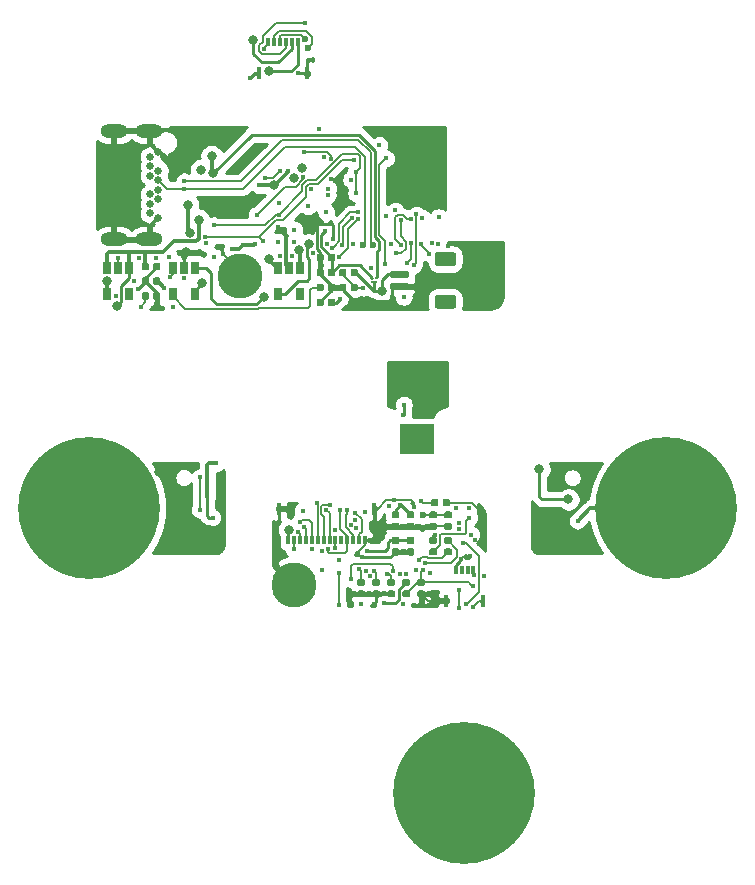
<source format=gbl>
G04 #@! TF.GenerationSoftware,KiCad,Pcbnew,(5.1.4-0-10_14)*
G04 #@! TF.CreationDate,2020-04-27T00:49:30-05:00*
G04 #@! TF.ProjectId,Lifedatalink_v1_revA,4c696665-6461-4746-916c-696e6b5f7631,rev?*
G04 #@! TF.SameCoordinates,Original*
G04 #@! TF.FileFunction,Copper,L4,Bot*
G04 #@! TF.FilePolarity,Positive*
%FSLAX46Y46*%
G04 Gerber Fmt 4.6, Leading zero omitted, Abs format (unit mm)*
G04 Created by KiCad (PCBNEW (5.1.4-0-10_14)) date 2020-04-27 00:49:30*
%MOMM*%
%LPD*%
G04 APERTURE LIST*
%ADD10R,3.000000X2.500000*%
%ADD11C,12.000000*%
%ADD12C,3.800000*%
%ADD13C,0.100000*%
%ADD14C,0.590000*%
%ADD15R,0.500000X0.150000*%
%ADD16R,0.150000X0.250000*%
%ADD17R,0.650000X1.060000*%
%ADD18C,1.200000*%
%ADD19C,0.600000*%
%ADD20R,0.300000X1.000000*%
%ADD21R,0.300000X0.700000*%
%ADD22C,0.650000*%
%ADD23O,2.300000X1.150000*%
%ADD24C,0.400000*%
%ADD25C,0.800000*%
%ADD26C,0.300000*%
%ADD27C,0.152400*%
%ADD28C,0.250000*%
%ADD29C,0.200000*%
%ADD30C,0.254000*%
G04 APERTURE END LIST*
D10*
X95631000Y-107696000D03*
D11*
X67818000Y-113538000D03*
D12*
X80594200Y-93929200D03*
D13*
G36*
X90435958Y-94549710D02*
G01*
X90450276Y-94551834D01*
X90464317Y-94555351D01*
X90477946Y-94560228D01*
X90491031Y-94566417D01*
X90503447Y-94573858D01*
X90515073Y-94582481D01*
X90525798Y-94592202D01*
X90535519Y-94602927D01*
X90544142Y-94614553D01*
X90551583Y-94626969D01*
X90557772Y-94640054D01*
X90562649Y-94653683D01*
X90566166Y-94667724D01*
X90568290Y-94682042D01*
X90569000Y-94696500D01*
X90569000Y-95041500D01*
X90568290Y-95055958D01*
X90566166Y-95070276D01*
X90562649Y-95084317D01*
X90557772Y-95097946D01*
X90551583Y-95111031D01*
X90544142Y-95123447D01*
X90535519Y-95135073D01*
X90525798Y-95145798D01*
X90515073Y-95155519D01*
X90503447Y-95164142D01*
X90491031Y-95171583D01*
X90477946Y-95177772D01*
X90464317Y-95182649D01*
X90450276Y-95186166D01*
X90435958Y-95188290D01*
X90421500Y-95189000D01*
X90126500Y-95189000D01*
X90112042Y-95188290D01*
X90097724Y-95186166D01*
X90083683Y-95182649D01*
X90070054Y-95177772D01*
X90056969Y-95171583D01*
X90044553Y-95164142D01*
X90032927Y-95155519D01*
X90022202Y-95145798D01*
X90012481Y-95135073D01*
X90003858Y-95123447D01*
X89996417Y-95111031D01*
X89990228Y-95097946D01*
X89985351Y-95084317D01*
X89981834Y-95070276D01*
X89979710Y-95055958D01*
X89979000Y-95041500D01*
X89979000Y-94696500D01*
X89979710Y-94682042D01*
X89981834Y-94667724D01*
X89985351Y-94653683D01*
X89990228Y-94640054D01*
X89996417Y-94626969D01*
X90003858Y-94614553D01*
X90012481Y-94602927D01*
X90022202Y-94592202D01*
X90032927Y-94582481D01*
X90044553Y-94573858D01*
X90056969Y-94566417D01*
X90070054Y-94560228D01*
X90083683Y-94555351D01*
X90097724Y-94551834D01*
X90112042Y-94549710D01*
X90126500Y-94549000D01*
X90421500Y-94549000D01*
X90435958Y-94549710D01*
X90435958Y-94549710D01*
G37*
D14*
X90274000Y-94869000D03*
D13*
G36*
X89465958Y-94549710D02*
G01*
X89480276Y-94551834D01*
X89494317Y-94555351D01*
X89507946Y-94560228D01*
X89521031Y-94566417D01*
X89533447Y-94573858D01*
X89545073Y-94582481D01*
X89555798Y-94592202D01*
X89565519Y-94602927D01*
X89574142Y-94614553D01*
X89581583Y-94626969D01*
X89587772Y-94640054D01*
X89592649Y-94653683D01*
X89596166Y-94667724D01*
X89598290Y-94682042D01*
X89599000Y-94696500D01*
X89599000Y-95041500D01*
X89598290Y-95055958D01*
X89596166Y-95070276D01*
X89592649Y-95084317D01*
X89587772Y-95097946D01*
X89581583Y-95111031D01*
X89574142Y-95123447D01*
X89565519Y-95135073D01*
X89555798Y-95145798D01*
X89545073Y-95155519D01*
X89533447Y-95164142D01*
X89521031Y-95171583D01*
X89507946Y-95177772D01*
X89494317Y-95182649D01*
X89480276Y-95186166D01*
X89465958Y-95188290D01*
X89451500Y-95189000D01*
X89156500Y-95189000D01*
X89142042Y-95188290D01*
X89127724Y-95186166D01*
X89113683Y-95182649D01*
X89100054Y-95177772D01*
X89086969Y-95171583D01*
X89074553Y-95164142D01*
X89062927Y-95155519D01*
X89052202Y-95145798D01*
X89042481Y-95135073D01*
X89033858Y-95123447D01*
X89026417Y-95111031D01*
X89020228Y-95097946D01*
X89015351Y-95084317D01*
X89011834Y-95070276D01*
X89009710Y-95055958D01*
X89009000Y-95041500D01*
X89009000Y-94696500D01*
X89009710Y-94682042D01*
X89011834Y-94667724D01*
X89015351Y-94653683D01*
X89020228Y-94640054D01*
X89026417Y-94626969D01*
X89033858Y-94614553D01*
X89042481Y-94602927D01*
X89052202Y-94592202D01*
X89062927Y-94582481D01*
X89074553Y-94573858D01*
X89086969Y-94566417D01*
X89100054Y-94560228D01*
X89113683Y-94555351D01*
X89127724Y-94551834D01*
X89142042Y-94549710D01*
X89156500Y-94549000D01*
X89451500Y-94549000D01*
X89465958Y-94549710D01*
X89465958Y-94549710D01*
G37*
D14*
X89304000Y-94869000D03*
D13*
G36*
X90435958Y-93279710D02*
G01*
X90450276Y-93281834D01*
X90464317Y-93285351D01*
X90477946Y-93290228D01*
X90491031Y-93296417D01*
X90503447Y-93303858D01*
X90515073Y-93312481D01*
X90525798Y-93322202D01*
X90535519Y-93332927D01*
X90544142Y-93344553D01*
X90551583Y-93356969D01*
X90557772Y-93370054D01*
X90562649Y-93383683D01*
X90566166Y-93397724D01*
X90568290Y-93412042D01*
X90569000Y-93426500D01*
X90569000Y-93771500D01*
X90568290Y-93785958D01*
X90566166Y-93800276D01*
X90562649Y-93814317D01*
X90557772Y-93827946D01*
X90551583Y-93841031D01*
X90544142Y-93853447D01*
X90535519Y-93865073D01*
X90525798Y-93875798D01*
X90515073Y-93885519D01*
X90503447Y-93894142D01*
X90491031Y-93901583D01*
X90477946Y-93907772D01*
X90464317Y-93912649D01*
X90450276Y-93916166D01*
X90435958Y-93918290D01*
X90421500Y-93919000D01*
X90126500Y-93919000D01*
X90112042Y-93918290D01*
X90097724Y-93916166D01*
X90083683Y-93912649D01*
X90070054Y-93907772D01*
X90056969Y-93901583D01*
X90044553Y-93894142D01*
X90032927Y-93885519D01*
X90022202Y-93875798D01*
X90012481Y-93865073D01*
X90003858Y-93853447D01*
X89996417Y-93841031D01*
X89990228Y-93827946D01*
X89985351Y-93814317D01*
X89981834Y-93800276D01*
X89979710Y-93785958D01*
X89979000Y-93771500D01*
X89979000Y-93426500D01*
X89979710Y-93412042D01*
X89981834Y-93397724D01*
X89985351Y-93383683D01*
X89990228Y-93370054D01*
X89996417Y-93356969D01*
X90003858Y-93344553D01*
X90012481Y-93332927D01*
X90022202Y-93322202D01*
X90032927Y-93312481D01*
X90044553Y-93303858D01*
X90056969Y-93296417D01*
X90070054Y-93290228D01*
X90083683Y-93285351D01*
X90097724Y-93281834D01*
X90112042Y-93279710D01*
X90126500Y-93279000D01*
X90421500Y-93279000D01*
X90435958Y-93279710D01*
X90435958Y-93279710D01*
G37*
D14*
X90274000Y-93599000D03*
D13*
G36*
X89465958Y-93279710D02*
G01*
X89480276Y-93281834D01*
X89494317Y-93285351D01*
X89507946Y-93290228D01*
X89521031Y-93296417D01*
X89533447Y-93303858D01*
X89545073Y-93312481D01*
X89555798Y-93322202D01*
X89565519Y-93332927D01*
X89574142Y-93344553D01*
X89581583Y-93356969D01*
X89587772Y-93370054D01*
X89592649Y-93383683D01*
X89596166Y-93397724D01*
X89598290Y-93412042D01*
X89599000Y-93426500D01*
X89599000Y-93771500D01*
X89598290Y-93785958D01*
X89596166Y-93800276D01*
X89592649Y-93814317D01*
X89587772Y-93827946D01*
X89581583Y-93841031D01*
X89574142Y-93853447D01*
X89565519Y-93865073D01*
X89555798Y-93875798D01*
X89545073Y-93885519D01*
X89533447Y-93894142D01*
X89521031Y-93901583D01*
X89507946Y-93907772D01*
X89494317Y-93912649D01*
X89480276Y-93916166D01*
X89465958Y-93918290D01*
X89451500Y-93919000D01*
X89156500Y-93919000D01*
X89142042Y-93918290D01*
X89127724Y-93916166D01*
X89113683Y-93912649D01*
X89100054Y-93907772D01*
X89086969Y-93901583D01*
X89074553Y-93894142D01*
X89062927Y-93885519D01*
X89052202Y-93875798D01*
X89042481Y-93865073D01*
X89033858Y-93853447D01*
X89026417Y-93841031D01*
X89020228Y-93827946D01*
X89015351Y-93814317D01*
X89011834Y-93800276D01*
X89009710Y-93785958D01*
X89009000Y-93771500D01*
X89009000Y-93426500D01*
X89009710Y-93412042D01*
X89011834Y-93397724D01*
X89015351Y-93383683D01*
X89020228Y-93370054D01*
X89026417Y-93356969D01*
X89033858Y-93344553D01*
X89042481Y-93332927D01*
X89052202Y-93322202D01*
X89062927Y-93312481D01*
X89074553Y-93303858D01*
X89086969Y-93296417D01*
X89100054Y-93290228D01*
X89113683Y-93285351D01*
X89127724Y-93281834D01*
X89142042Y-93279710D01*
X89156500Y-93279000D01*
X89451500Y-93279000D01*
X89465958Y-93279710D01*
X89465958Y-93279710D01*
G37*
D14*
X89304000Y-93599000D03*
D13*
G36*
X72752758Y-95260910D02*
G01*
X72767076Y-95263034D01*
X72781117Y-95266551D01*
X72794746Y-95271428D01*
X72807831Y-95277617D01*
X72820247Y-95285058D01*
X72831873Y-95293681D01*
X72842598Y-95303402D01*
X72852319Y-95314127D01*
X72860942Y-95325753D01*
X72868383Y-95338169D01*
X72874572Y-95351254D01*
X72879449Y-95364883D01*
X72882966Y-95378924D01*
X72885090Y-95393242D01*
X72885800Y-95407700D01*
X72885800Y-95752700D01*
X72885090Y-95767158D01*
X72882966Y-95781476D01*
X72879449Y-95795517D01*
X72874572Y-95809146D01*
X72868383Y-95822231D01*
X72860942Y-95834647D01*
X72852319Y-95846273D01*
X72842598Y-95856998D01*
X72831873Y-95866719D01*
X72820247Y-95875342D01*
X72807831Y-95882783D01*
X72794746Y-95888972D01*
X72781117Y-95893849D01*
X72767076Y-95897366D01*
X72752758Y-95899490D01*
X72738300Y-95900200D01*
X72443300Y-95900200D01*
X72428842Y-95899490D01*
X72414524Y-95897366D01*
X72400483Y-95893849D01*
X72386854Y-95888972D01*
X72373769Y-95882783D01*
X72361353Y-95875342D01*
X72349727Y-95866719D01*
X72339002Y-95856998D01*
X72329281Y-95846273D01*
X72320658Y-95834647D01*
X72313217Y-95822231D01*
X72307028Y-95809146D01*
X72302151Y-95795517D01*
X72298634Y-95781476D01*
X72296510Y-95767158D01*
X72295800Y-95752700D01*
X72295800Y-95407700D01*
X72296510Y-95393242D01*
X72298634Y-95378924D01*
X72302151Y-95364883D01*
X72307028Y-95351254D01*
X72313217Y-95338169D01*
X72320658Y-95325753D01*
X72329281Y-95314127D01*
X72339002Y-95303402D01*
X72349727Y-95293681D01*
X72361353Y-95285058D01*
X72373769Y-95277617D01*
X72386854Y-95271428D01*
X72400483Y-95266551D01*
X72414524Y-95263034D01*
X72428842Y-95260910D01*
X72443300Y-95260200D01*
X72738300Y-95260200D01*
X72752758Y-95260910D01*
X72752758Y-95260910D01*
G37*
D14*
X72590800Y-95580200D03*
D13*
G36*
X73722758Y-95260910D02*
G01*
X73737076Y-95263034D01*
X73751117Y-95266551D01*
X73764746Y-95271428D01*
X73777831Y-95277617D01*
X73790247Y-95285058D01*
X73801873Y-95293681D01*
X73812598Y-95303402D01*
X73822319Y-95314127D01*
X73830942Y-95325753D01*
X73838383Y-95338169D01*
X73844572Y-95351254D01*
X73849449Y-95364883D01*
X73852966Y-95378924D01*
X73855090Y-95393242D01*
X73855800Y-95407700D01*
X73855800Y-95752700D01*
X73855090Y-95767158D01*
X73852966Y-95781476D01*
X73849449Y-95795517D01*
X73844572Y-95809146D01*
X73838383Y-95822231D01*
X73830942Y-95834647D01*
X73822319Y-95846273D01*
X73812598Y-95856998D01*
X73801873Y-95866719D01*
X73790247Y-95875342D01*
X73777831Y-95882783D01*
X73764746Y-95888972D01*
X73751117Y-95893849D01*
X73737076Y-95897366D01*
X73722758Y-95899490D01*
X73708300Y-95900200D01*
X73413300Y-95900200D01*
X73398842Y-95899490D01*
X73384524Y-95897366D01*
X73370483Y-95893849D01*
X73356854Y-95888972D01*
X73343769Y-95882783D01*
X73331353Y-95875342D01*
X73319727Y-95866719D01*
X73309002Y-95856998D01*
X73299281Y-95846273D01*
X73290658Y-95834647D01*
X73283217Y-95822231D01*
X73277028Y-95809146D01*
X73272151Y-95795517D01*
X73268634Y-95781476D01*
X73266510Y-95767158D01*
X73265800Y-95752700D01*
X73265800Y-95407700D01*
X73266510Y-95393242D01*
X73268634Y-95378924D01*
X73272151Y-95364883D01*
X73277028Y-95351254D01*
X73283217Y-95338169D01*
X73290658Y-95325753D01*
X73299281Y-95314127D01*
X73309002Y-95303402D01*
X73319727Y-95293681D01*
X73331353Y-95285058D01*
X73343769Y-95277617D01*
X73356854Y-95271428D01*
X73370483Y-95266551D01*
X73384524Y-95263034D01*
X73398842Y-95260910D01*
X73413300Y-95260200D01*
X73708300Y-95260200D01*
X73722758Y-95260910D01*
X73722758Y-95260910D01*
G37*
D14*
X73560800Y-95580200D03*
D15*
X91948000Y-94433600D03*
D16*
X92123000Y-94033600D03*
X91773000Y-94033600D03*
D17*
X74919800Y-95410200D03*
X76819800Y-95410200D03*
X76819800Y-93210200D03*
X75869800Y-93210200D03*
X74919800Y-93210200D03*
D13*
G36*
X98677865Y-95461464D02*
G01*
X98702133Y-95465064D01*
X98725932Y-95471025D01*
X98749031Y-95479290D01*
X98771210Y-95489780D01*
X98792253Y-95502392D01*
X98811959Y-95517007D01*
X98830137Y-95533483D01*
X98846613Y-95551661D01*
X98861228Y-95571367D01*
X98873840Y-95592410D01*
X98884330Y-95614589D01*
X98892595Y-95637688D01*
X98898556Y-95661487D01*
X98902156Y-95685755D01*
X98903360Y-95710259D01*
X98903360Y-96410261D01*
X98902156Y-96434765D01*
X98898556Y-96459033D01*
X98892595Y-96482832D01*
X98884330Y-96505931D01*
X98873840Y-96528110D01*
X98861228Y-96549153D01*
X98846613Y-96568859D01*
X98830137Y-96587037D01*
X98811959Y-96603513D01*
X98792253Y-96618128D01*
X98771210Y-96630740D01*
X98749031Y-96641230D01*
X98725932Y-96649495D01*
X98702133Y-96655456D01*
X98677865Y-96659056D01*
X98653361Y-96660260D01*
X97353359Y-96660260D01*
X97328855Y-96659056D01*
X97304587Y-96655456D01*
X97280788Y-96649495D01*
X97257689Y-96641230D01*
X97235510Y-96630740D01*
X97214467Y-96618128D01*
X97194761Y-96603513D01*
X97176583Y-96587037D01*
X97160107Y-96568859D01*
X97145492Y-96549153D01*
X97132880Y-96528110D01*
X97122390Y-96505931D01*
X97114125Y-96482832D01*
X97108164Y-96459033D01*
X97104564Y-96434765D01*
X97103360Y-96410261D01*
X97103360Y-95710259D01*
X97104564Y-95685755D01*
X97108164Y-95661487D01*
X97114125Y-95637688D01*
X97122390Y-95614589D01*
X97132880Y-95592410D01*
X97145492Y-95571367D01*
X97160107Y-95551661D01*
X97176583Y-95533483D01*
X97194761Y-95517007D01*
X97214467Y-95502392D01*
X97235510Y-95489780D01*
X97257689Y-95479290D01*
X97280788Y-95471025D01*
X97304587Y-95465064D01*
X97328855Y-95461464D01*
X97353359Y-95460260D01*
X98653361Y-95460260D01*
X98677865Y-95461464D01*
X98677865Y-95461464D01*
G37*
D18*
X98003360Y-96060260D03*
D13*
G36*
X98677865Y-91861464D02*
G01*
X98702133Y-91865064D01*
X98725932Y-91871025D01*
X98749031Y-91879290D01*
X98771210Y-91889780D01*
X98792253Y-91902392D01*
X98811959Y-91917007D01*
X98830137Y-91933483D01*
X98846613Y-91951661D01*
X98861228Y-91971367D01*
X98873840Y-91992410D01*
X98884330Y-92014589D01*
X98892595Y-92037688D01*
X98898556Y-92061487D01*
X98902156Y-92085755D01*
X98903360Y-92110259D01*
X98903360Y-92810261D01*
X98902156Y-92834765D01*
X98898556Y-92859033D01*
X98892595Y-92882832D01*
X98884330Y-92905931D01*
X98873840Y-92928110D01*
X98861228Y-92949153D01*
X98846613Y-92968859D01*
X98830137Y-92987037D01*
X98811959Y-93003513D01*
X98792253Y-93018128D01*
X98771210Y-93030740D01*
X98749031Y-93041230D01*
X98725932Y-93049495D01*
X98702133Y-93055456D01*
X98677865Y-93059056D01*
X98653361Y-93060260D01*
X97353359Y-93060260D01*
X97328855Y-93059056D01*
X97304587Y-93055456D01*
X97280788Y-93049495D01*
X97257689Y-93041230D01*
X97235510Y-93030740D01*
X97214467Y-93018128D01*
X97194761Y-93003513D01*
X97176583Y-92987037D01*
X97160107Y-92968859D01*
X97145492Y-92949153D01*
X97132880Y-92928110D01*
X97122390Y-92905931D01*
X97114125Y-92882832D01*
X97108164Y-92859033D01*
X97104564Y-92834765D01*
X97103360Y-92810261D01*
X97103360Y-92110259D01*
X97104564Y-92085755D01*
X97108164Y-92061487D01*
X97114125Y-92037688D01*
X97122390Y-92014589D01*
X97132880Y-91992410D01*
X97145492Y-91971367D01*
X97160107Y-91951661D01*
X97176583Y-91933483D01*
X97194761Y-91917007D01*
X97214467Y-91902392D01*
X97235510Y-91889780D01*
X97257689Y-91879290D01*
X97280788Y-91871025D01*
X97304587Y-91865064D01*
X97328855Y-91861464D01*
X97353359Y-91860260D01*
X98653361Y-91860260D01*
X98677865Y-91861464D01*
X98677865Y-91861464D01*
G37*
D18*
X98003360Y-92460260D03*
D13*
G36*
X94768063Y-94460982D02*
G01*
X94782624Y-94463142D01*
X94796903Y-94466719D01*
X94810763Y-94471678D01*
X94824070Y-94477972D01*
X94836696Y-94485540D01*
X94848519Y-94494308D01*
X94859426Y-94504194D01*
X94869312Y-94515101D01*
X94878080Y-94526924D01*
X94885648Y-94539550D01*
X94891942Y-94552857D01*
X94896901Y-94566717D01*
X94900478Y-94580996D01*
X94902638Y-94595557D01*
X94903360Y-94610260D01*
X94903360Y-94910260D01*
X94902638Y-94924963D01*
X94900478Y-94939524D01*
X94896901Y-94953803D01*
X94891942Y-94967663D01*
X94885648Y-94980970D01*
X94878080Y-94993596D01*
X94869312Y-95005419D01*
X94859426Y-95016326D01*
X94848519Y-95026212D01*
X94836696Y-95034980D01*
X94824070Y-95042548D01*
X94810763Y-95048842D01*
X94796903Y-95053801D01*
X94782624Y-95057378D01*
X94768063Y-95059538D01*
X94753360Y-95060260D01*
X93503360Y-95060260D01*
X93488657Y-95059538D01*
X93474096Y-95057378D01*
X93459817Y-95053801D01*
X93445957Y-95048842D01*
X93432650Y-95042548D01*
X93420024Y-95034980D01*
X93408201Y-95026212D01*
X93397294Y-95016326D01*
X93387408Y-95005419D01*
X93378640Y-94993596D01*
X93371072Y-94980970D01*
X93364778Y-94967663D01*
X93359819Y-94953803D01*
X93356242Y-94939524D01*
X93354082Y-94924963D01*
X93353360Y-94910260D01*
X93353360Y-94610260D01*
X93354082Y-94595557D01*
X93356242Y-94580996D01*
X93359819Y-94566717D01*
X93364778Y-94552857D01*
X93371072Y-94539550D01*
X93378640Y-94526924D01*
X93387408Y-94515101D01*
X93397294Y-94504194D01*
X93408201Y-94494308D01*
X93420024Y-94485540D01*
X93432650Y-94477972D01*
X93445957Y-94471678D01*
X93459817Y-94466719D01*
X93474096Y-94463142D01*
X93488657Y-94460982D01*
X93503360Y-94460260D01*
X94753360Y-94460260D01*
X94768063Y-94460982D01*
X94768063Y-94460982D01*
G37*
D19*
X94128360Y-94760260D03*
D13*
G36*
X94768063Y-93460982D02*
G01*
X94782624Y-93463142D01*
X94796903Y-93466719D01*
X94810763Y-93471678D01*
X94824070Y-93477972D01*
X94836696Y-93485540D01*
X94848519Y-93494308D01*
X94859426Y-93504194D01*
X94869312Y-93515101D01*
X94878080Y-93526924D01*
X94885648Y-93539550D01*
X94891942Y-93552857D01*
X94896901Y-93566717D01*
X94900478Y-93580996D01*
X94902638Y-93595557D01*
X94903360Y-93610260D01*
X94903360Y-93910260D01*
X94902638Y-93924963D01*
X94900478Y-93939524D01*
X94896901Y-93953803D01*
X94891942Y-93967663D01*
X94885648Y-93980970D01*
X94878080Y-93993596D01*
X94869312Y-94005419D01*
X94859426Y-94016326D01*
X94848519Y-94026212D01*
X94836696Y-94034980D01*
X94824070Y-94042548D01*
X94810763Y-94048842D01*
X94796903Y-94053801D01*
X94782624Y-94057378D01*
X94768063Y-94059538D01*
X94753360Y-94060260D01*
X93503360Y-94060260D01*
X93488657Y-94059538D01*
X93474096Y-94057378D01*
X93459817Y-94053801D01*
X93445957Y-94048842D01*
X93432650Y-94042548D01*
X93420024Y-94034980D01*
X93408201Y-94026212D01*
X93397294Y-94016326D01*
X93387408Y-94005419D01*
X93378640Y-93993596D01*
X93371072Y-93980970D01*
X93364778Y-93967663D01*
X93359819Y-93953803D01*
X93356242Y-93939524D01*
X93354082Y-93924963D01*
X93353360Y-93910260D01*
X93353360Y-93610260D01*
X93354082Y-93595557D01*
X93356242Y-93580996D01*
X93359819Y-93566717D01*
X93364778Y-93552857D01*
X93371072Y-93539550D01*
X93378640Y-93526924D01*
X93387408Y-93515101D01*
X93397294Y-93504194D01*
X93408201Y-93494308D01*
X93420024Y-93485540D01*
X93432650Y-93477972D01*
X93445957Y-93471678D01*
X93459817Y-93466719D01*
X93474096Y-93463142D01*
X93488657Y-93460982D01*
X93503360Y-93460260D01*
X94753360Y-93460260D01*
X94768063Y-93460982D01*
X94768063Y-93460982D01*
G37*
D19*
X94128360Y-93760260D03*
D12*
X85227160Y-120042940D03*
D11*
X99568000Y-137668000D03*
D13*
G36*
X96132918Y-120513050D02*
G01*
X96147236Y-120515174D01*
X96161277Y-120518691D01*
X96174906Y-120523568D01*
X96187991Y-120529757D01*
X96200407Y-120537198D01*
X96212033Y-120545821D01*
X96222758Y-120555542D01*
X96232479Y-120566267D01*
X96241102Y-120577893D01*
X96248543Y-120590309D01*
X96254732Y-120603394D01*
X96259609Y-120617023D01*
X96263126Y-120631064D01*
X96265250Y-120645382D01*
X96265960Y-120659840D01*
X96265960Y-120954840D01*
X96265250Y-120969298D01*
X96263126Y-120983616D01*
X96259609Y-120997657D01*
X96254732Y-121011286D01*
X96248543Y-121024371D01*
X96241102Y-121036787D01*
X96232479Y-121048413D01*
X96222758Y-121059138D01*
X96212033Y-121068859D01*
X96200407Y-121077482D01*
X96187991Y-121084923D01*
X96174906Y-121091112D01*
X96161277Y-121095989D01*
X96147236Y-121099506D01*
X96132918Y-121101630D01*
X96118460Y-121102340D01*
X95773460Y-121102340D01*
X95759002Y-121101630D01*
X95744684Y-121099506D01*
X95730643Y-121095989D01*
X95717014Y-121091112D01*
X95703929Y-121084923D01*
X95691513Y-121077482D01*
X95679887Y-121068859D01*
X95669162Y-121059138D01*
X95659441Y-121048413D01*
X95650818Y-121036787D01*
X95643377Y-121024371D01*
X95637188Y-121011286D01*
X95632311Y-120997657D01*
X95628794Y-120983616D01*
X95626670Y-120969298D01*
X95625960Y-120954840D01*
X95625960Y-120659840D01*
X95626670Y-120645382D01*
X95628794Y-120631064D01*
X95632311Y-120617023D01*
X95637188Y-120603394D01*
X95643377Y-120590309D01*
X95650818Y-120577893D01*
X95659441Y-120566267D01*
X95669162Y-120555542D01*
X95679887Y-120545821D01*
X95691513Y-120537198D01*
X95703929Y-120529757D01*
X95717014Y-120523568D01*
X95730643Y-120518691D01*
X95744684Y-120515174D01*
X95759002Y-120513050D01*
X95773460Y-120512340D01*
X96118460Y-120512340D01*
X96132918Y-120513050D01*
X96132918Y-120513050D01*
G37*
D14*
X95945960Y-120807340D03*
D13*
G36*
X96132918Y-119543050D02*
G01*
X96147236Y-119545174D01*
X96161277Y-119548691D01*
X96174906Y-119553568D01*
X96187991Y-119559757D01*
X96200407Y-119567198D01*
X96212033Y-119575821D01*
X96222758Y-119585542D01*
X96232479Y-119596267D01*
X96241102Y-119607893D01*
X96248543Y-119620309D01*
X96254732Y-119633394D01*
X96259609Y-119647023D01*
X96263126Y-119661064D01*
X96265250Y-119675382D01*
X96265960Y-119689840D01*
X96265960Y-119984840D01*
X96265250Y-119999298D01*
X96263126Y-120013616D01*
X96259609Y-120027657D01*
X96254732Y-120041286D01*
X96248543Y-120054371D01*
X96241102Y-120066787D01*
X96232479Y-120078413D01*
X96222758Y-120089138D01*
X96212033Y-120098859D01*
X96200407Y-120107482D01*
X96187991Y-120114923D01*
X96174906Y-120121112D01*
X96161277Y-120125989D01*
X96147236Y-120129506D01*
X96132918Y-120131630D01*
X96118460Y-120132340D01*
X95773460Y-120132340D01*
X95759002Y-120131630D01*
X95744684Y-120129506D01*
X95730643Y-120125989D01*
X95717014Y-120121112D01*
X95703929Y-120114923D01*
X95691513Y-120107482D01*
X95679887Y-120098859D01*
X95669162Y-120089138D01*
X95659441Y-120078413D01*
X95650818Y-120066787D01*
X95643377Y-120054371D01*
X95637188Y-120041286D01*
X95632311Y-120027657D01*
X95628794Y-120013616D01*
X95626670Y-119999298D01*
X95625960Y-119984840D01*
X95625960Y-119689840D01*
X95626670Y-119675382D01*
X95628794Y-119661064D01*
X95632311Y-119647023D01*
X95637188Y-119633394D01*
X95643377Y-119620309D01*
X95650818Y-119607893D01*
X95659441Y-119596267D01*
X95669162Y-119585542D01*
X95679887Y-119575821D01*
X95691513Y-119567198D01*
X95703929Y-119559757D01*
X95717014Y-119553568D01*
X95730643Y-119548691D01*
X95744684Y-119545174D01*
X95759002Y-119543050D01*
X95773460Y-119542340D01*
X96118460Y-119542340D01*
X96132918Y-119543050D01*
X96132918Y-119543050D01*
G37*
D14*
X95945960Y-119837340D03*
D13*
G36*
X94862918Y-119543050D02*
G01*
X94877236Y-119545174D01*
X94891277Y-119548691D01*
X94904906Y-119553568D01*
X94917991Y-119559757D01*
X94930407Y-119567198D01*
X94942033Y-119575821D01*
X94952758Y-119585542D01*
X94962479Y-119596267D01*
X94971102Y-119607893D01*
X94978543Y-119620309D01*
X94984732Y-119633394D01*
X94989609Y-119647023D01*
X94993126Y-119661064D01*
X94995250Y-119675382D01*
X94995960Y-119689840D01*
X94995960Y-119984840D01*
X94995250Y-119999298D01*
X94993126Y-120013616D01*
X94989609Y-120027657D01*
X94984732Y-120041286D01*
X94978543Y-120054371D01*
X94971102Y-120066787D01*
X94962479Y-120078413D01*
X94952758Y-120089138D01*
X94942033Y-120098859D01*
X94930407Y-120107482D01*
X94917991Y-120114923D01*
X94904906Y-120121112D01*
X94891277Y-120125989D01*
X94877236Y-120129506D01*
X94862918Y-120131630D01*
X94848460Y-120132340D01*
X94503460Y-120132340D01*
X94489002Y-120131630D01*
X94474684Y-120129506D01*
X94460643Y-120125989D01*
X94447014Y-120121112D01*
X94433929Y-120114923D01*
X94421513Y-120107482D01*
X94409887Y-120098859D01*
X94399162Y-120089138D01*
X94389441Y-120078413D01*
X94380818Y-120066787D01*
X94373377Y-120054371D01*
X94367188Y-120041286D01*
X94362311Y-120027657D01*
X94358794Y-120013616D01*
X94356670Y-119999298D01*
X94355960Y-119984840D01*
X94355960Y-119689840D01*
X94356670Y-119675382D01*
X94358794Y-119661064D01*
X94362311Y-119647023D01*
X94367188Y-119633394D01*
X94373377Y-119620309D01*
X94380818Y-119607893D01*
X94389441Y-119596267D01*
X94399162Y-119585542D01*
X94409887Y-119575821D01*
X94421513Y-119567198D01*
X94433929Y-119559757D01*
X94447014Y-119553568D01*
X94460643Y-119548691D01*
X94474684Y-119545174D01*
X94489002Y-119543050D01*
X94503460Y-119542340D01*
X94848460Y-119542340D01*
X94862918Y-119543050D01*
X94862918Y-119543050D01*
G37*
D14*
X94675960Y-119837340D03*
D13*
G36*
X94862918Y-120513050D02*
G01*
X94877236Y-120515174D01*
X94891277Y-120518691D01*
X94904906Y-120523568D01*
X94917991Y-120529757D01*
X94930407Y-120537198D01*
X94942033Y-120545821D01*
X94952758Y-120555542D01*
X94962479Y-120566267D01*
X94971102Y-120577893D01*
X94978543Y-120590309D01*
X94984732Y-120603394D01*
X94989609Y-120617023D01*
X94993126Y-120631064D01*
X94995250Y-120645382D01*
X94995960Y-120659840D01*
X94995960Y-120954840D01*
X94995250Y-120969298D01*
X94993126Y-120983616D01*
X94989609Y-120997657D01*
X94984732Y-121011286D01*
X94978543Y-121024371D01*
X94971102Y-121036787D01*
X94962479Y-121048413D01*
X94952758Y-121059138D01*
X94942033Y-121068859D01*
X94930407Y-121077482D01*
X94917991Y-121084923D01*
X94904906Y-121091112D01*
X94891277Y-121095989D01*
X94877236Y-121099506D01*
X94862918Y-121101630D01*
X94848460Y-121102340D01*
X94503460Y-121102340D01*
X94489002Y-121101630D01*
X94474684Y-121099506D01*
X94460643Y-121095989D01*
X94447014Y-121091112D01*
X94433929Y-121084923D01*
X94421513Y-121077482D01*
X94409887Y-121068859D01*
X94399162Y-121059138D01*
X94389441Y-121048413D01*
X94380818Y-121036787D01*
X94373377Y-121024371D01*
X94367188Y-121011286D01*
X94362311Y-120997657D01*
X94358794Y-120983616D01*
X94356670Y-120969298D01*
X94355960Y-120954840D01*
X94355960Y-120659840D01*
X94356670Y-120645382D01*
X94358794Y-120631064D01*
X94362311Y-120617023D01*
X94367188Y-120603394D01*
X94373377Y-120590309D01*
X94380818Y-120577893D01*
X94389441Y-120566267D01*
X94399162Y-120555542D01*
X94409887Y-120545821D01*
X94421513Y-120537198D01*
X94433929Y-120529757D01*
X94447014Y-120523568D01*
X94460643Y-120518691D01*
X94474684Y-120515174D01*
X94489002Y-120513050D01*
X94503460Y-120512340D01*
X94848460Y-120512340D01*
X94862918Y-120513050D01*
X94862918Y-120513050D01*
G37*
D14*
X94675960Y-120807340D03*
D13*
G36*
X95243918Y-113828050D02*
G01*
X95258236Y-113830174D01*
X95272277Y-113833691D01*
X95285906Y-113838568D01*
X95298991Y-113844757D01*
X95311407Y-113852198D01*
X95323033Y-113860821D01*
X95333758Y-113870542D01*
X95343479Y-113881267D01*
X95352102Y-113892893D01*
X95359543Y-113905309D01*
X95365732Y-113918394D01*
X95370609Y-113932023D01*
X95374126Y-113946064D01*
X95376250Y-113960382D01*
X95376960Y-113974840D01*
X95376960Y-114269840D01*
X95376250Y-114284298D01*
X95374126Y-114298616D01*
X95370609Y-114312657D01*
X95365732Y-114326286D01*
X95359543Y-114339371D01*
X95352102Y-114351787D01*
X95343479Y-114363413D01*
X95333758Y-114374138D01*
X95323033Y-114383859D01*
X95311407Y-114392482D01*
X95298991Y-114399923D01*
X95285906Y-114406112D01*
X95272277Y-114410989D01*
X95258236Y-114414506D01*
X95243918Y-114416630D01*
X95229460Y-114417340D01*
X94884460Y-114417340D01*
X94870002Y-114416630D01*
X94855684Y-114414506D01*
X94841643Y-114410989D01*
X94828014Y-114406112D01*
X94814929Y-114399923D01*
X94802513Y-114392482D01*
X94790887Y-114383859D01*
X94780162Y-114374138D01*
X94770441Y-114363413D01*
X94761818Y-114351787D01*
X94754377Y-114339371D01*
X94748188Y-114326286D01*
X94743311Y-114312657D01*
X94739794Y-114298616D01*
X94737670Y-114284298D01*
X94736960Y-114269840D01*
X94736960Y-113974840D01*
X94737670Y-113960382D01*
X94739794Y-113946064D01*
X94743311Y-113932023D01*
X94748188Y-113918394D01*
X94754377Y-113905309D01*
X94761818Y-113892893D01*
X94770441Y-113881267D01*
X94780162Y-113870542D01*
X94790887Y-113860821D01*
X94802513Y-113852198D01*
X94814929Y-113844757D01*
X94828014Y-113838568D01*
X94841643Y-113833691D01*
X94855684Y-113830174D01*
X94870002Y-113828050D01*
X94884460Y-113827340D01*
X95229460Y-113827340D01*
X95243918Y-113828050D01*
X95243918Y-113828050D01*
G37*
D14*
X95056960Y-114122340D03*
D13*
G36*
X95243918Y-114798050D02*
G01*
X95258236Y-114800174D01*
X95272277Y-114803691D01*
X95285906Y-114808568D01*
X95298991Y-114814757D01*
X95311407Y-114822198D01*
X95323033Y-114830821D01*
X95333758Y-114840542D01*
X95343479Y-114851267D01*
X95352102Y-114862893D01*
X95359543Y-114875309D01*
X95365732Y-114888394D01*
X95370609Y-114902023D01*
X95374126Y-114916064D01*
X95376250Y-114930382D01*
X95376960Y-114944840D01*
X95376960Y-115239840D01*
X95376250Y-115254298D01*
X95374126Y-115268616D01*
X95370609Y-115282657D01*
X95365732Y-115296286D01*
X95359543Y-115309371D01*
X95352102Y-115321787D01*
X95343479Y-115333413D01*
X95333758Y-115344138D01*
X95323033Y-115353859D01*
X95311407Y-115362482D01*
X95298991Y-115369923D01*
X95285906Y-115376112D01*
X95272277Y-115380989D01*
X95258236Y-115384506D01*
X95243918Y-115386630D01*
X95229460Y-115387340D01*
X94884460Y-115387340D01*
X94870002Y-115386630D01*
X94855684Y-115384506D01*
X94841643Y-115380989D01*
X94828014Y-115376112D01*
X94814929Y-115369923D01*
X94802513Y-115362482D01*
X94790887Y-115353859D01*
X94780162Y-115344138D01*
X94770441Y-115333413D01*
X94761818Y-115321787D01*
X94754377Y-115309371D01*
X94748188Y-115296286D01*
X94743311Y-115282657D01*
X94739794Y-115268616D01*
X94737670Y-115254298D01*
X94736960Y-115239840D01*
X94736960Y-114944840D01*
X94737670Y-114930382D01*
X94739794Y-114916064D01*
X94743311Y-114902023D01*
X94748188Y-114888394D01*
X94754377Y-114875309D01*
X94761818Y-114862893D01*
X94770441Y-114851267D01*
X94780162Y-114840542D01*
X94790887Y-114830821D01*
X94802513Y-114822198D01*
X94814929Y-114814757D01*
X94828014Y-114808568D01*
X94841643Y-114803691D01*
X94855684Y-114800174D01*
X94870002Y-114798050D01*
X94884460Y-114797340D01*
X95229460Y-114797340D01*
X95243918Y-114798050D01*
X95243918Y-114798050D01*
G37*
D14*
X95056960Y-115092340D03*
D13*
G36*
X93973918Y-113828050D02*
G01*
X93988236Y-113830174D01*
X94002277Y-113833691D01*
X94015906Y-113838568D01*
X94028991Y-113844757D01*
X94041407Y-113852198D01*
X94053033Y-113860821D01*
X94063758Y-113870542D01*
X94073479Y-113881267D01*
X94082102Y-113892893D01*
X94089543Y-113905309D01*
X94095732Y-113918394D01*
X94100609Y-113932023D01*
X94104126Y-113946064D01*
X94106250Y-113960382D01*
X94106960Y-113974840D01*
X94106960Y-114269840D01*
X94106250Y-114284298D01*
X94104126Y-114298616D01*
X94100609Y-114312657D01*
X94095732Y-114326286D01*
X94089543Y-114339371D01*
X94082102Y-114351787D01*
X94073479Y-114363413D01*
X94063758Y-114374138D01*
X94053033Y-114383859D01*
X94041407Y-114392482D01*
X94028991Y-114399923D01*
X94015906Y-114406112D01*
X94002277Y-114410989D01*
X93988236Y-114414506D01*
X93973918Y-114416630D01*
X93959460Y-114417340D01*
X93614460Y-114417340D01*
X93600002Y-114416630D01*
X93585684Y-114414506D01*
X93571643Y-114410989D01*
X93558014Y-114406112D01*
X93544929Y-114399923D01*
X93532513Y-114392482D01*
X93520887Y-114383859D01*
X93510162Y-114374138D01*
X93500441Y-114363413D01*
X93491818Y-114351787D01*
X93484377Y-114339371D01*
X93478188Y-114326286D01*
X93473311Y-114312657D01*
X93469794Y-114298616D01*
X93467670Y-114284298D01*
X93466960Y-114269840D01*
X93466960Y-113974840D01*
X93467670Y-113960382D01*
X93469794Y-113946064D01*
X93473311Y-113932023D01*
X93478188Y-113918394D01*
X93484377Y-113905309D01*
X93491818Y-113892893D01*
X93500441Y-113881267D01*
X93510162Y-113870542D01*
X93520887Y-113860821D01*
X93532513Y-113852198D01*
X93544929Y-113844757D01*
X93558014Y-113838568D01*
X93571643Y-113833691D01*
X93585684Y-113830174D01*
X93600002Y-113828050D01*
X93614460Y-113827340D01*
X93959460Y-113827340D01*
X93973918Y-113828050D01*
X93973918Y-113828050D01*
G37*
D14*
X93786960Y-114122340D03*
D13*
G36*
X93973918Y-114798050D02*
G01*
X93988236Y-114800174D01*
X94002277Y-114803691D01*
X94015906Y-114808568D01*
X94028991Y-114814757D01*
X94041407Y-114822198D01*
X94053033Y-114830821D01*
X94063758Y-114840542D01*
X94073479Y-114851267D01*
X94082102Y-114862893D01*
X94089543Y-114875309D01*
X94095732Y-114888394D01*
X94100609Y-114902023D01*
X94104126Y-114916064D01*
X94106250Y-114930382D01*
X94106960Y-114944840D01*
X94106960Y-115239840D01*
X94106250Y-115254298D01*
X94104126Y-115268616D01*
X94100609Y-115282657D01*
X94095732Y-115296286D01*
X94089543Y-115309371D01*
X94082102Y-115321787D01*
X94073479Y-115333413D01*
X94063758Y-115344138D01*
X94053033Y-115353859D01*
X94041407Y-115362482D01*
X94028991Y-115369923D01*
X94015906Y-115376112D01*
X94002277Y-115380989D01*
X93988236Y-115384506D01*
X93973918Y-115386630D01*
X93959460Y-115387340D01*
X93614460Y-115387340D01*
X93600002Y-115386630D01*
X93585684Y-115384506D01*
X93571643Y-115380989D01*
X93558014Y-115376112D01*
X93544929Y-115369923D01*
X93532513Y-115362482D01*
X93520887Y-115353859D01*
X93510162Y-115344138D01*
X93500441Y-115333413D01*
X93491818Y-115321787D01*
X93484377Y-115309371D01*
X93478188Y-115296286D01*
X93473311Y-115282657D01*
X93469794Y-115268616D01*
X93467670Y-115254298D01*
X93466960Y-115239840D01*
X93466960Y-114944840D01*
X93467670Y-114930382D01*
X93469794Y-114916064D01*
X93473311Y-114902023D01*
X93478188Y-114888394D01*
X93484377Y-114875309D01*
X93491818Y-114862893D01*
X93500441Y-114851267D01*
X93510162Y-114840542D01*
X93520887Y-114830821D01*
X93532513Y-114822198D01*
X93544929Y-114814757D01*
X93558014Y-114808568D01*
X93571643Y-114803691D01*
X93585684Y-114800174D01*
X93600002Y-114798050D01*
X93614460Y-114797340D01*
X93959460Y-114797340D01*
X93973918Y-114798050D01*
X93973918Y-114798050D01*
G37*
D14*
X93786960Y-115092340D03*
D11*
X116713000Y-113538000D03*
D13*
G36*
X88530958Y-93279710D02*
G01*
X88545276Y-93281834D01*
X88559317Y-93285351D01*
X88572946Y-93290228D01*
X88586031Y-93296417D01*
X88598447Y-93303858D01*
X88610073Y-93312481D01*
X88620798Y-93322202D01*
X88630519Y-93332927D01*
X88639142Y-93344553D01*
X88646583Y-93356969D01*
X88652772Y-93370054D01*
X88657649Y-93383683D01*
X88661166Y-93397724D01*
X88663290Y-93412042D01*
X88664000Y-93426500D01*
X88664000Y-93771500D01*
X88663290Y-93785958D01*
X88661166Y-93800276D01*
X88657649Y-93814317D01*
X88652772Y-93827946D01*
X88646583Y-93841031D01*
X88639142Y-93853447D01*
X88630519Y-93865073D01*
X88620798Y-93875798D01*
X88610073Y-93885519D01*
X88598447Y-93894142D01*
X88586031Y-93901583D01*
X88572946Y-93907772D01*
X88559317Y-93912649D01*
X88545276Y-93916166D01*
X88530958Y-93918290D01*
X88516500Y-93919000D01*
X88221500Y-93919000D01*
X88207042Y-93918290D01*
X88192724Y-93916166D01*
X88178683Y-93912649D01*
X88165054Y-93907772D01*
X88151969Y-93901583D01*
X88139553Y-93894142D01*
X88127927Y-93885519D01*
X88117202Y-93875798D01*
X88107481Y-93865073D01*
X88098858Y-93853447D01*
X88091417Y-93841031D01*
X88085228Y-93827946D01*
X88080351Y-93814317D01*
X88076834Y-93800276D01*
X88074710Y-93785958D01*
X88074000Y-93771500D01*
X88074000Y-93426500D01*
X88074710Y-93412042D01*
X88076834Y-93397724D01*
X88080351Y-93383683D01*
X88085228Y-93370054D01*
X88091417Y-93356969D01*
X88098858Y-93344553D01*
X88107481Y-93332927D01*
X88117202Y-93322202D01*
X88127927Y-93312481D01*
X88139553Y-93303858D01*
X88151969Y-93296417D01*
X88165054Y-93290228D01*
X88178683Y-93285351D01*
X88192724Y-93281834D01*
X88207042Y-93279710D01*
X88221500Y-93279000D01*
X88516500Y-93279000D01*
X88530958Y-93279710D01*
X88530958Y-93279710D01*
G37*
D14*
X88369000Y-93599000D03*
D13*
G36*
X87560958Y-93279710D02*
G01*
X87575276Y-93281834D01*
X87589317Y-93285351D01*
X87602946Y-93290228D01*
X87616031Y-93296417D01*
X87628447Y-93303858D01*
X87640073Y-93312481D01*
X87650798Y-93322202D01*
X87660519Y-93332927D01*
X87669142Y-93344553D01*
X87676583Y-93356969D01*
X87682772Y-93370054D01*
X87687649Y-93383683D01*
X87691166Y-93397724D01*
X87693290Y-93412042D01*
X87694000Y-93426500D01*
X87694000Y-93771500D01*
X87693290Y-93785958D01*
X87691166Y-93800276D01*
X87687649Y-93814317D01*
X87682772Y-93827946D01*
X87676583Y-93841031D01*
X87669142Y-93853447D01*
X87660519Y-93865073D01*
X87650798Y-93875798D01*
X87640073Y-93885519D01*
X87628447Y-93894142D01*
X87616031Y-93901583D01*
X87602946Y-93907772D01*
X87589317Y-93912649D01*
X87575276Y-93916166D01*
X87560958Y-93918290D01*
X87546500Y-93919000D01*
X87251500Y-93919000D01*
X87237042Y-93918290D01*
X87222724Y-93916166D01*
X87208683Y-93912649D01*
X87195054Y-93907772D01*
X87181969Y-93901583D01*
X87169553Y-93894142D01*
X87157927Y-93885519D01*
X87147202Y-93875798D01*
X87137481Y-93865073D01*
X87128858Y-93853447D01*
X87121417Y-93841031D01*
X87115228Y-93827946D01*
X87110351Y-93814317D01*
X87106834Y-93800276D01*
X87104710Y-93785958D01*
X87104000Y-93771500D01*
X87104000Y-93426500D01*
X87104710Y-93412042D01*
X87106834Y-93397724D01*
X87110351Y-93383683D01*
X87115228Y-93370054D01*
X87121417Y-93356969D01*
X87128858Y-93344553D01*
X87137481Y-93332927D01*
X87147202Y-93322202D01*
X87157927Y-93312481D01*
X87169553Y-93303858D01*
X87181969Y-93296417D01*
X87195054Y-93290228D01*
X87208683Y-93285351D01*
X87222724Y-93281834D01*
X87237042Y-93279710D01*
X87251500Y-93279000D01*
X87546500Y-93279000D01*
X87560958Y-93279710D01*
X87560958Y-93279710D01*
G37*
D14*
X87399000Y-93599000D03*
D13*
G36*
X73722758Y-94016310D02*
G01*
X73737076Y-94018434D01*
X73751117Y-94021951D01*
X73764746Y-94026828D01*
X73777831Y-94033017D01*
X73790247Y-94040458D01*
X73801873Y-94049081D01*
X73812598Y-94058802D01*
X73822319Y-94069527D01*
X73830942Y-94081153D01*
X73838383Y-94093569D01*
X73844572Y-94106654D01*
X73849449Y-94120283D01*
X73852966Y-94134324D01*
X73855090Y-94148642D01*
X73855800Y-94163100D01*
X73855800Y-94508100D01*
X73855090Y-94522558D01*
X73852966Y-94536876D01*
X73849449Y-94550917D01*
X73844572Y-94564546D01*
X73838383Y-94577631D01*
X73830942Y-94590047D01*
X73822319Y-94601673D01*
X73812598Y-94612398D01*
X73801873Y-94622119D01*
X73790247Y-94630742D01*
X73777831Y-94638183D01*
X73764746Y-94644372D01*
X73751117Y-94649249D01*
X73737076Y-94652766D01*
X73722758Y-94654890D01*
X73708300Y-94655600D01*
X73413300Y-94655600D01*
X73398842Y-94654890D01*
X73384524Y-94652766D01*
X73370483Y-94649249D01*
X73356854Y-94644372D01*
X73343769Y-94638183D01*
X73331353Y-94630742D01*
X73319727Y-94622119D01*
X73309002Y-94612398D01*
X73299281Y-94601673D01*
X73290658Y-94590047D01*
X73283217Y-94577631D01*
X73277028Y-94564546D01*
X73272151Y-94550917D01*
X73268634Y-94536876D01*
X73266510Y-94522558D01*
X73265800Y-94508100D01*
X73265800Y-94163100D01*
X73266510Y-94148642D01*
X73268634Y-94134324D01*
X73272151Y-94120283D01*
X73277028Y-94106654D01*
X73283217Y-94093569D01*
X73290658Y-94081153D01*
X73299281Y-94069527D01*
X73309002Y-94058802D01*
X73319727Y-94049081D01*
X73331353Y-94040458D01*
X73343769Y-94033017D01*
X73356854Y-94026828D01*
X73370483Y-94021951D01*
X73384524Y-94018434D01*
X73398842Y-94016310D01*
X73413300Y-94015600D01*
X73708300Y-94015600D01*
X73722758Y-94016310D01*
X73722758Y-94016310D01*
G37*
D14*
X73560800Y-94335600D03*
D13*
G36*
X72752758Y-94016310D02*
G01*
X72767076Y-94018434D01*
X72781117Y-94021951D01*
X72794746Y-94026828D01*
X72807831Y-94033017D01*
X72820247Y-94040458D01*
X72831873Y-94049081D01*
X72842598Y-94058802D01*
X72852319Y-94069527D01*
X72860942Y-94081153D01*
X72868383Y-94093569D01*
X72874572Y-94106654D01*
X72879449Y-94120283D01*
X72882966Y-94134324D01*
X72885090Y-94148642D01*
X72885800Y-94163100D01*
X72885800Y-94508100D01*
X72885090Y-94522558D01*
X72882966Y-94536876D01*
X72879449Y-94550917D01*
X72874572Y-94564546D01*
X72868383Y-94577631D01*
X72860942Y-94590047D01*
X72852319Y-94601673D01*
X72842598Y-94612398D01*
X72831873Y-94622119D01*
X72820247Y-94630742D01*
X72807831Y-94638183D01*
X72794746Y-94644372D01*
X72781117Y-94649249D01*
X72767076Y-94652766D01*
X72752758Y-94654890D01*
X72738300Y-94655600D01*
X72443300Y-94655600D01*
X72428842Y-94654890D01*
X72414524Y-94652766D01*
X72400483Y-94649249D01*
X72386854Y-94644372D01*
X72373769Y-94638183D01*
X72361353Y-94630742D01*
X72349727Y-94622119D01*
X72339002Y-94612398D01*
X72329281Y-94601673D01*
X72320658Y-94590047D01*
X72313217Y-94577631D01*
X72307028Y-94564546D01*
X72302151Y-94550917D01*
X72298634Y-94536876D01*
X72296510Y-94522558D01*
X72295800Y-94508100D01*
X72295800Y-94163100D01*
X72296510Y-94148642D01*
X72298634Y-94134324D01*
X72302151Y-94120283D01*
X72307028Y-94106654D01*
X72313217Y-94093569D01*
X72320658Y-94081153D01*
X72329281Y-94069527D01*
X72339002Y-94058802D01*
X72349727Y-94049081D01*
X72361353Y-94040458D01*
X72373769Y-94033017D01*
X72386854Y-94026828D01*
X72400483Y-94021951D01*
X72414524Y-94018434D01*
X72428842Y-94016310D01*
X72443300Y-94015600D01*
X72738300Y-94015600D01*
X72752758Y-94016310D01*
X72752758Y-94016310D01*
G37*
D14*
X72590800Y-94335600D03*
D20*
X91984960Y-113608340D03*
X83904960Y-113608340D03*
D21*
X91194960Y-116258340D03*
X90694960Y-116258340D03*
X90194960Y-116258340D03*
X89694960Y-116258340D03*
X89194960Y-116258340D03*
X88694960Y-116258340D03*
X88194960Y-116258340D03*
X87694960Y-116258340D03*
X87194960Y-116258340D03*
X86694960Y-116258340D03*
X86194960Y-116258340D03*
X85694960Y-116258340D03*
X85194960Y-116258340D03*
X84694960Y-116258340D03*
D22*
X73695800Y-88982200D03*
X72995800Y-88582200D03*
X72995800Y-87782200D03*
X73695800Y-87382200D03*
X72995800Y-86982200D03*
X73695800Y-86582200D03*
X73695800Y-85782200D03*
X72995800Y-85382200D03*
X73695800Y-84982200D03*
X72995800Y-84582200D03*
X72995800Y-83782200D03*
X73695800Y-83382200D03*
D23*
X72945800Y-81582200D03*
X72945800Y-90782200D03*
X69945800Y-81582200D03*
X69945800Y-90782200D03*
D20*
X82201640Y-76721020D03*
X86281640Y-76721020D03*
D21*
X82991640Y-74071020D03*
X83491640Y-74071020D03*
X83991640Y-74071020D03*
X84491640Y-74071020D03*
X84991640Y-74071020D03*
X85491640Y-74071020D03*
D20*
X98088960Y-121393340D03*
X101168960Y-121393340D03*
D21*
X98878960Y-118743340D03*
X99378960Y-118743340D03*
X99878960Y-118743340D03*
X100378960Y-118743340D03*
D17*
X69331800Y-95410200D03*
X71231800Y-95410200D03*
X71231800Y-93210200D03*
X70281800Y-93210200D03*
X69331800Y-93210200D03*
X83809800Y-95410200D03*
X85709800Y-95410200D03*
X85709800Y-93210200D03*
X84759800Y-93210200D03*
X83809800Y-93210200D03*
D13*
G36*
X91052918Y-120513050D02*
G01*
X91067236Y-120515174D01*
X91081277Y-120518691D01*
X91094906Y-120523568D01*
X91107991Y-120529757D01*
X91120407Y-120537198D01*
X91132033Y-120545821D01*
X91142758Y-120555542D01*
X91152479Y-120566267D01*
X91161102Y-120577893D01*
X91168543Y-120590309D01*
X91174732Y-120603394D01*
X91179609Y-120617023D01*
X91183126Y-120631064D01*
X91185250Y-120645382D01*
X91185960Y-120659840D01*
X91185960Y-120954840D01*
X91185250Y-120969298D01*
X91183126Y-120983616D01*
X91179609Y-120997657D01*
X91174732Y-121011286D01*
X91168543Y-121024371D01*
X91161102Y-121036787D01*
X91152479Y-121048413D01*
X91142758Y-121059138D01*
X91132033Y-121068859D01*
X91120407Y-121077482D01*
X91107991Y-121084923D01*
X91094906Y-121091112D01*
X91081277Y-121095989D01*
X91067236Y-121099506D01*
X91052918Y-121101630D01*
X91038460Y-121102340D01*
X90693460Y-121102340D01*
X90679002Y-121101630D01*
X90664684Y-121099506D01*
X90650643Y-121095989D01*
X90637014Y-121091112D01*
X90623929Y-121084923D01*
X90611513Y-121077482D01*
X90599887Y-121068859D01*
X90589162Y-121059138D01*
X90579441Y-121048413D01*
X90570818Y-121036787D01*
X90563377Y-121024371D01*
X90557188Y-121011286D01*
X90552311Y-120997657D01*
X90548794Y-120983616D01*
X90546670Y-120969298D01*
X90545960Y-120954840D01*
X90545960Y-120659840D01*
X90546670Y-120645382D01*
X90548794Y-120631064D01*
X90552311Y-120617023D01*
X90557188Y-120603394D01*
X90563377Y-120590309D01*
X90570818Y-120577893D01*
X90579441Y-120566267D01*
X90589162Y-120555542D01*
X90599887Y-120545821D01*
X90611513Y-120537198D01*
X90623929Y-120529757D01*
X90637014Y-120523568D01*
X90650643Y-120518691D01*
X90664684Y-120515174D01*
X90679002Y-120513050D01*
X90693460Y-120512340D01*
X91038460Y-120512340D01*
X91052918Y-120513050D01*
X91052918Y-120513050D01*
G37*
D14*
X90865960Y-120807340D03*
D13*
G36*
X91052918Y-119543050D02*
G01*
X91067236Y-119545174D01*
X91081277Y-119548691D01*
X91094906Y-119553568D01*
X91107991Y-119559757D01*
X91120407Y-119567198D01*
X91132033Y-119575821D01*
X91142758Y-119585542D01*
X91152479Y-119596267D01*
X91161102Y-119607893D01*
X91168543Y-119620309D01*
X91174732Y-119633394D01*
X91179609Y-119647023D01*
X91183126Y-119661064D01*
X91185250Y-119675382D01*
X91185960Y-119689840D01*
X91185960Y-119984840D01*
X91185250Y-119999298D01*
X91183126Y-120013616D01*
X91179609Y-120027657D01*
X91174732Y-120041286D01*
X91168543Y-120054371D01*
X91161102Y-120066787D01*
X91152479Y-120078413D01*
X91142758Y-120089138D01*
X91132033Y-120098859D01*
X91120407Y-120107482D01*
X91107991Y-120114923D01*
X91094906Y-120121112D01*
X91081277Y-120125989D01*
X91067236Y-120129506D01*
X91052918Y-120131630D01*
X91038460Y-120132340D01*
X90693460Y-120132340D01*
X90679002Y-120131630D01*
X90664684Y-120129506D01*
X90650643Y-120125989D01*
X90637014Y-120121112D01*
X90623929Y-120114923D01*
X90611513Y-120107482D01*
X90599887Y-120098859D01*
X90589162Y-120089138D01*
X90579441Y-120078413D01*
X90570818Y-120066787D01*
X90563377Y-120054371D01*
X90557188Y-120041286D01*
X90552311Y-120027657D01*
X90548794Y-120013616D01*
X90546670Y-119999298D01*
X90545960Y-119984840D01*
X90545960Y-119689840D01*
X90546670Y-119675382D01*
X90548794Y-119661064D01*
X90552311Y-119647023D01*
X90557188Y-119633394D01*
X90563377Y-119620309D01*
X90570818Y-119607893D01*
X90579441Y-119596267D01*
X90589162Y-119585542D01*
X90599887Y-119575821D01*
X90611513Y-119567198D01*
X90623929Y-119559757D01*
X90637014Y-119553568D01*
X90650643Y-119548691D01*
X90664684Y-119545174D01*
X90679002Y-119543050D01*
X90693460Y-119542340D01*
X91038460Y-119542340D01*
X91052918Y-119543050D01*
X91052918Y-119543050D01*
G37*
D14*
X90865960Y-119837340D03*
D13*
G36*
X92322918Y-120513050D02*
G01*
X92337236Y-120515174D01*
X92351277Y-120518691D01*
X92364906Y-120523568D01*
X92377991Y-120529757D01*
X92390407Y-120537198D01*
X92402033Y-120545821D01*
X92412758Y-120555542D01*
X92422479Y-120566267D01*
X92431102Y-120577893D01*
X92438543Y-120590309D01*
X92444732Y-120603394D01*
X92449609Y-120617023D01*
X92453126Y-120631064D01*
X92455250Y-120645382D01*
X92455960Y-120659840D01*
X92455960Y-120954840D01*
X92455250Y-120969298D01*
X92453126Y-120983616D01*
X92449609Y-120997657D01*
X92444732Y-121011286D01*
X92438543Y-121024371D01*
X92431102Y-121036787D01*
X92422479Y-121048413D01*
X92412758Y-121059138D01*
X92402033Y-121068859D01*
X92390407Y-121077482D01*
X92377991Y-121084923D01*
X92364906Y-121091112D01*
X92351277Y-121095989D01*
X92337236Y-121099506D01*
X92322918Y-121101630D01*
X92308460Y-121102340D01*
X91963460Y-121102340D01*
X91949002Y-121101630D01*
X91934684Y-121099506D01*
X91920643Y-121095989D01*
X91907014Y-121091112D01*
X91893929Y-121084923D01*
X91881513Y-121077482D01*
X91869887Y-121068859D01*
X91859162Y-121059138D01*
X91849441Y-121048413D01*
X91840818Y-121036787D01*
X91833377Y-121024371D01*
X91827188Y-121011286D01*
X91822311Y-120997657D01*
X91818794Y-120983616D01*
X91816670Y-120969298D01*
X91815960Y-120954840D01*
X91815960Y-120659840D01*
X91816670Y-120645382D01*
X91818794Y-120631064D01*
X91822311Y-120617023D01*
X91827188Y-120603394D01*
X91833377Y-120590309D01*
X91840818Y-120577893D01*
X91849441Y-120566267D01*
X91859162Y-120555542D01*
X91869887Y-120545821D01*
X91881513Y-120537198D01*
X91893929Y-120529757D01*
X91907014Y-120523568D01*
X91920643Y-120518691D01*
X91934684Y-120515174D01*
X91949002Y-120513050D01*
X91963460Y-120512340D01*
X92308460Y-120512340D01*
X92322918Y-120513050D01*
X92322918Y-120513050D01*
G37*
D14*
X92135960Y-120807340D03*
D13*
G36*
X92322918Y-119543050D02*
G01*
X92337236Y-119545174D01*
X92351277Y-119548691D01*
X92364906Y-119553568D01*
X92377991Y-119559757D01*
X92390407Y-119567198D01*
X92402033Y-119575821D01*
X92412758Y-119585542D01*
X92422479Y-119596267D01*
X92431102Y-119607893D01*
X92438543Y-119620309D01*
X92444732Y-119633394D01*
X92449609Y-119647023D01*
X92453126Y-119661064D01*
X92455250Y-119675382D01*
X92455960Y-119689840D01*
X92455960Y-119984840D01*
X92455250Y-119999298D01*
X92453126Y-120013616D01*
X92449609Y-120027657D01*
X92444732Y-120041286D01*
X92438543Y-120054371D01*
X92431102Y-120066787D01*
X92422479Y-120078413D01*
X92412758Y-120089138D01*
X92402033Y-120098859D01*
X92390407Y-120107482D01*
X92377991Y-120114923D01*
X92364906Y-120121112D01*
X92351277Y-120125989D01*
X92337236Y-120129506D01*
X92322918Y-120131630D01*
X92308460Y-120132340D01*
X91963460Y-120132340D01*
X91949002Y-120131630D01*
X91934684Y-120129506D01*
X91920643Y-120125989D01*
X91907014Y-120121112D01*
X91893929Y-120114923D01*
X91881513Y-120107482D01*
X91869887Y-120098859D01*
X91859162Y-120089138D01*
X91849441Y-120078413D01*
X91840818Y-120066787D01*
X91833377Y-120054371D01*
X91827188Y-120041286D01*
X91822311Y-120027657D01*
X91818794Y-120013616D01*
X91816670Y-119999298D01*
X91815960Y-119984840D01*
X91815960Y-119689840D01*
X91816670Y-119675382D01*
X91818794Y-119661064D01*
X91822311Y-119647023D01*
X91827188Y-119633394D01*
X91833377Y-119620309D01*
X91840818Y-119607893D01*
X91849441Y-119596267D01*
X91859162Y-119585542D01*
X91869887Y-119575821D01*
X91881513Y-119567198D01*
X91893929Y-119559757D01*
X91907014Y-119553568D01*
X91920643Y-119548691D01*
X91934684Y-119545174D01*
X91949002Y-119543050D01*
X91963460Y-119542340D01*
X92308460Y-119542340D01*
X92322918Y-119543050D01*
X92322918Y-119543050D01*
G37*
D14*
X92135960Y-119837340D03*
D13*
G36*
X87560958Y-94549710D02*
G01*
X87575276Y-94551834D01*
X87589317Y-94555351D01*
X87602946Y-94560228D01*
X87616031Y-94566417D01*
X87628447Y-94573858D01*
X87640073Y-94582481D01*
X87650798Y-94592202D01*
X87660519Y-94602927D01*
X87669142Y-94614553D01*
X87676583Y-94626969D01*
X87682772Y-94640054D01*
X87687649Y-94653683D01*
X87691166Y-94667724D01*
X87693290Y-94682042D01*
X87694000Y-94696500D01*
X87694000Y-95041500D01*
X87693290Y-95055958D01*
X87691166Y-95070276D01*
X87687649Y-95084317D01*
X87682772Y-95097946D01*
X87676583Y-95111031D01*
X87669142Y-95123447D01*
X87660519Y-95135073D01*
X87650798Y-95145798D01*
X87640073Y-95155519D01*
X87628447Y-95164142D01*
X87616031Y-95171583D01*
X87602946Y-95177772D01*
X87589317Y-95182649D01*
X87575276Y-95186166D01*
X87560958Y-95188290D01*
X87546500Y-95189000D01*
X87251500Y-95189000D01*
X87237042Y-95188290D01*
X87222724Y-95186166D01*
X87208683Y-95182649D01*
X87195054Y-95177772D01*
X87181969Y-95171583D01*
X87169553Y-95164142D01*
X87157927Y-95155519D01*
X87147202Y-95145798D01*
X87137481Y-95135073D01*
X87128858Y-95123447D01*
X87121417Y-95111031D01*
X87115228Y-95097946D01*
X87110351Y-95084317D01*
X87106834Y-95070276D01*
X87104710Y-95055958D01*
X87104000Y-95041500D01*
X87104000Y-94696500D01*
X87104710Y-94682042D01*
X87106834Y-94667724D01*
X87110351Y-94653683D01*
X87115228Y-94640054D01*
X87121417Y-94626969D01*
X87128858Y-94614553D01*
X87137481Y-94602927D01*
X87147202Y-94592202D01*
X87157927Y-94582481D01*
X87169553Y-94573858D01*
X87181969Y-94566417D01*
X87195054Y-94560228D01*
X87208683Y-94555351D01*
X87222724Y-94551834D01*
X87237042Y-94549710D01*
X87251500Y-94549000D01*
X87546500Y-94549000D01*
X87560958Y-94549710D01*
X87560958Y-94549710D01*
G37*
D14*
X87399000Y-94869000D03*
D13*
G36*
X88530958Y-94549710D02*
G01*
X88545276Y-94551834D01*
X88559317Y-94555351D01*
X88572946Y-94560228D01*
X88586031Y-94566417D01*
X88598447Y-94573858D01*
X88610073Y-94582481D01*
X88620798Y-94592202D01*
X88630519Y-94602927D01*
X88639142Y-94614553D01*
X88646583Y-94626969D01*
X88652772Y-94640054D01*
X88657649Y-94653683D01*
X88661166Y-94667724D01*
X88663290Y-94682042D01*
X88664000Y-94696500D01*
X88664000Y-95041500D01*
X88663290Y-95055958D01*
X88661166Y-95070276D01*
X88657649Y-95084317D01*
X88652772Y-95097946D01*
X88646583Y-95111031D01*
X88639142Y-95123447D01*
X88630519Y-95135073D01*
X88620798Y-95145798D01*
X88610073Y-95155519D01*
X88598447Y-95164142D01*
X88586031Y-95171583D01*
X88572946Y-95177772D01*
X88559317Y-95182649D01*
X88545276Y-95186166D01*
X88530958Y-95188290D01*
X88516500Y-95189000D01*
X88221500Y-95189000D01*
X88207042Y-95188290D01*
X88192724Y-95186166D01*
X88178683Y-95182649D01*
X88165054Y-95177772D01*
X88151969Y-95171583D01*
X88139553Y-95164142D01*
X88127927Y-95155519D01*
X88117202Y-95145798D01*
X88107481Y-95135073D01*
X88098858Y-95123447D01*
X88091417Y-95111031D01*
X88085228Y-95097946D01*
X88080351Y-95084317D01*
X88076834Y-95070276D01*
X88074710Y-95055958D01*
X88074000Y-95041500D01*
X88074000Y-94696500D01*
X88074710Y-94682042D01*
X88076834Y-94667724D01*
X88080351Y-94653683D01*
X88085228Y-94640054D01*
X88091417Y-94626969D01*
X88098858Y-94614553D01*
X88107481Y-94602927D01*
X88117202Y-94592202D01*
X88127927Y-94582481D01*
X88139553Y-94573858D01*
X88151969Y-94566417D01*
X88165054Y-94560228D01*
X88178683Y-94555351D01*
X88192724Y-94551834D01*
X88207042Y-94549710D01*
X88221500Y-94549000D01*
X88516500Y-94549000D01*
X88530958Y-94549710D01*
X88530958Y-94549710D01*
G37*
D14*
X88369000Y-94869000D03*
D13*
G36*
X93973918Y-115987050D02*
G01*
X93988236Y-115989174D01*
X94002277Y-115992691D01*
X94015906Y-115997568D01*
X94028991Y-116003757D01*
X94041407Y-116011198D01*
X94053033Y-116019821D01*
X94063758Y-116029542D01*
X94073479Y-116040267D01*
X94082102Y-116051893D01*
X94089543Y-116064309D01*
X94095732Y-116077394D01*
X94100609Y-116091023D01*
X94104126Y-116105064D01*
X94106250Y-116119382D01*
X94106960Y-116133840D01*
X94106960Y-116428840D01*
X94106250Y-116443298D01*
X94104126Y-116457616D01*
X94100609Y-116471657D01*
X94095732Y-116485286D01*
X94089543Y-116498371D01*
X94082102Y-116510787D01*
X94073479Y-116522413D01*
X94063758Y-116533138D01*
X94053033Y-116542859D01*
X94041407Y-116551482D01*
X94028991Y-116558923D01*
X94015906Y-116565112D01*
X94002277Y-116569989D01*
X93988236Y-116573506D01*
X93973918Y-116575630D01*
X93959460Y-116576340D01*
X93614460Y-116576340D01*
X93600002Y-116575630D01*
X93585684Y-116573506D01*
X93571643Y-116569989D01*
X93558014Y-116565112D01*
X93544929Y-116558923D01*
X93532513Y-116551482D01*
X93520887Y-116542859D01*
X93510162Y-116533138D01*
X93500441Y-116522413D01*
X93491818Y-116510787D01*
X93484377Y-116498371D01*
X93478188Y-116485286D01*
X93473311Y-116471657D01*
X93469794Y-116457616D01*
X93467670Y-116443298D01*
X93466960Y-116428840D01*
X93466960Y-116133840D01*
X93467670Y-116119382D01*
X93469794Y-116105064D01*
X93473311Y-116091023D01*
X93478188Y-116077394D01*
X93484377Y-116064309D01*
X93491818Y-116051893D01*
X93500441Y-116040267D01*
X93510162Y-116029542D01*
X93520887Y-116019821D01*
X93532513Y-116011198D01*
X93544929Y-116003757D01*
X93558014Y-115997568D01*
X93571643Y-115992691D01*
X93585684Y-115989174D01*
X93600002Y-115987050D01*
X93614460Y-115986340D01*
X93959460Y-115986340D01*
X93973918Y-115987050D01*
X93973918Y-115987050D01*
G37*
D14*
X93786960Y-116281340D03*
D13*
G36*
X93973918Y-116957050D02*
G01*
X93988236Y-116959174D01*
X94002277Y-116962691D01*
X94015906Y-116967568D01*
X94028991Y-116973757D01*
X94041407Y-116981198D01*
X94053033Y-116989821D01*
X94063758Y-116999542D01*
X94073479Y-117010267D01*
X94082102Y-117021893D01*
X94089543Y-117034309D01*
X94095732Y-117047394D01*
X94100609Y-117061023D01*
X94104126Y-117075064D01*
X94106250Y-117089382D01*
X94106960Y-117103840D01*
X94106960Y-117398840D01*
X94106250Y-117413298D01*
X94104126Y-117427616D01*
X94100609Y-117441657D01*
X94095732Y-117455286D01*
X94089543Y-117468371D01*
X94082102Y-117480787D01*
X94073479Y-117492413D01*
X94063758Y-117503138D01*
X94053033Y-117512859D01*
X94041407Y-117521482D01*
X94028991Y-117528923D01*
X94015906Y-117535112D01*
X94002277Y-117539989D01*
X93988236Y-117543506D01*
X93973918Y-117545630D01*
X93959460Y-117546340D01*
X93614460Y-117546340D01*
X93600002Y-117545630D01*
X93585684Y-117543506D01*
X93571643Y-117539989D01*
X93558014Y-117535112D01*
X93544929Y-117528923D01*
X93532513Y-117521482D01*
X93520887Y-117512859D01*
X93510162Y-117503138D01*
X93500441Y-117492413D01*
X93491818Y-117480787D01*
X93484377Y-117468371D01*
X93478188Y-117455286D01*
X93473311Y-117441657D01*
X93469794Y-117427616D01*
X93467670Y-117413298D01*
X93466960Y-117398840D01*
X93466960Y-117103840D01*
X93467670Y-117089382D01*
X93469794Y-117075064D01*
X93473311Y-117061023D01*
X93478188Y-117047394D01*
X93484377Y-117034309D01*
X93491818Y-117021893D01*
X93500441Y-117010267D01*
X93510162Y-116999542D01*
X93520887Y-116989821D01*
X93532513Y-116981198D01*
X93544929Y-116973757D01*
X93558014Y-116967568D01*
X93571643Y-116962691D01*
X93585684Y-116959174D01*
X93600002Y-116957050D01*
X93614460Y-116956340D01*
X93959460Y-116956340D01*
X93973918Y-116957050D01*
X93973918Y-116957050D01*
G37*
D14*
X93786960Y-117251340D03*
D13*
G36*
X95243918Y-115987050D02*
G01*
X95258236Y-115989174D01*
X95272277Y-115992691D01*
X95285906Y-115997568D01*
X95298991Y-116003757D01*
X95311407Y-116011198D01*
X95323033Y-116019821D01*
X95333758Y-116029542D01*
X95343479Y-116040267D01*
X95352102Y-116051893D01*
X95359543Y-116064309D01*
X95365732Y-116077394D01*
X95370609Y-116091023D01*
X95374126Y-116105064D01*
X95376250Y-116119382D01*
X95376960Y-116133840D01*
X95376960Y-116428840D01*
X95376250Y-116443298D01*
X95374126Y-116457616D01*
X95370609Y-116471657D01*
X95365732Y-116485286D01*
X95359543Y-116498371D01*
X95352102Y-116510787D01*
X95343479Y-116522413D01*
X95333758Y-116533138D01*
X95323033Y-116542859D01*
X95311407Y-116551482D01*
X95298991Y-116558923D01*
X95285906Y-116565112D01*
X95272277Y-116569989D01*
X95258236Y-116573506D01*
X95243918Y-116575630D01*
X95229460Y-116576340D01*
X94884460Y-116576340D01*
X94870002Y-116575630D01*
X94855684Y-116573506D01*
X94841643Y-116569989D01*
X94828014Y-116565112D01*
X94814929Y-116558923D01*
X94802513Y-116551482D01*
X94790887Y-116542859D01*
X94780162Y-116533138D01*
X94770441Y-116522413D01*
X94761818Y-116510787D01*
X94754377Y-116498371D01*
X94748188Y-116485286D01*
X94743311Y-116471657D01*
X94739794Y-116457616D01*
X94737670Y-116443298D01*
X94736960Y-116428840D01*
X94736960Y-116133840D01*
X94737670Y-116119382D01*
X94739794Y-116105064D01*
X94743311Y-116091023D01*
X94748188Y-116077394D01*
X94754377Y-116064309D01*
X94761818Y-116051893D01*
X94770441Y-116040267D01*
X94780162Y-116029542D01*
X94790887Y-116019821D01*
X94802513Y-116011198D01*
X94814929Y-116003757D01*
X94828014Y-115997568D01*
X94841643Y-115992691D01*
X94855684Y-115989174D01*
X94870002Y-115987050D01*
X94884460Y-115986340D01*
X95229460Y-115986340D01*
X95243918Y-115987050D01*
X95243918Y-115987050D01*
G37*
D14*
X95056960Y-116281340D03*
D13*
G36*
X95243918Y-116957050D02*
G01*
X95258236Y-116959174D01*
X95272277Y-116962691D01*
X95285906Y-116967568D01*
X95298991Y-116973757D01*
X95311407Y-116981198D01*
X95323033Y-116989821D01*
X95333758Y-116999542D01*
X95343479Y-117010267D01*
X95352102Y-117021893D01*
X95359543Y-117034309D01*
X95365732Y-117047394D01*
X95370609Y-117061023D01*
X95374126Y-117075064D01*
X95376250Y-117089382D01*
X95376960Y-117103840D01*
X95376960Y-117398840D01*
X95376250Y-117413298D01*
X95374126Y-117427616D01*
X95370609Y-117441657D01*
X95365732Y-117455286D01*
X95359543Y-117468371D01*
X95352102Y-117480787D01*
X95343479Y-117492413D01*
X95333758Y-117503138D01*
X95323033Y-117512859D01*
X95311407Y-117521482D01*
X95298991Y-117528923D01*
X95285906Y-117535112D01*
X95272277Y-117539989D01*
X95258236Y-117543506D01*
X95243918Y-117545630D01*
X95229460Y-117546340D01*
X94884460Y-117546340D01*
X94870002Y-117545630D01*
X94855684Y-117543506D01*
X94841643Y-117539989D01*
X94828014Y-117535112D01*
X94814929Y-117528923D01*
X94802513Y-117521482D01*
X94790887Y-117512859D01*
X94780162Y-117503138D01*
X94770441Y-117492413D01*
X94761818Y-117480787D01*
X94754377Y-117468371D01*
X94748188Y-117455286D01*
X94743311Y-117441657D01*
X94739794Y-117427616D01*
X94737670Y-117413298D01*
X94736960Y-117398840D01*
X94736960Y-117103840D01*
X94737670Y-117089382D01*
X94739794Y-117075064D01*
X94743311Y-117061023D01*
X94748188Y-117047394D01*
X94754377Y-117034309D01*
X94761818Y-117021893D01*
X94770441Y-117010267D01*
X94780162Y-116999542D01*
X94790887Y-116989821D01*
X94802513Y-116981198D01*
X94814929Y-116973757D01*
X94828014Y-116967568D01*
X94841643Y-116962691D01*
X94855684Y-116959174D01*
X94870002Y-116957050D01*
X94884460Y-116956340D01*
X95229460Y-116956340D01*
X95243918Y-116957050D01*
X95243918Y-116957050D01*
G37*
D14*
X95056960Y-117251340D03*
D13*
G36*
X97152220Y-116959590D02*
G01*
X97166538Y-116961714D01*
X97180579Y-116965231D01*
X97194208Y-116970108D01*
X97207293Y-116976297D01*
X97219709Y-116983738D01*
X97231335Y-116992361D01*
X97242060Y-117002082D01*
X97251781Y-117012807D01*
X97260404Y-117024433D01*
X97267845Y-117036849D01*
X97274034Y-117049934D01*
X97278911Y-117063563D01*
X97282428Y-117077604D01*
X97284552Y-117091922D01*
X97285262Y-117106380D01*
X97285262Y-117401380D01*
X97284552Y-117415838D01*
X97282428Y-117430156D01*
X97278911Y-117444197D01*
X97274034Y-117457826D01*
X97267845Y-117470911D01*
X97260404Y-117483327D01*
X97251781Y-117494953D01*
X97242060Y-117505678D01*
X97231335Y-117515399D01*
X97219709Y-117524022D01*
X97207293Y-117531463D01*
X97194208Y-117537652D01*
X97180579Y-117542529D01*
X97166538Y-117546046D01*
X97152220Y-117548170D01*
X97137762Y-117548880D01*
X96792762Y-117548880D01*
X96778304Y-117548170D01*
X96763986Y-117546046D01*
X96749945Y-117542529D01*
X96736316Y-117537652D01*
X96723231Y-117531463D01*
X96710815Y-117524022D01*
X96699189Y-117515399D01*
X96688464Y-117505678D01*
X96678743Y-117494953D01*
X96670120Y-117483327D01*
X96662679Y-117470911D01*
X96656490Y-117457826D01*
X96651613Y-117444197D01*
X96648096Y-117430156D01*
X96645972Y-117415838D01*
X96645262Y-117401380D01*
X96645262Y-117106380D01*
X96645972Y-117091922D01*
X96648096Y-117077604D01*
X96651613Y-117063563D01*
X96656490Y-117049934D01*
X96662679Y-117036849D01*
X96670120Y-117024433D01*
X96678743Y-117012807D01*
X96688464Y-117002082D01*
X96699189Y-116992361D01*
X96710815Y-116983738D01*
X96723231Y-116976297D01*
X96736316Y-116970108D01*
X96749945Y-116965231D01*
X96763986Y-116961714D01*
X96778304Y-116959590D01*
X96792762Y-116958880D01*
X97137762Y-116958880D01*
X97152220Y-116959590D01*
X97152220Y-116959590D01*
G37*
D14*
X96965262Y-117253880D03*
D13*
G36*
X97152220Y-115989590D02*
G01*
X97166538Y-115991714D01*
X97180579Y-115995231D01*
X97194208Y-116000108D01*
X97207293Y-116006297D01*
X97219709Y-116013738D01*
X97231335Y-116022361D01*
X97242060Y-116032082D01*
X97251781Y-116042807D01*
X97260404Y-116054433D01*
X97267845Y-116066849D01*
X97274034Y-116079934D01*
X97278911Y-116093563D01*
X97282428Y-116107604D01*
X97284552Y-116121922D01*
X97285262Y-116136380D01*
X97285262Y-116431380D01*
X97284552Y-116445838D01*
X97282428Y-116460156D01*
X97278911Y-116474197D01*
X97274034Y-116487826D01*
X97267845Y-116500911D01*
X97260404Y-116513327D01*
X97251781Y-116524953D01*
X97242060Y-116535678D01*
X97231335Y-116545399D01*
X97219709Y-116554022D01*
X97207293Y-116561463D01*
X97194208Y-116567652D01*
X97180579Y-116572529D01*
X97166538Y-116576046D01*
X97152220Y-116578170D01*
X97137762Y-116578880D01*
X96792762Y-116578880D01*
X96778304Y-116578170D01*
X96763986Y-116576046D01*
X96749945Y-116572529D01*
X96736316Y-116567652D01*
X96723231Y-116561463D01*
X96710815Y-116554022D01*
X96699189Y-116545399D01*
X96688464Y-116535678D01*
X96678743Y-116524953D01*
X96670120Y-116513327D01*
X96662679Y-116500911D01*
X96656490Y-116487826D01*
X96651613Y-116474197D01*
X96648096Y-116460156D01*
X96645972Y-116445838D01*
X96645262Y-116431380D01*
X96645262Y-116136380D01*
X96645972Y-116121922D01*
X96648096Y-116107604D01*
X96651613Y-116093563D01*
X96656490Y-116079934D01*
X96662679Y-116066849D01*
X96670120Y-116054433D01*
X96678743Y-116042807D01*
X96688464Y-116032082D01*
X96699189Y-116022361D01*
X96710815Y-116013738D01*
X96723231Y-116006297D01*
X96736316Y-116000108D01*
X96749945Y-115995231D01*
X96763986Y-115991714D01*
X96778304Y-115989590D01*
X96792762Y-115988880D01*
X97137762Y-115988880D01*
X97152220Y-115989590D01*
X97152220Y-115989590D01*
G37*
D14*
X96965262Y-116283880D03*
D13*
G36*
X98412822Y-116959590D02*
G01*
X98427140Y-116961714D01*
X98441181Y-116965231D01*
X98454810Y-116970108D01*
X98467895Y-116976297D01*
X98480311Y-116983738D01*
X98491937Y-116992361D01*
X98502662Y-117002082D01*
X98512383Y-117012807D01*
X98521006Y-117024433D01*
X98528447Y-117036849D01*
X98534636Y-117049934D01*
X98539513Y-117063563D01*
X98543030Y-117077604D01*
X98545154Y-117091922D01*
X98545864Y-117106380D01*
X98545864Y-117401380D01*
X98545154Y-117415838D01*
X98543030Y-117430156D01*
X98539513Y-117444197D01*
X98534636Y-117457826D01*
X98528447Y-117470911D01*
X98521006Y-117483327D01*
X98512383Y-117494953D01*
X98502662Y-117505678D01*
X98491937Y-117515399D01*
X98480311Y-117524022D01*
X98467895Y-117531463D01*
X98454810Y-117537652D01*
X98441181Y-117542529D01*
X98427140Y-117546046D01*
X98412822Y-117548170D01*
X98398364Y-117548880D01*
X98053364Y-117548880D01*
X98038906Y-117548170D01*
X98024588Y-117546046D01*
X98010547Y-117542529D01*
X97996918Y-117537652D01*
X97983833Y-117531463D01*
X97971417Y-117524022D01*
X97959791Y-117515399D01*
X97949066Y-117505678D01*
X97939345Y-117494953D01*
X97930722Y-117483327D01*
X97923281Y-117470911D01*
X97917092Y-117457826D01*
X97912215Y-117444197D01*
X97908698Y-117430156D01*
X97906574Y-117415838D01*
X97905864Y-117401380D01*
X97905864Y-117106380D01*
X97906574Y-117091922D01*
X97908698Y-117077604D01*
X97912215Y-117063563D01*
X97917092Y-117049934D01*
X97923281Y-117036849D01*
X97930722Y-117024433D01*
X97939345Y-117012807D01*
X97949066Y-117002082D01*
X97959791Y-116992361D01*
X97971417Y-116983738D01*
X97983833Y-116976297D01*
X97996918Y-116970108D01*
X98010547Y-116965231D01*
X98024588Y-116961714D01*
X98038906Y-116959590D01*
X98053364Y-116958880D01*
X98398364Y-116958880D01*
X98412822Y-116959590D01*
X98412822Y-116959590D01*
G37*
D14*
X98225864Y-117253880D03*
D13*
G36*
X98412822Y-115989590D02*
G01*
X98427140Y-115991714D01*
X98441181Y-115995231D01*
X98454810Y-116000108D01*
X98467895Y-116006297D01*
X98480311Y-116013738D01*
X98491937Y-116022361D01*
X98502662Y-116032082D01*
X98512383Y-116042807D01*
X98521006Y-116054433D01*
X98528447Y-116066849D01*
X98534636Y-116079934D01*
X98539513Y-116093563D01*
X98543030Y-116107604D01*
X98545154Y-116121922D01*
X98545864Y-116136380D01*
X98545864Y-116431380D01*
X98545154Y-116445838D01*
X98543030Y-116460156D01*
X98539513Y-116474197D01*
X98534636Y-116487826D01*
X98528447Y-116500911D01*
X98521006Y-116513327D01*
X98512383Y-116524953D01*
X98502662Y-116535678D01*
X98491937Y-116545399D01*
X98480311Y-116554022D01*
X98467895Y-116561463D01*
X98454810Y-116567652D01*
X98441181Y-116572529D01*
X98427140Y-116576046D01*
X98412822Y-116578170D01*
X98398364Y-116578880D01*
X98053364Y-116578880D01*
X98038906Y-116578170D01*
X98024588Y-116576046D01*
X98010547Y-116572529D01*
X97996918Y-116567652D01*
X97983833Y-116561463D01*
X97971417Y-116554022D01*
X97959791Y-116545399D01*
X97949066Y-116535678D01*
X97939345Y-116524953D01*
X97930722Y-116513327D01*
X97923281Y-116500911D01*
X97917092Y-116487826D01*
X97912215Y-116474197D01*
X97908698Y-116460156D01*
X97906574Y-116445838D01*
X97905864Y-116431380D01*
X97905864Y-116136380D01*
X97906574Y-116121922D01*
X97908698Y-116107604D01*
X97912215Y-116093563D01*
X97917092Y-116079934D01*
X97923281Y-116066849D01*
X97930722Y-116054433D01*
X97939345Y-116042807D01*
X97949066Y-116032082D01*
X97959791Y-116022361D01*
X97971417Y-116013738D01*
X97983833Y-116006297D01*
X97996918Y-116000108D01*
X98010547Y-115995231D01*
X98024588Y-115991714D01*
X98038906Y-115989590D01*
X98053364Y-115988880D01*
X98398364Y-115988880D01*
X98412822Y-115989590D01*
X98412822Y-115989590D01*
G37*
D14*
X98225864Y-116283880D03*
D13*
G36*
X93592918Y-119543050D02*
G01*
X93607236Y-119545174D01*
X93621277Y-119548691D01*
X93634906Y-119553568D01*
X93647991Y-119559757D01*
X93660407Y-119567198D01*
X93672033Y-119575821D01*
X93682758Y-119585542D01*
X93692479Y-119596267D01*
X93701102Y-119607893D01*
X93708543Y-119620309D01*
X93714732Y-119633394D01*
X93719609Y-119647023D01*
X93723126Y-119661064D01*
X93725250Y-119675382D01*
X93725960Y-119689840D01*
X93725960Y-119984840D01*
X93725250Y-119999298D01*
X93723126Y-120013616D01*
X93719609Y-120027657D01*
X93714732Y-120041286D01*
X93708543Y-120054371D01*
X93701102Y-120066787D01*
X93692479Y-120078413D01*
X93682758Y-120089138D01*
X93672033Y-120098859D01*
X93660407Y-120107482D01*
X93647991Y-120114923D01*
X93634906Y-120121112D01*
X93621277Y-120125989D01*
X93607236Y-120129506D01*
X93592918Y-120131630D01*
X93578460Y-120132340D01*
X93233460Y-120132340D01*
X93219002Y-120131630D01*
X93204684Y-120129506D01*
X93190643Y-120125989D01*
X93177014Y-120121112D01*
X93163929Y-120114923D01*
X93151513Y-120107482D01*
X93139887Y-120098859D01*
X93129162Y-120089138D01*
X93119441Y-120078413D01*
X93110818Y-120066787D01*
X93103377Y-120054371D01*
X93097188Y-120041286D01*
X93092311Y-120027657D01*
X93088794Y-120013616D01*
X93086670Y-119999298D01*
X93085960Y-119984840D01*
X93085960Y-119689840D01*
X93086670Y-119675382D01*
X93088794Y-119661064D01*
X93092311Y-119647023D01*
X93097188Y-119633394D01*
X93103377Y-119620309D01*
X93110818Y-119607893D01*
X93119441Y-119596267D01*
X93129162Y-119585542D01*
X93139887Y-119575821D01*
X93151513Y-119567198D01*
X93163929Y-119559757D01*
X93177014Y-119553568D01*
X93190643Y-119548691D01*
X93204684Y-119545174D01*
X93219002Y-119543050D01*
X93233460Y-119542340D01*
X93578460Y-119542340D01*
X93592918Y-119543050D01*
X93592918Y-119543050D01*
G37*
D14*
X93405960Y-119837340D03*
D13*
G36*
X93592918Y-120513050D02*
G01*
X93607236Y-120515174D01*
X93621277Y-120518691D01*
X93634906Y-120523568D01*
X93647991Y-120529757D01*
X93660407Y-120537198D01*
X93672033Y-120545821D01*
X93682758Y-120555542D01*
X93692479Y-120566267D01*
X93701102Y-120577893D01*
X93708543Y-120590309D01*
X93714732Y-120603394D01*
X93719609Y-120617023D01*
X93723126Y-120631064D01*
X93725250Y-120645382D01*
X93725960Y-120659840D01*
X93725960Y-120954840D01*
X93725250Y-120969298D01*
X93723126Y-120983616D01*
X93719609Y-120997657D01*
X93714732Y-121011286D01*
X93708543Y-121024371D01*
X93701102Y-121036787D01*
X93692479Y-121048413D01*
X93682758Y-121059138D01*
X93672033Y-121068859D01*
X93660407Y-121077482D01*
X93647991Y-121084923D01*
X93634906Y-121091112D01*
X93621277Y-121095989D01*
X93607236Y-121099506D01*
X93592918Y-121101630D01*
X93578460Y-121102340D01*
X93233460Y-121102340D01*
X93219002Y-121101630D01*
X93204684Y-121099506D01*
X93190643Y-121095989D01*
X93177014Y-121091112D01*
X93163929Y-121084923D01*
X93151513Y-121077482D01*
X93139887Y-121068859D01*
X93129162Y-121059138D01*
X93119441Y-121048413D01*
X93110818Y-121036787D01*
X93103377Y-121024371D01*
X93097188Y-121011286D01*
X93092311Y-120997657D01*
X93088794Y-120983616D01*
X93086670Y-120969298D01*
X93085960Y-120954840D01*
X93085960Y-120659840D01*
X93086670Y-120645382D01*
X93088794Y-120631064D01*
X93092311Y-120617023D01*
X93097188Y-120603394D01*
X93103377Y-120590309D01*
X93110818Y-120577893D01*
X93119441Y-120566267D01*
X93129162Y-120555542D01*
X93139887Y-120545821D01*
X93151513Y-120537198D01*
X93163929Y-120529757D01*
X93177014Y-120523568D01*
X93190643Y-120518691D01*
X93204684Y-120515174D01*
X93219002Y-120513050D01*
X93233460Y-120512340D01*
X93578460Y-120512340D01*
X93592918Y-120513050D01*
X93592918Y-120513050D01*
G37*
D14*
X93405960Y-120807340D03*
D13*
G36*
X97273918Y-112764050D02*
G01*
X97288236Y-112766174D01*
X97302277Y-112769691D01*
X97315906Y-112774568D01*
X97328991Y-112780757D01*
X97341407Y-112788198D01*
X97353033Y-112796821D01*
X97363758Y-112806542D01*
X97373479Y-112817267D01*
X97382102Y-112828893D01*
X97389543Y-112841309D01*
X97395732Y-112854394D01*
X97400609Y-112868023D01*
X97404126Y-112882064D01*
X97406250Y-112896382D01*
X97406960Y-112910840D01*
X97406960Y-113255840D01*
X97406250Y-113270298D01*
X97404126Y-113284616D01*
X97400609Y-113298657D01*
X97395732Y-113312286D01*
X97389543Y-113325371D01*
X97382102Y-113337787D01*
X97373479Y-113349413D01*
X97363758Y-113360138D01*
X97353033Y-113369859D01*
X97341407Y-113378482D01*
X97328991Y-113385923D01*
X97315906Y-113392112D01*
X97302277Y-113396989D01*
X97288236Y-113400506D01*
X97273918Y-113402630D01*
X97259460Y-113403340D01*
X96964460Y-113403340D01*
X96950002Y-113402630D01*
X96935684Y-113400506D01*
X96921643Y-113396989D01*
X96908014Y-113392112D01*
X96894929Y-113385923D01*
X96882513Y-113378482D01*
X96870887Y-113369859D01*
X96860162Y-113360138D01*
X96850441Y-113349413D01*
X96841818Y-113337787D01*
X96834377Y-113325371D01*
X96828188Y-113312286D01*
X96823311Y-113298657D01*
X96819794Y-113284616D01*
X96817670Y-113270298D01*
X96816960Y-113255840D01*
X96816960Y-112910840D01*
X96817670Y-112896382D01*
X96819794Y-112882064D01*
X96823311Y-112868023D01*
X96828188Y-112854394D01*
X96834377Y-112841309D01*
X96841818Y-112828893D01*
X96850441Y-112817267D01*
X96860162Y-112806542D01*
X96870887Y-112796821D01*
X96882513Y-112788198D01*
X96894929Y-112780757D01*
X96908014Y-112774568D01*
X96921643Y-112769691D01*
X96935684Y-112766174D01*
X96950002Y-112764050D01*
X96964460Y-112763340D01*
X97259460Y-112763340D01*
X97273918Y-112764050D01*
X97273918Y-112764050D01*
G37*
D14*
X97111960Y-113083340D03*
D13*
G36*
X98243918Y-112764050D02*
G01*
X98258236Y-112766174D01*
X98272277Y-112769691D01*
X98285906Y-112774568D01*
X98298991Y-112780757D01*
X98311407Y-112788198D01*
X98323033Y-112796821D01*
X98333758Y-112806542D01*
X98343479Y-112817267D01*
X98352102Y-112828893D01*
X98359543Y-112841309D01*
X98365732Y-112854394D01*
X98370609Y-112868023D01*
X98374126Y-112882064D01*
X98376250Y-112896382D01*
X98376960Y-112910840D01*
X98376960Y-113255840D01*
X98376250Y-113270298D01*
X98374126Y-113284616D01*
X98370609Y-113298657D01*
X98365732Y-113312286D01*
X98359543Y-113325371D01*
X98352102Y-113337787D01*
X98343479Y-113349413D01*
X98333758Y-113360138D01*
X98323033Y-113369859D01*
X98311407Y-113378482D01*
X98298991Y-113385923D01*
X98285906Y-113392112D01*
X98272277Y-113396989D01*
X98258236Y-113400506D01*
X98243918Y-113402630D01*
X98229460Y-113403340D01*
X97934460Y-113403340D01*
X97920002Y-113402630D01*
X97905684Y-113400506D01*
X97891643Y-113396989D01*
X97878014Y-113392112D01*
X97864929Y-113385923D01*
X97852513Y-113378482D01*
X97840887Y-113369859D01*
X97830162Y-113360138D01*
X97820441Y-113349413D01*
X97811818Y-113337787D01*
X97804377Y-113325371D01*
X97798188Y-113312286D01*
X97793311Y-113298657D01*
X97789794Y-113284616D01*
X97787670Y-113270298D01*
X97786960Y-113255840D01*
X97786960Y-112910840D01*
X97787670Y-112896382D01*
X97789794Y-112882064D01*
X97793311Y-112868023D01*
X97798188Y-112854394D01*
X97804377Y-112841309D01*
X97811818Y-112828893D01*
X97820441Y-112817267D01*
X97830162Y-112806542D01*
X97840887Y-112796821D01*
X97852513Y-112788198D01*
X97864929Y-112780757D01*
X97878014Y-112774568D01*
X97891643Y-112769691D01*
X97905684Y-112766174D01*
X97920002Y-112764050D01*
X97934460Y-112763340D01*
X98229460Y-112763340D01*
X98243918Y-112764050D01*
X98243918Y-112764050D01*
G37*
D14*
X98081960Y-113083340D03*
D13*
G36*
X98418918Y-113828050D02*
G01*
X98433236Y-113830174D01*
X98447277Y-113833691D01*
X98460906Y-113838568D01*
X98473991Y-113844757D01*
X98486407Y-113852198D01*
X98498033Y-113860821D01*
X98508758Y-113870542D01*
X98518479Y-113881267D01*
X98527102Y-113892893D01*
X98534543Y-113905309D01*
X98540732Y-113918394D01*
X98545609Y-113932023D01*
X98549126Y-113946064D01*
X98551250Y-113960382D01*
X98551960Y-113974840D01*
X98551960Y-114269840D01*
X98551250Y-114284298D01*
X98549126Y-114298616D01*
X98545609Y-114312657D01*
X98540732Y-114326286D01*
X98534543Y-114339371D01*
X98527102Y-114351787D01*
X98518479Y-114363413D01*
X98508758Y-114374138D01*
X98498033Y-114383859D01*
X98486407Y-114392482D01*
X98473991Y-114399923D01*
X98460906Y-114406112D01*
X98447277Y-114410989D01*
X98433236Y-114414506D01*
X98418918Y-114416630D01*
X98404460Y-114417340D01*
X98059460Y-114417340D01*
X98045002Y-114416630D01*
X98030684Y-114414506D01*
X98016643Y-114410989D01*
X98003014Y-114406112D01*
X97989929Y-114399923D01*
X97977513Y-114392482D01*
X97965887Y-114383859D01*
X97955162Y-114374138D01*
X97945441Y-114363413D01*
X97936818Y-114351787D01*
X97929377Y-114339371D01*
X97923188Y-114326286D01*
X97918311Y-114312657D01*
X97914794Y-114298616D01*
X97912670Y-114284298D01*
X97911960Y-114269840D01*
X97911960Y-113974840D01*
X97912670Y-113960382D01*
X97914794Y-113946064D01*
X97918311Y-113932023D01*
X97923188Y-113918394D01*
X97929377Y-113905309D01*
X97936818Y-113892893D01*
X97945441Y-113881267D01*
X97955162Y-113870542D01*
X97965887Y-113860821D01*
X97977513Y-113852198D01*
X97989929Y-113844757D01*
X98003014Y-113838568D01*
X98016643Y-113833691D01*
X98030684Y-113830174D01*
X98045002Y-113828050D01*
X98059460Y-113827340D01*
X98404460Y-113827340D01*
X98418918Y-113828050D01*
X98418918Y-113828050D01*
G37*
D14*
X98231960Y-114122340D03*
D13*
G36*
X98418918Y-114798050D02*
G01*
X98433236Y-114800174D01*
X98447277Y-114803691D01*
X98460906Y-114808568D01*
X98473991Y-114814757D01*
X98486407Y-114822198D01*
X98498033Y-114830821D01*
X98508758Y-114840542D01*
X98518479Y-114851267D01*
X98527102Y-114862893D01*
X98534543Y-114875309D01*
X98540732Y-114888394D01*
X98545609Y-114902023D01*
X98549126Y-114916064D01*
X98551250Y-114930382D01*
X98551960Y-114944840D01*
X98551960Y-115239840D01*
X98551250Y-115254298D01*
X98549126Y-115268616D01*
X98545609Y-115282657D01*
X98540732Y-115296286D01*
X98534543Y-115309371D01*
X98527102Y-115321787D01*
X98518479Y-115333413D01*
X98508758Y-115344138D01*
X98498033Y-115353859D01*
X98486407Y-115362482D01*
X98473991Y-115369923D01*
X98460906Y-115376112D01*
X98447277Y-115380989D01*
X98433236Y-115384506D01*
X98418918Y-115386630D01*
X98404460Y-115387340D01*
X98059460Y-115387340D01*
X98045002Y-115386630D01*
X98030684Y-115384506D01*
X98016643Y-115380989D01*
X98003014Y-115376112D01*
X97989929Y-115369923D01*
X97977513Y-115362482D01*
X97965887Y-115353859D01*
X97955162Y-115344138D01*
X97945441Y-115333413D01*
X97936818Y-115321787D01*
X97929377Y-115309371D01*
X97923188Y-115296286D01*
X97918311Y-115282657D01*
X97914794Y-115268616D01*
X97912670Y-115254298D01*
X97911960Y-115239840D01*
X97911960Y-114944840D01*
X97912670Y-114930382D01*
X97914794Y-114916064D01*
X97918311Y-114902023D01*
X97923188Y-114888394D01*
X97929377Y-114875309D01*
X97936818Y-114862893D01*
X97945441Y-114851267D01*
X97955162Y-114840542D01*
X97965887Y-114830821D01*
X97977513Y-114822198D01*
X97989929Y-114814757D01*
X98003014Y-114808568D01*
X98016643Y-114803691D01*
X98030684Y-114800174D01*
X98045002Y-114798050D01*
X98059460Y-114797340D01*
X98404460Y-114797340D01*
X98418918Y-114798050D01*
X98418918Y-114798050D01*
G37*
D14*
X98231960Y-115092340D03*
D13*
G36*
X97148918Y-113828050D02*
G01*
X97163236Y-113830174D01*
X97177277Y-113833691D01*
X97190906Y-113838568D01*
X97203991Y-113844757D01*
X97216407Y-113852198D01*
X97228033Y-113860821D01*
X97238758Y-113870542D01*
X97248479Y-113881267D01*
X97257102Y-113892893D01*
X97264543Y-113905309D01*
X97270732Y-113918394D01*
X97275609Y-113932023D01*
X97279126Y-113946064D01*
X97281250Y-113960382D01*
X97281960Y-113974840D01*
X97281960Y-114269840D01*
X97281250Y-114284298D01*
X97279126Y-114298616D01*
X97275609Y-114312657D01*
X97270732Y-114326286D01*
X97264543Y-114339371D01*
X97257102Y-114351787D01*
X97248479Y-114363413D01*
X97238758Y-114374138D01*
X97228033Y-114383859D01*
X97216407Y-114392482D01*
X97203991Y-114399923D01*
X97190906Y-114406112D01*
X97177277Y-114410989D01*
X97163236Y-114414506D01*
X97148918Y-114416630D01*
X97134460Y-114417340D01*
X96789460Y-114417340D01*
X96775002Y-114416630D01*
X96760684Y-114414506D01*
X96746643Y-114410989D01*
X96733014Y-114406112D01*
X96719929Y-114399923D01*
X96707513Y-114392482D01*
X96695887Y-114383859D01*
X96685162Y-114374138D01*
X96675441Y-114363413D01*
X96666818Y-114351787D01*
X96659377Y-114339371D01*
X96653188Y-114326286D01*
X96648311Y-114312657D01*
X96644794Y-114298616D01*
X96642670Y-114284298D01*
X96641960Y-114269840D01*
X96641960Y-113974840D01*
X96642670Y-113960382D01*
X96644794Y-113946064D01*
X96648311Y-113932023D01*
X96653188Y-113918394D01*
X96659377Y-113905309D01*
X96666818Y-113892893D01*
X96675441Y-113881267D01*
X96685162Y-113870542D01*
X96695887Y-113860821D01*
X96707513Y-113852198D01*
X96719929Y-113844757D01*
X96733014Y-113838568D01*
X96746643Y-113833691D01*
X96760684Y-113830174D01*
X96775002Y-113828050D01*
X96789460Y-113827340D01*
X97134460Y-113827340D01*
X97148918Y-113828050D01*
X97148918Y-113828050D01*
G37*
D14*
X96961960Y-114122340D03*
D13*
G36*
X97148918Y-114798050D02*
G01*
X97163236Y-114800174D01*
X97177277Y-114803691D01*
X97190906Y-114808568D01*
X97203991Y-114814757D01*
X97216407Y-114822198D01*
X97228033Y-114830821D01*
X97238758Y-114840542D01*
X97248479Y-114851267D01*
X97257102Y-114862893D01*
X97264543Y-114875309D01*
X97270732Y-114888394D01*
X97275609Y-114902023D01*
X97279126Y-114916064D01*
X97281250Y-114930382D01*
X97281960Y-114944840D01*
X97281960Y-115239840D01*
X97281250Y-115254298D01*
X97279126Y-115268616D01*
X97275609Y-115282657D01*
X97270732Y-115296286D01*
X97264543Y-115309371D01*
X97257102Y-115321787D01*
X97248479Y-115333413D01*
X97238758Y-115344138D01*
X97228033Y-115353859D01*
X97216407Y-115362482D01*
X97203991Y-115369923D01*
X97190906Y-115376112D01*
X97177277Y-115380989D01*
X97163236Y-115384506D01*
X97148918Y-115386630D01*
X97134460Y-115387340D01*
X96789460Y-115387340D01*
X96775002Y-115386630D01*
X96760684Y-115384506D01*
X96746643Y-115380989D01*
X96733014Y-115376112D01*
X96719929Y-115369923D01*
X96707513Y-115362482D01*
X96695887Y-115353859D01*
X96685162Y-115344138D01*
X96675441Y-115333413D01*
X96666818Y-115321787D01*
X96659377Y-115309371D01*
X96653188Y-115296286D01*
X96648311Y-115282657D01*
X96644794Y-115268616D01*
X96642670Y-115254298D01*
X96641960Y-115239840D01*
X96641960Y-114944840D01*
X96642670Y-114930382D01*
X96644794Y-114916064D01*
X96648311Y-114902023D01*
X96653188Y-114888394D01*
X96659377Y-114875309D01*
X96666818Y-114862893D01*
X96675441Y-114851267D01*
X96685162Y-114840542D01*
X96695887Y-114830821D01*
X96707513Y-114822198D01*
X96719929Y-114814757D01*
X96733014Y-114808568D01*
X96746643Y-114803691D01*
X96760684Y-114800174D01*
X96775002Y-114798050D01*
X96789460Y-114797340D01*
X97134460Y-114797340D01*
X97148918Y-114798050D01*
X97148918Y-114798050D01*
G37*
D14*
X96961960Y-115092340D03*
D13*
G36*
X88530958Y-95819710D02*
G01*
X88545276Y-95821834D01*
X88559317Y-95825351D01*
X88572946Y-95830228D01*
X88586031Y-95836417D01*
X88598447Y-95843858D01*
X88610073Y-95852481D01*
X88620798Y-95862202D01*
X88630519Y-95872927D01*
X88639142Y-95884553D01*
X88646583Y-95896969D01*
X88652772Y-95910054D01*
X88657649Y-95923683D01*
X88661166Y-95937724D01*
X88663290Y-95952042D01*
X88664000Y-95966500D01*
X88664000Y-96311500D01*
X88663290Y-96325958D01*
X88661166Y-96340276D01*
X88657649Y-96354317D01*
X88652772Y-96367946D01*
X88646583Y-96381031D01*
X88639142Y-96393447D01*
X88630519Y-96405073D01*
X88620798Y-96415798D01*
X88610073Y-96425519D01*
X88598447Y-96434142D01*
X88586031Y-96441583D01*
X88572946Y-96447772D01*
X88559317Y-96452649D01*
X88545276Y-96456166D01*
X88530958Y-96458290D01*
X88516500Y-96459000D01*
X88221500Y-96459000D01*
X88207042Y-96458290D01*
X88192724Y-96456166D01*
X88178683Y-96452649D01*
X88165054Y-96447772D01*
X88151969Y-96441583D01*
X88139553Y-96434142D01*
X88127927Y-96425519D01*
X88117202Y-96415798D01*
X88107481Y-96405073D01*
X88098858Y-96393447D01*
X88091417Y-96381031D01*
X88085228Y-96367946D01*
X88080351Y-96354317D01*
X88076834Y-96340276D01*
X88074710Y-96325958D01*
X88074000Y-96311500D01*
X88074000Y-95966500D01*
X88074710Y-95952042D01*
X88076834Y-95937724D01*
X88080351Y-95923683D01*
X88085228Y-95910054D01*
X88091417Y-95896969D01*
X88098858Y-95884553D01*
X88107481Y-95872927D01*
X88117202Y-95862202D01*
X88127927Y-95852481D01*
X88139553Y-95843858D01*
X88151969Y-95836417D01*
X88165054Y-95830228D01*
X88178683Y-95825351D01*
X88192724Y-95821834D01*
X88207042Y-95819710D01*
X88221500Y-95819000D01*
X88516500Y-95819000D01*
X88530958Y-95819710D01*
X88530958Y-95819710D01*
G37*
D14*
X88369000Y-96139000D03*
D13*
G36*
X87560958Y-95819710D02*
G01*
X87575276Y-95821834D01*
X87589317Y-95825351D01*
X87602946Y-95830228D01*
X87616031Y-95836417D01*
X87628447Y-95843858D01*
X87640073Y-95852481D01*
X87650798Y-95862202D01*
X87660519Y-95872927D01*
X87669142Y-95884553D01*
X87676583Y-95896969D01*
X87682772Y-95910054D01*
X87687649Y-95923683D01*
X87691166Y-95937724D01*
X87693290Y-95952042D01*
X87694000Y-95966500D01*
X87694000Y-96311500D01*
X87693290Y-96325958D01*
X87691166Y-96340276D01*
X87687649Y-96354317D01*
X87682772Y-96367946D01*
X87676583Y-96381031D01*
X87669142Y-96393447D01*
X87660519Y-96405073D01*
X87650798Y-96415798D01*
X87640073Y-96425519D01*
X87628447Y-96434142D01*
X87616031Y-96441583D01*
X87602946Y-96447772D01*
X87589317Y-96452649D01*
X87575276Y-96456166D01*
X87560958Y-96458290D01*
X87546500Y-96459000D01*
X87251500Y-96459000D01*
X87237042Y-96458290D01*
X87222724Y-96456166D01*
X87208683Y-96452649D01*
X87195054Y-96447772D01*
X87181969Y-96441583D01*
X87169553Y-96434142D01*
X87157927Y-96425519D01*
X87147202Y-96415798D01*
X87137481Y-96405073D01*
X87128858Y-96393447D01*
X87121417Y-96381031D01*
X87115228Y-96367946D01*
X87110351Y-96354317D01*
X87106834Y-96340276D01*
X87104710Y-96325958D01*
X87104000Y-96311500D01*
X87104000Y-95966500D01*
X87104710Y-95952042D01*
X87106834Y-95937724D01*
X87110351Y-95923683D01*
X87115228Y-95910054D01*
X87121417Y-95896969D01*
X87128858Y-95884553D01*
X87137481Y-95872927D01*
X87147202Y-95862202D01*
X87157927Y-95852481D01*
X87169553Y-95843858D01*
X87181969Y-95836417D01*
X87195054Y-95830228D01*
X87208683Y-95825351D01*
X87222724Y-95821834D01*
X87237042Y-95819710D01*
X87251500Y-95819000D01*
X87546500Y-95819000D01*
X87560958Y-95819710D01*
X87560958Y-95819710D01*
G37*
D14*
X87399000Y-96139000D03*
D13*
G36*
X88530958Y-92009710D02*
G01*
X88545276Y-92011834D01*
X88559317Y-92015351D01*
X88572946Y-92020228D01*
X88586031Y-92026417D01*
X88598447Y-92033858D01*
X88610073Y-92042481D01*
X88620798Y-92052202D01*
X88630519Y-92062927D01*
X88639142Y-92074553D01*
X88646583Y-92086969D01*
X88652772Y-92100054D01*
X88657649Y-92113683D01*
X88661166Y-92127724D01*
X88663290Y-92142042D01*
X88664000Y-92156500D01*
X88664000Y-92501500D01*
X88663290Y-92515958D01*
X88661166Y-92530276D01*
X88657649Y-92544317D01*
X88652772Y-92557946D01*
X88646583Y-92571031D01*
X88639142Y-92583447D01*
X88630519Y-92595073D01*
X88620798Y-92605798D01*
X88610073Y-92615519D01*
X88598447Y-92624142D01*
X88586031Y-92631583D01*
X88572946Y-92637772D01*
X88559317Y-92642649D01*
X88545276Y-92646166D01*
X88530958Y-92648290D01*
X88516500Y-92649000D01*
X88221500Y-92649000D01*
X88207042Y-92648290D01*
X88192724Y-92646166D01*
X88178683Y-92642649D01*
X88165054Y-92637772D01*
X88151969Y-92631583D01*
X88139553Y-92624142D01*
X88127927Y-92615519D01*
X88117202Y-92605798D01*
X88107481Y-92595073D01*
X88098858Y-92583447D01*
X88091417Y-92571031D01*
X88085228Y-92557946D01*
X88080351Y-92544317D01*
X88076834Y-92530276D01*
X88074710Y-92515958D01*
X88074000Y-92501500D01*
X88074000Y-92156500D01*
X88074710Y-92142042D01*
X88076834Y-92127724D01*
X88080351Y-92113683D01*
X88085228Y-92100054D01*
X88091417Y-92086969D01*
X88098858Y-92074553D01*
X88107481Y-92062927D01*
X88117202Y-92052202D01*
X88127927Y-92042481D01*
X88139553Y-92033858D01*
X88151969Y-92026417D01*
X88165054Y-92020228D01*
X88178683Y-92015351D01*
X88192724Y-92011834D01*
X88207042Y-92009710D01*
X88221500Y-92009000D01*
X88516500Y-92009000D01*
X88530958Y-92009710D01*
X88530958Y-92009710D01*
G37*
D14*
X88369000Y-92329000D03*
D13*
G36*
X87560958Y-92009710D02*
G01*
X87575276Y-92011834D01*
X87589317Y-92015351D01*
X87602946Y-92020228D01*
X87616031Y-92026417D01*
X87628447Y-92033858D01*
X87640073Y-92042481D01*
X87650798Y-92052202D01*
X87660519Y-92062927D01*
X87669142Y-92074553D01*
X87676583Y-92086969D01*
X87682772Y-92100054D01*
X87687649Y-92113683D01*
X87691166Y-92127724D01*
X87693290Y-92142042D01*
X87694000Y-92156500D01*
X87694000Y-92501500D01*
X87693290Y-92515958D01*
X87691166Y-92530276D01*
X87687649Y-92544317D01*
X87682772Y-92557946D01*
X87676583Y-92571031D01*
X87669142Y-92583447D01*
X87660519Y-92595073D01*
X87650798Y-92605798D01*
X87640073Y-92615519D01*
X87628447Y-92624142D01*
X87616031Y-92631583D01*
X87602946Y-92637772D01*
X87589317Y-92642649D01*
X87575276Y-92646166D01*
X87560958Y-92648290D01*
X87546500Y-92649000D01*
X87251500Y-92649000D01*
X87237042Y-92648290D01*
X87222724Y-92646166D01*
X87208683Y-92642649D01*
X87195054Y-92637772D01*
X87181969Y-92631583D01*
X87169553Y-92624142D01*
X87157927Y-92615519D01*
X87147202Y-92605798D01*
X87137481Y-92595073D01*
X87128858Y-92583447D01*
X87121417Y-92571031D01*
X87115228Y-92557946D01*
X87110351Y-92544317D01*
X87106834Y-92530276D01*
X87104710Y-92515958D01*
X87104000Y-92501500D01*
X87104000Y-92156500D01*
X87104710Y-92142042D01*
X87106834Y-92127724D01*
X87110351Y-92113683D01*
X87115228Y-92100054D01*
X87121417Y-92086969D01*
X87128858Y-92074553D01*
X87137481Y-92062927D01*
X87147202Y-92052202D01*
X87157927Y-92042481D01*
X87169553Y-92033858D01*
X87181969Y-92026417D01*
X87195054Y-92020228D01*
X87208683Y-92015351D01*
X87222724Y-92011834D01*
X87237042Y-92009710D01*
X87251500Y-92009000D01*
X87546500Y-92009000D01*
X87560958Y-92009710D01*
X87560958Y-92009710D01*
G37*
D14*
X87399000Y-92329000D03*
D13*
G36*
X72752758Y-92771710D02*
G01*
X72767076Y-92773834D01*
X72781117Y-92777351D01*
X72794746Y-92782228D01*
X72807831Y-92788417D01*
X72820247Y-92795858D01*
X72831873Y-92804481D01*
X72842598Y-92814202D01*
X72852319Y-92824927D01*
X72860942Y-92836553D01*
X72868383Y-92848969D01*
X72874572Y-92862054D01*
X72879449Y-92875683D01*
X72882966Y-92889724D01*
X72885090Y-92904042D01*
X72885800Y-92918500D01*
X72885800Y-93263500D01*
X72885090Y-93277958D01*
X72882966Y-93292276D01*
X72879449Y-93306317D01*
X72874572Y-93319946D01*
X72868383Y-93333031D01*
X72860942Y-93345447D01*
X72852319Y-93357073D01*
X72842598Y-93367798D01*
X72831873Y-93377519D01*
X72820247Y-93386142D01*
X72807831Y-93393583D01*
X72794746Y-93399772D01*
X72781117Y-93404649D01*
X72767076Y-93408166D01*
X72752758Y-93410290D01*
X72738300Y-93411000D01*
X72443300Y-93411000D01*
X72428842Y-93410290D01*
X72414524Y-93408166D01*
X72400483Y-93404649D01*
X72386854Y-93399772D01*
X72373769Y-93393583D01*
X72361353Y-93386142D01*
X72349727Y-93377519D01*
X72339002Y-93367798D01*
X72329281Y-93357073D01*
X72320658Y-93345447D01*
X72313217Y-93333031D01*
X72307028Y-93319946D01*
X72302151Y-93306317D01*
X72298634Y-93292276D01*
X72296510Y-93277958D01*
X72295800Y-93263500D01*
X72295800Y-92918500D01*
X72296510Y-92904042D01*
X72298634Y-92889724D01*
X72302151Y-92875683D01*
X72307028Y-92862054D01*
X72313217Y-92848969D01*
X72320658Y-92836553D01*
X72329281Y-92824927D01*
X72339002Y-92814202D01*
X72349727Y-92804481D01*
X72361353Y-92795858D01*
X72373769Y-92788417D01*
X72386854Y-92782228D01*
X72400483Y-92777351D01*
X72414524Y-92773834D01*
X72428842Y-92771710D01*
X72443300Y-92771000D01*
X72738300Y-92771000D01*
X72752758Y-92771710D01*
X72752758Y-92771710D01*
G37*
D14*
X72590800Y-93091000D03*
D13*
G36*
X73722758Y-92771710D02*
G01*
X73737076Y-92773834D01*
X73751117Y-92777351D01*
X73764746Y-92782228D01*
X73777831Y-92788417D01*
X73790247Y-92795858D01*
X73801873Y-92804481D01*
X73812598Y-92814202D01*
X73822319Y-92824927D01*
X73830942Y-92836553D01*
X73838383Y-92848969D01*
X73844572Y-92862054D01*
X73849449Y-92875683D01*
X73852966Y-92889724D01*
X73855090Y-92904042D01*
X73855800Y-92918500D01*
X73855800Y-93263500D01*
X73855090Y-93277958D01*
X73852966Y-93292276D01*
X73849449Y-93306317D01*
X73844572Y-93319946D01*
X73838383Y-93333031D01*
X73830942Y-93345447D01*
X73822319Y-93357073D01*
X73812598Y-93367798D01*
X73801873Y-93377519D01*
X73790247Y-93386142D01*
X73777831Y-93393583D01*
X73764746Y-93399772D01*
X73751117Y-93404649D01*
X73737076Y-93408166D01*
X73722758Y-93410290D01*
X73708300Y-93411000D01*
X73413300Y-93411000D01*
X73398842Y-93410290D01*
X73384524Y-93408166D01*
X73370483Y-93404649D01*
X73356854Y-93399772D01*
X73343769Y-93393583D01*
X73331353Y-93386142D01*
X73319727Y-93377519D01*
X73309002Y-93367798D01*
X73299281Y-93357073D01*
X73290658Y-93345447D01*
X73283217Y-93333031D01*
X73277028Y-93319946D01*
X73272151Y-93306317D01*
X73268634Y-93292276D01*
X73266510Y-93277958D01*
X73265800Y-93263500D01*
X73265800Y-92918500D01*
X73266510Y-92904042D01*
X73268634Y-92889724D01*
X73272151Y-92875683D01*
X73277028Y-92862054D01*
X73283217Y-92848969D01*
X73290658Y-92836553D01*
X73299281Y-92824927D01*
X73309002Y-92814202D01*
X73319727Y-92804481D01*
X73331353Y-92795858D01*
X73343769Y-92788417D01*
X73356854Y-92782228D01*
X73370483Y-92777351D01*
X73384524Y-92773834D01*
X73398842Y-92771710D01*
X73413300Y-92771000D01*
X73708300Y-92771000D01*
X73722758Y-92771710D01*
X73722758Y-92771710D01*
G37*
D14*
X73560800Y-93091000D03*
D24*
X80981202Y-88214700D03*
D25*
X95021400Y-83223100D03*
D24*
X93522579Y-95703795D03*
X86751160Y-116969540D03*
X91932760Y-121668540D03*
X100975160Y-114099340D03*
X100111560Y-117629940D03*
X87300313Y-81437590D03*
X88350774Y-85656238D03*
X72015500Y-95015500D03*
X84993766Y-113316734D03*
X81499115Y-77102619D03*
X85500000Y-76700000D03*
X82679540Y-74635360D03*
X82402569Y-82911271D03*
X83860457Y-89777531D03*
X88491689Y-90787736D03*
D25*
X76078651Y-91857213D03*
D24*
X79156982Y-91999222D03*
X91690734Y-93248234D03*
X70269100Y-92351350D03*
X86627525Y-86537792D03*
X88623570Y-115431645D03*
X93682077Y-112894185D03*
X97267061Y-105020721D03*
X96301560Y-105486200D03*
X95315344Y-113410350D03*
X99356262Y-117874188D03*
X90908243Y-117702730D03*
D25*
X109463840Y-116850160D03*
D19*
X107492042Y-110970060D03*
D24*
X76298140Y-113339320D03*
D25*
X78975550Y-115590642D03*
X73797160Y-110500160D03*
D24*
X96995953Y-121643790D03*
X100328357Y-121920011D03*
X98247200Y-91389200D03*
X99542600Y-91389200D03*
X100838000Y-91389200D03*
X102133400Y-91389200D03*
X86507320Y-89984580D03*
X100553337Y-116203230D03*
D25*
X83058421Y-76550861D03*
D24*
X94472615Y-95660351D03*
X90891360Y-121668540D03*
X98892360Y-113540540D03*
D25*
X84769960Y-115369340D03*
D24*
X94488000Y-104775000D03*
D25*
X83045195Y-92436208D03*
D24*
X92847160Y-121617740D03*
X83911440Y-87708740D03*
X75872340Y-94096840D03*
X77754897Y-91100057D03*
X74173080Y-94866460D03*
D25*
X85613403Y-91721097D03*
X85156213Y-85623651D03*
D24*
X88072528Y-86486487D03*
X87914480Y-88508840D03*
D25*
X69334378Y-94338140D03*
D24*
X87599520Y-118798340D03*
X91359010Y-117163910D03*
X94142570Y-113317537D03*
X93247381Y-113352751D03*
D25*
X105961180Y-110238540D03*
X108424980Y-112798860D03*
D24*
X77826664Y-112507270D03*
X78298140Y-114339320D03*
X94457519Y-105664000D03*
X78613000Y-109727988D03*
D25*
X85855850Y-84739214D03*
X77431900Y-94513400D03*
D24*
X87847989Y-90074100D03*
D25*
X76206885Y-87855638D03*
X76403268Y-90262927D03*
X77330300Y-84927440D03*
X92633800Y-95123000D03*
X82677000Y-95631000D03*
D24*
X89077800Y-95808800D03*
D19*
X96072960Y-114099340D03*
D24*
X95971360Y-112981740D03*
X93018953Y-119157130D03*
X95801194Y-117897235D03*
X96277825Y-118176487D03*
X100028972Y-114339070D03*
X99982171Y-113568404D03*
X97160730Y-115843322D03*
X91619818Y-119302121D03*
X96684418Y-119010374D03*
X99120960Y-121973340D03*
X99118420Y-120469662D03*
X96084726Y-118765355D03*
X100330000Y-120142000D03*
X88960960Y-121719340D03*
X101279960Y-119306340D03*
X88963500Y-119072660D03*
X93586232Y-118888084D03*
X90009468Y-119583886D03*
D25*
X81726017Y-73949937D03*
D24*
X79936340Y-91607640D03*
X81862892Y-91160600D03*
X80856470Y-91265648D03*
X85181734Y-91042754D03*
X84675967Y-85037124D03*
D25*
X86417708Y-91211016D03*
X83506719Y-86210647D03*
D24*
X82214495Y-86210647D03*
X88039127Y-87037888D03*
X71631412Y-94317089D03*
X87756740Y-83819921D03*
X72052180Y-92351350D03*
X85227508Y-89980754D03*
X73492360Y-92364050D03*
X97389989Y-91143989D03*
X83831939Y-90988046D03*
X74599800Y-92250256D03*
X96833773Y-91137911D03*
X95532398Y-118774936D03*
X94377716Y-121643790D03*
X89032364Y-117971303D03*
X94133515Y-119157627D03*
X94685683Y-119141215D03*
X91294268Y-118855829D03*
X91943852Y-118846569D03*
X90693535Y-118699515D03*
X94779140Y-92779727D03*
X95076553Y-91082480D03*
X90603190Y-88493600D03*
X88434383Y-91528321D03*
X92982221Y-88771883D03*
X86768214Y-91957091D03*
X87974930Y-91221627D03*
X90148805Y-91207073D03*
X93758934Y-88338012D03*
X84033092Y-92158827D03*
X93362130Y-91192806D03*
X85037903Y-92205786D03*
X90068317Y-88977911D03*
X89291594Y-91277627D03*
X90616294Y-89047772D03*
X89017490Y-92248841D03*
X88285100Y-83981152D03*
X86048230Y-83372388D03*
D19*
X91835729Y-91241835D03*
D24*
X75903399Y-85871477D03*
D19*
X91031800Y-91247700D03*
D24*
X75897614Y-86485810D03*
X96635687Y-91997770D03*
X95976562Y-91175035D03*
X90398600Y-85115400D03*
X90446886Y-86896579D03*
X95305880Y-92989400D03*
X78397099Y-89598500D03*
X95536044Y-88672819D03*
X83919060Y-88697450D03*
X82542431Y-90899408D03*
X92982221Y-83940217D03*
X92880180Y-92870020D03*
X90298379Y-84034510D03*
X77637534Y-90550184D03*
X82019779Y-88729610D03*
X85958865Y-85491483D03*
X84005988Y-84996587D03*
X82691128Y-85566410D03*
X93809899Y-91975137D03*
X94220058Y-89184010D03*
X94219342Y-91225417D03*
X95077269Y-89072150D03*
D25*
X77135124Y-89158936D03*
X70167398Y-96461580D03*
D24*
X97421700Y-88900000D03*
X70089987Y-95544640D03*
X90020790Y-85725000D03*
X74692862Y-93967662D03*
X74917300Y-96520000D03*
X96021510Y-88952363D03*
D25*
X78219300Y-83732084D03*
X78300457Y-85206503D03*
D24*
X90316958Y-113945340D03*
X77208380Y-113680240D03*
X77198140Y-110939320D03*
X100191264Y-115786023D03*
X89633833Y-113740305D03*
X85911093Y-113794140D03*
X99186611Y-115329915D03*
X89081422Y-113740407D03*
X88041024Y-116970652D03*
X99189637Y-114777512D03*
X88672284Y-116945864D03*
X87928381Y-113716730D03*
X88244794Y-113263914D03*
X87130989Y-113131951D03*
X85664871Y-114728072D03*
X91169340Y-113908733D03*
X90340454Y-114527991D03*
X86063769Y-115110223D03*
X85506560Y-115547140D03*
X90008368Y-114969441D03*
X90473612Y-115267296D03*
X85172790Y-117023910D03*
D19*
X86398851Y-74577408D03*
X86094042Y-73820020D03*
D24*
X86151720Y-72495620D03*
X109199680Y-114607340D03*
X87516960Y-117145340D03*
X99458176Y-116509727D03*
X99771200Y-121691400D03*
X100414781Y-119197667D03*
X72212200Y-96494600D03*
X78435348Y-92280991D03*
X86375678Y-87997826D03*
X91028760Y-94894160D03*
X92399731Y-82796769D03*
D26*
X72945800Y-81582200D02*
X72945800Y-82632200D01*
X72945800Y-82632200D02*
X73695800Y-83382200D01*
X72945800Y-90782200D02*
X72945800Y-89732200D01*
X72945800Y-89732200D02*
X73695800Y-88982200D01*
D27*
X98231960Y-115092340D02*
X96961960Y-115092340D01*
X92816560Y-115092340D02*
X93786960Y-115092340D01*
X93786960Y-115092340D02*
X95056960Y-115092340D01*
X93786960Y-117251340D02*
X95056960Y-117251340D01*
X100975160Y-113816498D02*
X100975160Y-114099340D01*
X98081960Y-113083340D02*
X100242002Y-113083340D01*
X100242002Y-113083340D02*
X100975160Y-113816498D01*
X96531960Y-121393340D02*
X95945960Y-120807340D01*
X98088960Y-121393340D02*
X96531960Y-121393340D01*
D28*
X87399000Y-93599000D02*
X87399000Y-92329000D01*
X73560800Y-95305600D02*
X72590800Y-94335600D01*
X73560800Y-95580200D02*
X73560800Y-95305600D01*
X72590800Y-94440200D02*
X72015500Y-95015500D01*
X72590800Y-94335600D02*
X72590800Y-94440200D01*
X72590800Y-94061000D02*
X73560800Y-93091000D01*
X72590800Y-94335600D02*
X72590800Y-94061000D01*
D27*
X83904960Y-113608340D02*
X84702160Y-113608340D01*
X84702160Y-113608340D02*
X84993766Y-113316734D01*
D28*
X81880714Y-76721020D02*
X81499115Y-77102619D01*
X82201640Y-76721020D02*
X81880714Y-76721020D01*
X85521020Y-76721020D02*
X85500000Y-76700000D01*
X86281640Y-76721020D02*
X85521020Y-76721020D01*
D27*
X82991640Y-74271020D02*
X82679540Y-74583120D01*
X82679540Y-74583120D02*
X82679540Y-74635360D01*
X82991640Y-74071020D02*
X82991640Y-74271020D01*
D28*
X75869800Y-92066064D02*
X76078651Y-91857213D01*
X75869800Y-93210200D02*
X75869800Y-92066064D01*
D27*
X80594200Y-93436440D02*
X79156982Y-91999222D01*
X80594200Y-93929200D02*
X80594200Y-93436440D01*
D28*
X88369000Y-95041860D02*
X88369000Y-94869000D01*
X87399000Y-96011860D02*
X88369000Y-95041860D01*
X87399000Y-96139000D02*
X87399000Y-96011860D01*
X90233500Y-96012000D02*
X93214374Y-96012000D01*
X89304000Y-95082500D02*
X90233500Y-96012000D01*
X93214374Y-96012000D02*
X93522579Y-95703795D01*
X89304000Y-94869000D02*
X89304000Y-95082500D01*
X87399000Y-93743920D02*
X87399000Y-93599000D01*
X88369000Y-94713920D02*
X87399000Y-93743920D01*
X88369000Y-94869000D02*
X88369000Y-94713920D01*
X93522579Y-94818421D02*
X93522579Y-95703795D01*
X93580740Y-94760260D02*
X93522579Y-94818421D01*
X94128360Y-94760260D02*
X93580740Y-94760260D01*
X88491689Y-89594049D02*
X88491689Y-90787736D01*
X88381840Y-89484200D02*
X88491689Y-89594049D01*
X87096600Y-89484200D02*
X88381840Y-89484200D01*
D29*
X70281800Y-93210200D02*
X70281800Y-92364050D01*
X70281800Y-92364050D02*
X70269100Y-92351350D01*
D26*
X84535493Y-92985893D02*
X84535493Y-90452567D01*
X84759800Y-93210200D02*
X84535493Y-92985893D01*
D28*
X87399000Y-91893772D02*
X87095109Y-91589881D01*
D26*
X84535493Y-90452567D02*
X83860457Y-89777531D01*
D28*
X87095109Y-91589881D02*
X87095109Y-89485691D01*
X87399000Y-92329000D02*
X87399000Y-91893772D01*
X87095109Y-89485691D02*
X87096600Y-89484200D01*
D27*
X93001515Y-112894185D02*
X93682077Y-112894185D01*
X91984960Y-113608340D02*
X92287360Y-113608340D01*
X92287360Y-113608340D02*
X93001515Y-112894185D01*
D28*
X96767039Y-105020721D02*
X96301560Y-105486200D01*
X97267061Y-105020721D02*
X96767039Y-105020721D01*
D29*
X100111560Y-117629940D02*
X99600510Y-117629940D01*
D28*
X98878960Y-118743340D02*
X98878960Y-118347715D01*
D29*
X99600510Y-117629940D02*
X99356262Y-117874188D01*
D28*
X99152488Y-118074187D02*
X99156263Y-118074187D01*
X99156263Y-118074187D02*
X99356262Y-117874188D01*
X98878960Y-118347715D02*
X99152488Y-118074187D01*
X93335570Y-117702730D02*
X90908243Y-117702730D01*
X93786960Y-117251340D02*
X93335570Y-117702730D01*
D29*
X90708244Y-117135608D02*
X90708244Y-117502731D01*
X91194960Y-116258340D02*
X91194960Y-116648892D01*
X90708244Y-117502731D02*
X90908243Y-117702730D01*
X91194960Y-116648892D02*
X90708244Y-117135608D01*
D28*
X107492042Y-110970060D02*
X107492042Y-110290098D01*
X109870240Y-112831880D02*
X108196380Y-114505740D01*
X107492042Y-110290098D02*
X107726480Y-110055660D01*
X107726480Y-110055660D02*
X109557820Y-110055660D01*
X109557820Y-110055660D02*
X109870240Y-110368080D01*
X109870240Y-110368080D02*
X109870240Y-112831880D01*
X108196380Y-114505740D02*
X108196380Y-115582700D01*
X108196380Y-115582700D02*
X109463840Y-116850160D01*
D27*
X98088960Y-121393340D02*
X97246403Y-121393340D01*
X97246403Y-121393340D02*
X96995953Y-121643790D01*
X101168960Y-121393340D02*
X100855028Y-121393340D01*
X100855028Y-121393340D02*
X100328357Y-121920011D01*
D28*
X87096600Y-89484200D02*
X87007700Y-89484200D01*
X87007700Y-89484200D02*
X86507320Y-89984580D01*
D27*
X92656660Y-116258340D02*
X92816560Y-116098440D01*
X92816560Y-116098440D02*
X92816560Y-115092340D01*
X91194960Y-116258340D02*
X92656660Y-116258340D01*
X92105340Y-115092340D02*
X92816560Y-115092340D01*
X91984960Y-114971960D02*
X92105340Y-115092340D01*
X91984960Y-113608340D02*
X91984960Y-114971960D01*
X95315344Y-113095344D02*
X95315344Y-113410350D01*
X95108935Y-112888935D02*
X95315344Y-113095344D01*
X93970169Y-112888935D02*
X95108935Y-112888935D01*
X93964919Y-112894185D02*
X93970169Y-112888935D01*
X93682077Y-112894185D02*
X93964919Y-112894185D01*
D28*
X92135960Y-121465340D02*
X91932760Y-121668540D01*
X92135960Y-120807340D02*
X92135960Y-121465340D01*
X84939799Y-76550861D02*
X83058421Y-76550861D01*
X85491640Y-75999020D02*
X84939799Y-76550861D01*
X85491640Y-74071020D02*
X85491640Y-75999020D01*
X93786960Y-116281340D02*
X95056960Y-116281340D01*
X84694960Y-116258340D02*
X84694960Y-115444340D01*
X84694960Y-115444340D02*
X84769960Y-115369340D01*
D26*
X83045195Y-92512595D02*
X83045195Y-92436208D01*
X83742800Y-93210200D02*
X83045195Y-92512595D01*
X83809800Y-93210200D02*
X83742800Y-93210200D01*
X73560800Y-94335600D02*
X73642220Y-94335600D01*
X73642220Y-94335600D02*
X74173080Y-94866460D01*
X85709800Y-91817494D02*
X85613403Y-91721097D01*
X85709800Y-93210200D02*
X85709800Y-91817494D01*
X69331800Y-95410200D02*
X69331800Y-94340718D01*
X69331800Y-94340718D02*
X69334378Y-94338140D01*
D28*
X93106310Y-116458930D02*
X93283900Y-116281340D01*
X93283900Y-116281340D02*
X93786960Y-116281340D01*
X92904390Y-117163910D02*
X93106310Y-116961990D01*
X93106310Y-116961990D02*
X93106310Y-116458930D01*
X91359010Y-117163910D02*
X92904390Y-117163910D01*
X94252157Y-113317537D02*
X94142570Y-113317537D01*
X93786960Y-113673147D02*
X94142570Y-113317537D01*
X93786960Y-114122340D02*
X93786960Y-113673147D01*
X95056960Y-114122340D02*
X94252157Y-113317537D01*
X105961180Y-110238540D02*
X105961180Y-112575340D01*
X106184700Y-112798860D02*
X108424980Y-112798860D01*
X105961180Y-112575340D02*
X106184700Y-112798860D01*
X77826664Y-112507270D02*
X77826664Y-114171524D01*
X77826664Y-114171524D02*
X77994460Y-114339320D01*
X77994460Y-114339320D02*
X78298140Y-114339320D01*
X94488000Y-105633519D02*
X94457519Y-105664000D01*
X94488000Y-104775000D02*
X94488000Y-105633519D01*
D26*
X77851000Y-112482934D02*
X77826664Y-112507270D01*
X77851000Y-109855000D02*
X77851000Y-112482934D01*
X77978012Y-109727988D02*
X77851000Y-109855000D01*
X78613000Y-109727988D02*
X77978012Y-109727988D01*
D28*
X93722612Y-121617740D02*
X92847160Y-121617740D01*
X94675960Y-119837340D02*
X94035880Y-120477420D01*
X94035880Y-121304472D02*
X93722612Y-121617740D01*
X94035880Y-120477420D02*
X94035880Y-121304472D01*
X88369000Y-92329000D02*
X88369000Y-93599000D01*
X76819800Y-95620200D02*
X76819800Y-95125500D01*
X76819800Y-95125500D02*
X77431900Y-94513400D01*
X76819800Y-95410200D02*
X76819800Y-95125500D01*
X90738589Y-93001590D02*
X91770599Y-94033600D01*
X88966410Y-93001590D02*
X90738589Y-93001590D01*
X88369000Y-93599000D02*
X88966410Y-93001590D01*
D26*
X76206885Y-90066544D02*
X76403268Y-90262927D01*
X76206885Y-87855638D02*
X76206885Y-90066544D01*
D28*
X88369000Y-92329000D02*
X88034832Y-91994832D01*
X88034832Y-91994832D02*
X88034832Y-91960509D01*
X87497520Y-90424569D02*
X87847989Y-90074100D01*
X88034832Y-91960509D02*
X87497520Y-91423197D01*
X87497520Y-91423197D02*
X87497520Y-90424569D01*
D26*
X92548200Y-95208600D02*
X92633800Y-95123000D01*
D28*
X89077800Y-95816420D02*
X89077800Y-95808800D01*
X88755220Y-96139000D02*
X89077800Y-95816420D01*
X88369000Y-96139000D02*
X88755220Y-96139000D01*
X92633800Y-95123000D02*
X91932760Y-95123000D01*
X91948000Y-95107760D02*
X91932760Y-95123000D01*
X91948000Y-94433600D02*
X91948000Y-95107760D01*
X90408760Y-93599000D02*
X90274000Y-93599000D01*
X91932760Y-95123000D02*
X90408760Y-93599000D01*
X92633800Y-94246700D02*
X92633800Y-95123000D01*
X94128360Y-93760260D02*
X94127060Y-93761560D01*
X94127060Y-93761560D02*
X93118940Y-93761560D01*
X93118940Y-93761560D02*
X92633800Y-94246700D01*
X82011520Y-96296480D02*
X82677000Y-95631000D01*
X78638400Y-96296480D02*
X82011520Y-96296480D01*
X78143100Y-95801180D02*
X78638400Y-96296480D01*
X76819800Y-93210200D02*
X77741600Y-93210200D01*
X77741600Y-93210200D02*
X78143100Y-93611700D01*
X78143100Y-93611700D02*
X78143100Y-95801180D01*
D27*
X96095960Y-114122340D02*
X96072960Y-114099340D01*
X96961960Y-114122340D02*
X96095960Y-114122340D01*
X96961960Y-114122340D02*
X98231960Y-114122340D01*
X96072960Y-113083340D02*
X95971360Y-112981740D01*
X97111960Y-113083340D02*
X96072960Y-113083340D01*
X93249130Y-119157130D02*
X93018953Y-119157130D01*
X93403420Y-119834800D02*
X93403420Y-119311420D01*
X93405960Y-119837340D02*
X93403420Y-119834800D01*
X93403420Y-119311420D02*
X93249130Y-119157130D01*
X98225864Y-117253880D02*
X97689008Y-117790736D01*
X96001193Y-117697236D02*
X95801194Y-117897235D01*
X96526406Y-117790736D02*
X96432906Y-117697236D01*
X97689008Y-117790736D02*
X96526406Y-117790736D01*
X96432906Y-117697236D02*
X96001193Y-117697236D01*
X98225864Y-116283880D02*
X98993960Y-117051976D01*
X98993960Y-117051976D02*
X98993960Y-117645180D01*
X98993960Y-117645180D02*
X98462653Y-118176487D01*
X98462653Y-118176487D02*
X96277825Y-118176487D01*
X97589340Y-115834160D02*
X97664975Y-115758525D01*
X99633475Y-115758525D02*
X99772264Y-115619736D01*
X97589340Y-116629802D02*
X97589340Y-115834160D01*
X96965262Y-117253880D02*
X97589340Y-116629802D01*
X99772264Y-114595778D02*
X100028972Y-114339070D01*
X99772264Y-115619736D02*
X99772264Y-114595778D01*
X97664975Y-115758525D02*
X99633475Y-115758525D01*
X96965262Y-116283880D02*
X96965262Y-115888880D01*
X96965262Y-115888880D02*
X97010820Y-115843322D01*
X97010820Y-115843322D02*
X97160730Y-115843322D01*
X99120960Y-121973340D02*
X99120960Y-120472202D01*
X99120960Y-120472202D02*
X99118420Y-120469662D01*
X95645960Y-119837340D02*
X95945960Y-119837340D01*
X94675960Y-120807340D02*
X95645960Y-119837340D01*
X95945960Y-118904121D02*
X96084726Y-118765355D01*
X95945960Y-119837340D02*
X95945960Y-118904121D01*
X100130001Y-119942001D02*
X100330000Y-120142000D01*
X95945960Y-119837340D02*
X100025340Y-119837340D01*
X100025340Y-119837340D02*
X100130001Y-119942001D01*
X88960960Y-121719340D02*
X88960960Y-119075200D01*
X88960960Y-119075200D02*
X88963500Y-119072660D01*
X90009468Y-118435632D02*
X90009468Y-119583886D01*
X90205560Y-118239540D02*
X90009468Y-118435632D01*
X93347540Y-118239540D02*
X90205560Y-118239540D01*
X93586232Y-118478232D02*
X93347540Y-118239540D01*
X93586232Y-118888084D02*
X93586232Y-118478232D01*
D28*
X84991640Y-74671020D02*
X83855809Y-75806851D01*
X81726017Y-75058218D02*
X81726017Y-73949937D01*
X82474650Y-75806851D02*
X81726017Y-75058218D01*
X83855809Y-75806851D02*
X82474650Y-75806851D01*
X84991640Y-74071020D02*
X84991640Y-74671020D01*
D26*
X80857378Y-91264740D02*
X80856470Y-91265648D01*
X81758752Y-91264740D02*
X80857378Y-91264740D01*
X81862892Y-91160600D02*
X81758752Y-91264740D01*
X80512920Y-91607640D02*
X80854912Y-91265648D01*
X80854912Y-91265648D02*
X80856470Y-91265648D01*
X79936340Y-91607640D02*
X80512920Y-91607640D01*
D28*
X83809800Y-95410200D02*
X84384800Y-95410200D01*
X86481196Y-94072164D02*
X86481196Y-92464416D01*
X85500040Y-94294960D02*
X86258400Y-94294960D01*
X84384800Y-95410200D02*
X85500040Y-94294960D01*
X86481196Y-92464416D02*
X86290804Y-92274024D01*
X86290804Y-91337920D02*
X86417708Y-91211016D01*
X86258400Y-94294960D02*
X86481196Y-94072164D01*
X86290804Y-92274024D02*
X86290804Y-91337920D01*
D26*
X84632281Y-85080810D02*
X84675967Y-85037124D01*
D28*
X84675967Y-85037124D02*
X83506719Y-86206372D01*
X83506719Y-86206372D02*
X83506719Y-86210647D01*
D26*
X82214495Y-86210647D02*
X83506719Y-86210647D01*
D27*
X74919800Y-95608100D02*
X74919800Y-95410200D01*
X75961791Y-96650091D02*
X74919800Y-95608100D01*
X82157990Y-96650091D02*
X75961791Y-96650091D01*
X86335023Y-96639380D02*
X82168701Y-96639380D01*
X86563200Y-96411203D02*
X86335023Y-96639380D01*
X82168701Y-96639380D02*
X82157990Y-96650091D01*
X86563200Y-95051880D02*
X86563200Y-96411203D01*
X86746080Y-94869000D02*
X86563200Y-95051880D01*
X87399000Y-94869000D02*
X86746080Y-94869000D01*
X92135960Y-119837340D02*
X92135960Y-119038677D01*
X92135960Y-119038677D02*
X91943852Y-118846569D01*
X90865960Y-119837340D02*
X90865960Y-118871940D01*
X90865960Y-118871940D02*
X90693535Y-118699515D01*
X94779140Y-92779727D02*
X95076553Y-92482314D01*
X95076553Y-92482314D02*
X95076553Y-91082480D01*
X89946480Y-88493600D02*
X88992077Y-89448003D01*
X88634382Y-91328322D02*
X88434383Y-91528321D01*
X88634382Y-91324493D02*
X88634382Y-91328322D01*
X90603190Y-88493600D02*
X89946480Y-88493600D01*
X88992077Y-89448003D02*
X88992077Y-90966798D01*
X88992077Y-90966798D02*
X88634382Y-91324493D01*
X89329461Y-89716767D02*
X89329461Y-91239760D01*
X90068317Y-88977911D02*
X89329461Y-89716767D01*
X89329461Y-91239760D02*
X89291594Y-91277627D01*
X89720195Y-89943871D02*
X89720195Y-91546136D01*
X89720195Y-91546136D02*
X89017490Y-92248841D01*
X90616294Y-89047772D02*
X89720195Y-89943871D01*
X88285100Y-83698310D02*
X87959178Y-83372388D01*
X87959178Y-83372388D02*
X86048230Y-83372388D01*
X88285100Y-83981152D02*
X88285100Y-83698310D01*
X84201000Y-82346800D02*
X80676323Y-85871477D01*
X90611960Y-82346800D02*
X84201000Y-82346800D01*
X80676323Y-85871477D02*
X75903399Y-85871477D01*
X91835729Y-91241835D02*
X91678760Y-91084866D01*
X91678760Y-83413600D02*
X90611960Y-82346800D01*
X91678760Y-91084866D02*
X91678760Y-83413600D01*
X74399410Y-86485810D02*
X75897614Y-86485810D01*
X73695800Y-85782200D02*
X74399410Y-86485810D01*
X80888726Y-86485810D02*
X75897614Y-86485810D01*
X91186000Y-83783304D02*
X90346482Y-82943786D01*
X84430750Y-82943786D02*
X80888726Y-86485810D01*
X90346482Y-82943786D02*
X84430750Y-82943786D01*
X91186000Y-91093500D02*
X91186000Y-83783304D01*
X91031800Y-91247700D02*
X91186000Y-91093500D01*
X95976562Y-91249622D02*
X95976562Y-91175035D01*
X96635687Y-91908747D02*
X95976562Y-91249622D01*
X96635687Y-91997770D02*
X96635687Y-91908747D01*
X95505879Y-92789401D02*
X95505879Y-88702984D01*
X95305880Y-92989400D02*
X95505879Y-92789401D01*
X95505879Y-88702984D02*
X95536044Y-88672819D01*
X90398600Y-85115400D02*
X90449400Y-85166200D01*
X90449400Y-85166200D02*
X90449400Y-86894065D01*
X90449400Y-86894065D02*
X90446886Y-86896579D01*
X82760820Y-89598500D02*
X78397099Y-89598500D01*
X83661870Y-88697450D02*
X82760820Y-89598500D01*
X83919060Y-88697450D02*
X83661870Y-88697450D01*
X90568109Y-83596480D02*
X89275920Y-83596480D01*
X90741500Y-84772500D02*
X90741500Y-83769871D01*
X86295540Y-85804380D02*
X85894113Y-86205807D01*
X85894113Y-86722397D02*
X83919060Y-88697450D01*
X90398600Y-85115400D02*
X90741500Y-84772500D01*
X89275920Y-83596480D02*
X87068020Y-85804380D01*
X87068020Y-85804380D02*
X86295540Y-85804380D01*
X85894113Y-86205807D02*
X85894113Y-86722397D01*
X90741500Y-83769871D02*
X90568109Y-83596480D01*
X92880180Y-90891360D02*
X92880180Y-92870020D01*
X92982221Y-83940217D02*
X92387420Y-84535018D01*
X92387420Y-90398600D02*
X92880180Y-90891360D01*
X92387420Y-84535018D02*
X92387420Y-90398600D01*
X82196124Y-90550184D02*
X82073296Y-90550184D01*
X82542431Y-90896491D02*
X82196124Y-90550184D01*
X82542431Y-90899408D02*
X82542431Y-90896491D01*
X82073296Y-90550184D02*
X77637534Y-90550184D01*
X86198924Y-86332063D02*
X86198924Y-87216366D01*
X82240202Y-90550184D02*
X82073296Y-90550184D01*
X89268957Y-84034510D02*
X87194276Y-86109191D01*
X87194276Y-86109191D02*
X86421796Y-86109191D01*
X86421796Y-86109191D02*
X86198924Y-86332063D01*
X86198924Y-87216366D02*
X84289230Y-89126060D01*
X84289230Y-89126060D02*
X83664326Y-89126060D01*
X90298379Y-84034510D02*
X89268957Y-84034510D01*
X83664326Y-89126060D02*
X82240202Y-90550184D01*
X85326472Y-86342382D02*
X85958865Y-85709989D01*
X85958865Y-85709989D02*
X85958865Y-85491483D01*
X82019779Y-88729610D02*
X84407007Y-86342382D01*
X84407007Y-86342382D02*
X85326472Y-86342382D01*
X83436165Y-85566410D02*
X82691128Y-85566410D01*
X84005988Y-84996587D02*
X83436165Y-85566410D01*
X94647944Y-90970024D02*
X94220058Y-90542138D01*
X94275443Y-91975137D02*
X94647944Y-91602636D01*
X94220058Y-90542138D02*
X94220058Y-89184010D01*
X94647944Y-91602636D02*
X94647944Y-90970024D01*
X93809899Y-91975137D02*
X94275443Y-91975137D01*
X95075299Y-89070180D02*
X95077269Y-89072150D01*
X94754700Y-89070180D02*
X95075299Y-89070180D01*
X93971923Y-88709957D02*
X94394477Y-88709957D01*
X93759187Y-88922693D02*
X93971923Y-88709957D01*
X93759187Y-90765262D02*
X93759187Y-88922693D01*
X94394477Y-88709957D02*
X94754700Y-89070180D01*
X94219342Y-91225417D02*
X93759187Y-90765262D01*
D26*
X71782940Y-91848940D02*
X72875140Y-91848940D01*
X72595740Y-91848940D02*
X72875140Y-91848940D01*
X72590800Y-91853880D02*
X72595740Y-91848940D01*
X72590800Y-93091000D02*
X72590800Y-91853880D01*
X71231800Y-91848940D02*
X71782940Y-91848940D01*
X71231800Y-93210200D02*
X71231800Y-91848940D01*
X69331800Y-92009000D02*
X69491860Y-91848940D01*
X69491860Y-91848940D02*
X71782940Y-91848940D01*
X69331800Y-93210200D02*
X69331800Y-92009000D01*
X77135124Y-89158936D02*
X77119998Y-89174062D01*
X74995396Y-90965664D02*
X74112120Y-91848940D01*
X76895688Y-90965664D02*
X74995396Y-90965664D01*
X74112120Y-91848940D02*
X72875140Y-91848940D01*
X77135124Y-89158936D02*
X77135124Y-90726228D01*
X77135124Y-90726228D02*
X76895688Y-90965664D01*
D28*
X71231800Y-94055878D02*
X71231800Y-93210200D01*
X70567397Y-94720281D02*
X71231800Y-94055878D01*
X70567397Y-96061581D02*
X70567397Y-94720281D01*
X70167398Y-96461580D02*
X70567397Y-96061581D01*
D27*
X74919800Y-93210200D02*
X74919800Y-93355200D01*
X74919800Y-93000200D02*
X74919800Y-93355200D01*
X74919800Y-93355200D02*
X74919800Y-93603836D01*
X74919800Y-93210200D02*
X74919800Y-93603836D01*
X74919800Y-93740724D02*
X74692862Y-93967662D01*
X74919800Y-93603836D02*
X74919800Y-93740724D01*
D26*
X78219300Y-83732084D02*
X78219300Y-85125346D01*
X78181200Y-85267800D02*
X78242497Y-85206503D01*
X78219300Y-85125346D02*
X78300457Y-85206503D01*
X78242497Y-85206503D02*
X78300457Y-85206503D01*
D28*
X81591960Y-81915000D02*
X78300457Y-85206503D01*
X90680241Y-81915000D02*
X81591960Y-81915000D01*
X92032370Y-83267128D02*
X90680241Y-81915000D01*
X92032370Y-90581731D02*
X92032370Y-83267128D01*
X92413500Y-90962861D02*
X92032370Y-90581731D01*
X92173009Y-91885551D02*
X92413500Y-91645060D01*
X92413500Y-91645060D02*
X92413500Y-90962861D01*
X92173009Y-93983591D02*
X92173009Y-91885551D01*
D27*
X90383547Y-113945340D02*
X90905629Y-114467422D01*
X90905629Y-114467422D02*
X90905629Y-115545271D01*
X90694960Y-115755940D02*
X90694960Y-116258340D01*
X90905629Y-115545271D02*
X90694960Y-115755940D01*
X90316958Y-113945340D02*
X90383547Y-113945340D01*
X77198140Y-113670000D02*
X77208380Y-113680240D01*
X77198140Y-110939320D02*
X77198140Y-113670000D01*
X89579767Y-114077213D02*
X89633833Y-114023147D01*
X89633833Y-114023147D02*
X89633833Y-113740305D01*
X89579767Y-115175170D02*
X89579767Y-114077213D01*
X90194960Y-116258340D02*
X90194960Y-115790363D01*
X90194960Y-115790363D02*
X89579767Y-115175170D01*
X89081422Y-115310599D02*
X89081422Y-113740407D01*
X89694960Y-116258340D02*
X89694960Y-115924137D01*
X89694960Y-115924137D02*
X89081422Y-115310599D01*
X88041024Y-117245944D02*
X88041024Y-116970652D01*
X89505995Y-117374465D02*
X88169545Y-117374465D01*
X89694960Y-117185500D02*
X89505995Y-117374465D01*
X88169545Y-117374465D02*
X88041024Y-117245944D01*
X89694960Y-116258340D02*
X89694960Y-117185500D01*
X88694960Y-116923188D02*
X88672284Y-116945864D01*
X88694960Y-116258340D02*
X88694960Y-116923188D01*
X88194960Y-113983309D02*
X87928381Y-113716730D01*
X88194960Y-116258340D02*
X88194960Y-113983309D01*
X87499771Y-113369317D02*
X87605174Y-113263914D01*
X87605174Y-113263914D02*
X88244794Y-113263914D01*
X87694960Y-116258340D02*
X87694960Y-114269472D01*
X87694960Y-114269472D02*
X87499771Y-114074283D01*
X87499771Y-114074283D02*
X87499771Y-113369317D01*
X87194960Y-113195922D02*
X87130989Y-113131951D01*
X87194960Y-116258340D02*
X87194960Y-113195922D01*
X85864870Y-114528073D02*
X85664871Y-114728072D01*
X86461073Y-114528073D02*
X85864870Y-114528073D01*
X86694960Y-114761960D02*
X86461073Y-114528073D01*
X86694960Y-116258340D02*
X86694960Y-114761960D01*
X86194960Y-116258340D02*
X86194960Y-115241414D01*
X86194960Y-115241414D02*
X86063769Y-115110223D01*
X85694960Y-115735540D02*
X85506560Y-115547140D01*
X85694960Y-116258340D02*
X85694960Y-115735540D01*
X85194960Y-116258340D02*
X85194960Y-117001740D01*
X85194960Y-117001740D02*
X85172790Y-117023910D01*
X86698850Y-73642496D02*
X86698850Y-74277409D01*
X86180576Y-73124222D02*
X86698850Y-73642496D01*
X86698850Y-74277409D02*
X86398851Y-74577408D01*
X83936038Y-73124222D02*
X86180576Y-73124222D01*
X83491640Y-73568620D02*
X83936038Y-73124222D01*
X83491640Y-74071020D02*
X83491640Y-73568620D01*
X83991640Y-73568620D02*
X84067841Y-73492419D01*
X85766441Y-73492419D02*
X86094042Y-73820020D01*
X83991640Y-74071020D02*
X83991640Y-73568620D01*
X84067841Y-73492419D02*
X85766441Y-73492419D01*
X83655558Y-72495620D02*
X86151720Y-72495620D01*
X82250939Y-74371211D02*
X82560627Y-74061523D01*
X84001099Y-75063961D02*
X82473811Y-75063961D01*
X82560627Y-74061523D02*
X82560627Y-73590551D01*
X84491640Y-74573420D02*
X84001099Y-75063961D01*
X82473811Y-75063961D02*
X82250939Y-74841089D01*
X84491640Y-74071020D02*
X84491640Y-74573420D01*
X82560627Y-73590551D02*
X83655558Y-72495620D01*
X82250939Y-74841089D02*
X82250939Y-74371211D01*
D26*
X110269020Y-113538000D02*
X116713000Y-113538000D01*
X109199680Y-114607340D02*
X110269020Y-113538000D01*
D27*
X100843382Y-120619218D02*
X99971199Y-121491401D01*
X99458176Y-116509727D02*
X99741018Y-116509727D01*
X99971199Y-121491401D02*
X99771200Y-121691400D01*
X100843382Y-117612091D02*
X100843382Y-120619218D01*
X99741018Y-116509727D02*
X100843382Y-117612091D01*
X100414781Y-118914825D02*
X100414781Y-119197667D01*
X100378960Y-118743340D02*
X100414781Y-118779161D01*
X100414781Y-118779161D02*
X100414781Y-118914825D01*
X72590800Y-96116000D02*
X72212200Y-96494600D01*
X72590800Y-95580200D02*
X72590800Y-96116000D01*
X90274000Y-94739320D02*
X90274000Y-94869000D01*
X89304000Y-93769320D02*
X90274000Y-94739320D01*
X89304000Y-93599000D02*
X89304000Y-93769320D01*
X91003600Y-94869000D02*
X91028760Y-94894160D01*
X90274000Y-94869000D02*
X91003600Y-94869000D01*
D30*
G36*
X97401640Y-120549214D02*
G01*
X97344829Y-120660652D01*
X97310849Y-120781032D01*
X97301008Y-120905728D01*
X97303960Y-121107590D01*
X97462710Y-121266340D01*
X98065960Y-121266340D01*
X98065960Y-121246340D01*
X98111960Y-121246340D01*
X98111960Y-121266340D01*
X98235960Y-121266340D01*
X98235960Y-121520340D01*
X98111960Y-121520340D01*
X98111960Y-121540340D01*
X98065960Y-121540340D01*
X98065960Y-121520340D01*
X97462710Y-121520340D01*
X97303960Y-121679090D01*
X97301880Y-121821340D01*
X95193757Y-121821340D01*
X95212716Y-121726030D01*
X95212716Y-121646602D01*
X95258422Y-121622172D01*
X95271466Y-121632877D01*
X95381780Y-121691842D01*
X95501478Y-121728152D01*
X95625960Y-121740412D01*
X95660210Y-121737340D01*
X95818960Y-121578590D01*
X95818960Y-120934340D01*
X96072960Y-120934340D01*
X96072960Y-121578590D01*
X96231710Y-121737340D01*
X96265960Y-121740412D01*
X96390442Y-121728152D01*
X96510140Y-121691842D01*
X96620454Y-121632877D01*
X96717145Y-121553525D01*
X96796497Y-121456834D01*
X96855462Y-121346520D01*
X96891772Y-121226822D01*
X96904032Y-121102340D01*
X96900960Y-121093090D01*
X96742210Y-120934340D01*
X96072960Y-120934340D01*
X95818960Y-120934340D01*
X95798960Y-120934340D01*
X95798960Y-120770412D01*
X96118460Y-120770412D01*
X96271717Y-120755317D01*
X96419085Y-120710614D01*
X96475723Y-120680340D01*
X96742210Y-120680340D01*
X96874010Y-120548540D01*
X97402172Y-120548540D01*
X97401640Y-120549214D01*
X97401640Y-120549214D01*
G37*
X97401640Y-120549214D02*
X97344829Y-120660652D01*
X97310849Y-120781032D01*
X97301008Y-120905728D01*
X97303960Y-121107590D01*
X97462710Y-121266340D01*
X98065960Y-121266340D01*
X98065960Y-121246340D01*
X98111960Y-121246340D01*
X98111960Y-121266340D01*
X98235960Y-121266340D01*
X98235960Y-121520340D01*
X98111960Y-121520340D01*
X98111960Y-121540340D01*
X98065960Y-121540340D01*
X98065960Y-121520340D01*
X97462710Y-121520340D01*
X97303960Y-121679090D01*
X97301880Y-121821340D01*
X95193757Y-121821340D01*
X95212716Y-121726030D01*
X95212716Y-121646602D01*
X95258422Y-121622172D01*
X95271466Y-121632877D01*
X95381780Y-121691842D01*
X95501478Y-121728152D01*
X95625960Y-121740412D01*
X95660210Y-121737340D01*
X95818960Y-121578590D01*
X95818960Y-120934340D01*
X96072960Y-120934340D01*
X96072960Y-121578590D01*
X96231710Y-121737340D01*
X96265960Y-121740412D01*
X96390442Y-121728152D01*
X96510140Y-121691842D01*
X96620454Y-121632877D01*
X96717145Y-121553525D01*
X96796497Y-121456834D01*
X96855462Y-121346520D01*
X96891772Y-121226822D01*
X96904032Y-121102340D01*
X96900960Y-121093090D01*
X96742210Y-120934340D01*
X96072960Y-120934340D01*
X95818960Y-120934340D01*
X95798960Y-120934340D01*
X95798960Y-120770412D01*
X96118460Y-120770412D01*
X96271717Y-120755317D01*
X96419085Y-120710614D01*
X96475723Y-120680340D01*
X96742210Y-120680340D01*
X96874010Y-120548540D01*
X97402172Y-120548540D01*
X97401640Y-120549214D01*
G36*
X92008958Y-121737340D02*
G01*
X92019591Y-121737340D01*
X92036300Y-121821340D01*
X91712325Y-121821340D01*
X91726360Y-121750780D01*
X91726360Y-121731587D01*
X91815960Y-121740412D01*
X91850210Y-121737340D01*
X92008958Y-121578592D01*
X92008958Y-121737340D01*
X92008958Y-121737340D01*
G37*
X92008958Y-121737340D02*
X92019591Y-121737340D01*
X92036300Y-121821340D01*
X91712325Y-121821340D01*
X91726360Y-121750780D01*
X91726360Y-121731587D01*
X91815960Y-121740412D01*
X91850210Y-121737340D01*
X92008958Y-121578592D01*
X92008958Y-121737340D01*
G36*
X89765908Y-120386797D02*
G01*
X89917287Y-120416909D01*
X89907888Y-120512340D01*
X89910960Y-120521590D01*
X90069710Y-120680340D01*
X90336197Y-120680340D01*
X90392835Y-120710614D01*
X90540203Y-120755317D01*
X90693460Y-120770412D01*
X91038460Y-120770412D01*
X91191717Y-120755317D01*
X91339085Y-120710614D01*
X91395723Y-120680340D01*
X91606197Y-120680340D01*
X91662835Y-120710614D01*
X91810203Y-120755317D01*
X91963460Y-120770412D01*
X92308460Y-120770412D01*
X92461717Y-120755317D01*
X92609085Y-120710614D01*
X92665723Y-120680340D01*
X92876197Y-120680340D01*
X92932835Y-120710614D01*
X93080203Y-120755317D01*
X93233460Y-120770412D01*
X93275880Y-120770412D01*
X93275880Y-120857740D01*
X93194317Y-120857740D01*
X93090720Y-120814829D01*
X92929400Y-120782740D01*
X92764920Y-120782740D01*
X92603600Y-120814829D01*
X92451639Y-120877773D01*
X92366980Y-120934340D01*
X92262960Y-120934340D01*
X92262960Y-120954340D01*
X92008960Y-120954340D01*
X92008960Y-120934340D01*
X91295512Y-120934340D01*
X91286881Y-120928573D01*
X91134920Y-120865629D01*
X90973600Y-120833540D01*
X90809120Y-120833540D01*
X90647800Y-120865629D01*
X90495839Y-120928573D01*
X90487208Y-120934340D01*
X90069710Y-120934340D01*
X89910960Y-121093090D01*
X89907888Y-121102340D01*
X89920148Y-121226822D01*
X89956458Y-121346520D01*
X90015423Y-121456834D01*
X90069102Y-121522242D01*
X90056360Y-121586300D01*
X90056360Y-121750780D01*
X90070395Y-121821340D01*
X89792029Y-121821340D01*
X89795960Y-121801580D01*
X89795960Y-121637100D01*
X89763871Y-121475780D01*
X89700927Y-121323819D01*
X89672160Y-121280766D01*
X89672160Y-120347965D01*
X89765908Y-120386797D01*
X89765908Y-120386797D01*
G37*
X89765908Y-120386797D02*
X89917287Y-120416909D01*
X89907888Y-120512340D01*
X89910960Y-120521590D01*
X90069710Y-120680340D01*
X90336197Y-120680340D01*
X90392835Y-120710614D01*
X90540203Y-120755317D01*
X90693460Y-120770412D01*
X91038460Y-120770412D01*
X91191717Y-120755317D01*
X91339085Y-120710614D01*
X91395723Y-120680340D01*
X91606197Y-120680340D01*
X91662835Y-120710614D01*
X91810203Y-120755317D01*
X91963460Y-120770412D01*
X92308460Y-120770412D01*
X92461717Y-120755317D01*
X92609085Y-120710614D01*
X92665723Y-120680340D01*
X92876197Y-120680340D01*
X92932835Y-120710614D01*
X93080203Y-120755317D01*
X93233460Y-120770412D01*
X93275880Y-120770412D01*
X93275880Y-120857740D01*
X93194317Y-120857740D01*
X93090720Y-120814829D01*
X92929400Y-120782740D01*
X92764920Y-120782740D01*
X92603600Y-120814829D01*
X92451639Y-120877773D01*
X92366980Y-120934340D01*
X92262960Y-120934340D01*
X92262960Y-120954340D01*
X92008960Y-120954340D01*
X92008960Y-120934340D01*
X91295512Y-120934340D01*
X91286881Y-120928573D01*
X91134920Y-120865629D01*
X90973600Y-120833540D01*
X90809120Y-120833540D01*
X90647800Y-120865629D01*
X90495839Y-120928573D01*
X90487208Y-120934340D01*
X90069710Y-120934340D01*
X89910960Y-121093090D01*
X89907888Y-121102340D01*
X89920148Y-121226822D01*
X89956458Y-121346520D01*
X90015423Y-121456834D01*
X90069102Y-121522242D01*
X90056360Y-121586300D01*
X90056360Y-121750780D01*
X90070395Y-121821340D01*
X89792029Y-121821340D01*
X89795960Y-121801580D01*
X89795960Y-121637100D01*
X89763871Y-121475780D01*
X89700927Y-121323819D01*
X89672160Y-121280766D01*
X89672160Y-120347965D01*
X89765908Y-120386797D01*
G36*
X101192532Y-121320278D02*
G01*
X101055012Y-121488894D01*
X101021960Y-121516237D01*
X101021960Y-121446428D01*
X101202048Y-121266340D01*
X101221211Y-121266340D01*
X101192532Y-121320278D01*
X101192532Y-121320278D01*
G37*
X101192532Y-121320278D02*
X101055012Y-121488894D01*
X101021960Y-121516237D01*
X101021960Y-121446428D01*
X101202048Y-121266340D01*
X101221211Y-121266340D01*
X101192532Y-121320278D01*
G36*
X85378812Y-113145553D02*
G01*
X85262506Y-113261859D01*
X85171126Y-113398619D01*
X85108182Y-113550580D01*
X85076093Y-113711900D01*
X85076093Y-113876380D01*
X85108182Y-114037700D01*
X85127569Y-114084506D01*
X85016284Y-114195791D01*
X84924904Y-114332551D01*
X84920185Y-114343945D01*
X84871899Y-114334340D01*
X84668021Y-114334340D01*
X84649965Y-114337932D01*
X84683071Y-114220648D01*
X84692912Y-114095952D01*
X84689960Y-113894090D01*
X84531210Y-113735340D01*
X83927960Y-113735340D01*
X83927960Y-114584590D01*
X84009480Y-114666110D01*
X83966023Y-114709566D01*
X83852755Y-114879084D01*
X83774734Y-115067442D01*
X83734960Y-115267401D01*
X83734960Y-115471279D01*
X83774734Y-115671238D01*
X83852755Y-115859596D01*
X83906888Y-115940612D01*
X83906888Y-116608340D01*
X83919148Y-116732822D01*
X83955458Y-116852520D01*
X84014423Y-116962834D01*
X84093775Y-117059525D01*
X84190466Y-117138877D01*
X84300780Y-117197842D01*
X84359577Y-117215678D01*
X84369879Y-117267470D01*
X84432823Y-117419431D01*
X84524203Y-117556191D01*
X84562522Y-117594510D01*
X84227453Y-117700046D01*
X83834522Y-117910073D01*
X83630416Y-118266591D01*
X85227160Y-119863335D01*
X85241303Y-119849193D01*
X85420908Y-120028798D01*
X85406765Y-120042940D01*
X85420908Y-120057083D01*
X85241303Y-120236688D01*
X85227160Y-120222545D01*
X85213018Y-120236688D01*
X85033413Y-120057083D01*
X85047555Y-120042940D01*
X83450811Y-118446196D01*
X83397960Y-118476453D01*
X83397960Y-114636221D01*
X83499381Y-114692990D01*
X83618351Y-114731617D01*
X83723210Y-114743340D01*
X83881960Y-114584590D01*
X83881960Y-113735340D01*
X83757960Y-113735340D01*
X83757960Y-113481340D01*
X83881960Y-113481340D01*
X83881960Y-113461340D01*
X83927960Y-113461340D01*
X83927960Y-113481340D01*
X84531210Y-113481340D01*
X84689960Y-113322590D01*
X84692912Y-113120728D01*
X84691934Y-113108340D01*
X85434505Y-113108340D01*
X85378812Y-113145553D01*
X85378812Y-113145553D01*
G37*
X85378812Y-113145553D02*
X85262506Y-113261859D01*
X85171126Y-113398619D01*
X85108182Y-113550580D01*
X85076093Y-113711900D01*
X85076093Y-113876380D01*
X85108182Y-114037700D01*
X85127569Y-114084506D01*
X85016284Y-114195791D01*
X84924904Y-114332551D01*
X84920185Y-114343945D01*
X84871899Y-114334340D01*
X84668021Y-114334340D01*
X84649965Y-114337932D01*
X84683071Y-114220648D01*
X84692912Y-114095952D01*
X84689960Y-113894090D01*
X84531210Y-113735340D01*
X83927960Y-113735340D01*
X83927960Y-114584590D01*
X84009480Y-114666110D01*
X83966023Y-114709566D01*
X83852755Y-114879084D01*
X83774734Y-115067442D01*
X83734960Y-115267401D01*
X83734960Y-115471279D01*
X83774734Y-115671238D01*
X83852755Y-115859596D01*
X83906888Y-115940612D01*
X83906888Y-116608340D01*
X83919148Y-116732822D01*
X83955458Y-116852520D01*
X84014423Y-116962834D01*
X84093775Y-117059525D01*
X84190466Y-117138877D01*
X84300780Y-117197842D01*
X84359577Y-117215678D01*
X84369879Y-117267470D01*
X84432823Y-117419431D01*
X84524203Y-117556191D01*
X84562522Y-117594510D01*
X84227453Y-117700046D01*
X83834522Y-117910073D01*
X83630416Y-118266591D01*
X85227160Y-119863335D01*
X85241303Y-119849193D01*
X85420908Y-120028798D01*
X85406765Y-120042940D01*
X85420908Y-120057083D01*
X85241303Y-120236688D01*
X85227160Y-120222545D01*
X85213018Y-120236688D01*
X85033413Y-120057083D01*
X85047555Y-120042940D01*
X83450811Y-118446196D01*
X83397960Y-118476453D01*
X83397960Y-114636221D01*
X83499381Y-114692990D01*
X83618351Y-114731617D01*
X83723210Y-114743340D01*
X83881960Y-114584590D01*
X83881960Y-113735340D01*
X83757960Y-113735340D01*
X83757960Y-113481340D01*
X83881960Y-113481340D01*
X83881960Y-113461340D01*
X83927960Y-113461340D01*
X83927960Y-113481340D01*
X84531210Y-113481340D01*
X84689960Y-113322590D01*
X84692912Y-113120728D01*
X84691934Y-113108340D01*
X85434505Y-113108340D01*
X85378812Y-113145553D01*
G36*
X99980771Y-117755268D02*
G01*
X99728960Y-117755268D01*
X99697452Y-117758371D01*
X99705160Y-117680116D01*
X99705160Y-117680109D01*
X99708600Y-117645180D01*
X99705160Y-117610252D01*
X99705160Y-117479656D01*
X99980771Y-117755268D01*
X99980771Y-117755268D01*
G37*
X99980771Y-117755268D02*
X99728960Y-117755268D01*
X99697452Y-117758371D01*
X99705160Y-117680116D01*
X99705160Y-117680109D01*
X99708600Y-117645180D01*
X99705160Y-117610252D01*
X99705160Y-117479656D01*
X99980771Y-117755268D01*
G36*
X90524010Y-117244349D02*
G01*
X90524010Y-117246150D01*
X90556099Y-117407470D01*
X90606165Y-117528340D01*
X90318129Y-117528340D01*
X90355202Y-117458981D01*
X90395869Y-117324920D01*
X90404176Y-117240580D01*
X90444960Y-117236563D01*
X90524010Y-117244349D01*
X90524010Y-117244349D01*
G37*
X90524010Y-117244349D02*
X90524010Y-117246150D01*
X90556099Y-117407470D01*
X90606165Y-117528340D01*
X90318129Y-117528340D01*
X90355202Y-117458981D01*
X90395869Y-117324920D01*
X90404176Y-117240580D01*
X90444960Y-117236563D01*
X90524010Y-117244349D01*
G36*
X94583835Y-117154614D02*
G01*
X94731203Y-117199317D01*
X94884460Y-117214412D01*
X95203960Y-117214412D01*
X95203960Y-117313601D01*
X95152607Y-117364954D01*
X95130299Y-117398340D01*
X94929960Y-117398340D01*
X94929960Y-117378340D01*
X93913960Y-117378340D01*
X93913960Y-117398340D01*
X93731375Y-117398340D01*
X93741284Y-117386266D01*
X93811856Y-117254237D01*
X93823937Y-117214412D01*
X93959460Y-117214412D01*
X94112717Y-117199317D01*
X94260085Y-117154614D01*
X94316723Y-117124340D01*
X94527197Y-117124340D01*
X94583835Y-117154614D01*
X94583835Y-117154614D01*
G37*
X94583835Y-117154614D02*
X94731203Y-117199317D01*
X94884460Y-117214412D01*
X95203960Y-117214412D01*
X95203960Y-117313601D01*
X95152607Y-117364954D01*
X95130299Y-117398340D01*
X94929960Y-117398340D01*
X94929960Y-117378340D01*
X93913960Y-117378340D01*
X93913960Y-117398340D01*
X93731375Y-117398340D01*
X93741284Y-117386266D01*
X93811856Y-117254237D01*
X93823937Y-117214412D01*
X93959460Y-117214412D01*
X94112717Y-117199317D01*
X94260085Y-117154614D01*
X94316723Y-117124340D01*
X94527197Y-117124340D01*
X94583835Y-117154614D01*
G36*
X100880897Y-113297768D02*
G01*
X101049513Y-113435287D01*
X101188201Y-113602933D01*
X101291686Y-113794325D01*
X101356026Y-114002175D01*
X101381960Y-114248921D01*
X101381960Y-117147281D01*
X101370979Y-117133900D01*
X101370975Y-117133896D01*
X101348708Y-117106764D01*
X101321577Y-117084498D01*
X100692459Y-116455381D01*
X100723545Y-116434610D01*
X100839851Y-116318304D01*
X100931231Y-116181544D01*
X100994175Y-116029583D01*
X101026264Y-115868263D01*
X101026264Y-115703783D01*
X100994175Y-115542463D01*
X100931231Y-115390502D01*
X100839851Y-115253742D01*
X100723545Y-115137436D01*
X100586785Y-115046056D01*
X100517070Y-115017179D01*
X100561253Y-114987657D01*
X100677559Y-114871351D01*
X100768939Y-114734591D01*
X100831883Y-114582630D01*
X100863972Y-114421310D01*
X100863972Y-114256830D01*
X100831883Y-114095510D01*
X100768939Y-113943549D01*
X100745258Y-113908108D01*
X100785082Y-113811964D01*
X100817171Y-113650644D01*
X100817171Y-113486164D01*
X100785082Y-113324844D01*
X100743637Y-113224785D01*
X100880897Y-113297768D01*
X100880897Y-113297768D01*
G37*
X100880897Y-113297768D02*
X101049513Y-113435287D01*
X101188201Y-113602933D01*
X101291686Y-113794325D01*
X101356026Y-114002175D01*
X101381960Y-114248921D01*
X101381960Y-117147281D01*
X101370979Y-117133900D01*
X101370975Y-117133896D01*
X101348708Y-117106764D01*
X101321577Y-117084498D01*
X100692459Y-116455381D01*
X100723545Y-116434610D01*
X100839851Y-116318304D01*
X100931231Y-116181544D01*
X100994175Y-116029583D01*
X101026264Y-115868263D01*
X101026264Y-115703783D01*
X100994175Y-115542463D01*
X100931231Y-115390502D01*
X100839851Y-115253742D01*
X100723545Y-115137436D01*
X100586785Y-115046056D01*
X100517070Y-115017179D01*
X100561253Y-114987657D01*
X100677559Y-114871351D01*
X100768939Y-114734591D01*
X100831883Y-114582630D01*
X100863972Y-114421310D01*
X100863972Y-114256830D01*
X100831883Y-114095510D01*
X100768939Y-113943549D01*
X100745258Y-113908108D01*
X100785082Y-113811964D01*
X100817171Y-113650644D01*
X100817171Y-113486164D01*
X100785082Y-113324844D01*
X100743637Y-113224785D01*
X100880897Y-113297768D01*
G36*
X92007960Y-113481340D02*
G01*
X92131960Y-113481340D01*
X92131960Y-113735340D01*
X92007960Y-113735340D01*
X92007960Y-114584590D01*
X92166710Y-114743340D01*
X92271569Y-114731617D01*
X92390539Y-114692990D01*
X92499688Y-114631895D01*
X92594820Y-114550680D01*
X92672280Y-114452466D01*
X92729091Y-114341028D01*
X92763071Y-114220648D01*
X92772912Y-114095952D01*
X92772085Y-114039414D01*
X92828888Y-114077369D01*
X92828888Y-114269840D01*
X92843983Y-114423097D01*
X92881272Y-114546024D01*
X92877458Y-114553160D01*
X92841148Y-114672858D01*
X92828888Y-114797340D01*
X92831960Y-114806590D01*
X92990710Y-114965340D01*
X93257197Y-114965340D01*
X93313835Y-114995614D01*
X93461203Y-115040317D01*
X93614460Y-115055412D01*
X93959460Y-115055412D01*
X94112717Y-115040317D01*
X94260085Y-114995614D01*
X94316723Y-114965340D01*
X94527197Y-114965340D01*
X94583835Y-114995614D01*
X94731203Y-115040317D01*
X94884460Y-115055412D01*
X95229460Y-115055412D01*
X95382717Y-115040317D01*
X95530085Y-114995614D01*
X95586723Y-114965340D01*
X95720397Y-114965340D01*
X95800231Y-114998408D01*
X95980871Y-115034340D01*
X96165049Y-115034340D01*
X96345689Y-114998408D01*
X96425523Y-114965340D01*
X96432197Y-114965340D01*
X96488835Y-114995614D01*
X96636203Y-115040317D01*
X96789460Y-115055412D01*
X96880954Y-115055412D01*
X96765209Y-115103355D01*
X96628449Y-115194735D01*
X96603844Y-115219340D01*
X96165710Y-115219340D01*
X96009460Y-115375590D01*
X95853210Y-115219340D01*
X95183960Y-115219340D01*
X95183960Y-115239340D01*
X94929960Y-115239340D01*
X94929960Y-115219340D01*
X93913960Y-115219340D01*
X93913960Y-115239340D01*
X93659960Y-115239340D01*
X93659960Y-115219340D01*
X92990710Y-115219340D01*
X92831960Y-115378090D01*
X92828888Y-115387340D01*
X92841148Y-115511822D01*
X92877458Y-115631520D01*
X92879667Y-115635653D01*
X92859624Y-115646366D01*
X92743899Y-115741339D01*
X92720096Y-115770343D01*
X92595308Y-115895131D01*
X92566310Y-115918929D01*
X92471336Y-116034654D01*
X92400764Y-116166683D01*
X92357307Y-116309944D01*
X92348052Y-116403910D01*
X91839780Y-116403910D01*
X91821210Y-116385340D01*
X91661335Y-116385340D01*
X91602570Y-116360999D01*
X91483032Y-116337221D01*
X91483032Y-116131340D01*
X91821210Y-116131340D01*
X91979960Y-115972590D01*
X91982852Y-115923511D01*
X91973554Y-115798773D01*
X91940101Y-115678245D01*
X91883776Y-115566560D01*
X91806745Y-115468010D01*
X91711968Y-115386381D01*
X91616829Y-115332582D01*
X91616829Y-114705149D01*
X91698351Y-114731617D01*
X91803210Y-114743340D01*
X91961960Y-114584590D01*
X91961960Y-114177138D01*
X91972251Y-114152293D01*
X92004340Y-113990973D01*
X92004340Y-113826493D01*
X91972251Y-113665173D01*
X91909307Y-113513212D01*
X91888011Y-113481340D01*
X91961960Y-113481340D01*
X91961960Y-113461340D01*
X92007960Y-113461340D01*
X92007960Y-113481340D01*
X92007960Y-113481340D01*
G37*
X92007960Y-113481340D02*
X92131960Y-113481340D01*
X92131960Y-113735340D01*
X92007960Y-113735340D01*
X92007960Y-114584590D01*
X92166710Y-114743340D01*
X92271569Y-114731617D01*
X92390539Y-114692990D01*
X92499688Y-114631895D01*
X92594820Y-114550680D01*
X92672280Y-114452466D01*
X92729091Y-114341028D01*
X92763071Y-114220648D01*
X92772912Y-114095952D01*
X92772085Y-114039414D01*
X92828888Y-114077369D01*
X92828888Y-114269840D01*
X92843983Y-114423097D01*
X92881272Y-114546024D01*
X92877458Y-114553160D01*
X92841148Y-114672858D01*
X92828888Y-114797340D01*
X92831960Y-114806590D01*
X92990710Y-114965340D01*
X93257197Y-114965340D01*
X93313835Y-114995614D01*
X93461203Y-115040317D01*
X93614460Y-115055412D01*
X93959460Y-115055412D01*
X94112717Y-115040317D01*
X94260085Y-114995614D01*
X94316723Y-114965340D01*
X94527197Y-114965340D01*
X94583835Y-114995614D01*
X94731203Y-115040317D01*
X94884460Y-115055412D01*
X95229460Y-115055412D01*
X95382717Y-115040317D01*
X95530085Y-114995614D01*
X95586723Y-114965340D01*
X95720397Y-114965340D01*
X95800231Y-114998408D01*
X95980871Y-115034340D01*
X96165049Y-115034340D01*
X96345689Y-114998408D01*
X96425523Y-114965340D01*
X96432197Y-114965340D01*
X96488835Y-114995614D01*
X96636203Y-115040317D01*
X96789460Y-115055412D01*
X96880954Y-115055412D01*
X96765209Y-115103355D01*
X96628449Y-115194735D01*
X96603844Y-115219340D01*
X96165710Y-115219340D01*
X96009460Y-115375590D01*
X95853210Y-115219340D01*
X95183960Y-115219340D01*
X95183960Y-115239340D01*
X94929960Y-115239340D01*
X94929960Y-115219340D01*
X93913960Y-115219340D01*
X93913960Y-115239340D01*
X93659960Y-115239340D01*
X93659960Y-115219340D01*
X92990710Y-115219340D01*
X92831960Y-115378090D01*
X92828888Y-115387340D01*
X92841148Y-115511822D01*
X92877458Y-115631520D01*
X92879667Y-115635653D01*
X92859624Y-115646366D01*
X92743899Y-115741339D01*
X92720096Y-115770343D01*
X92595308Y-115895131D01*
X92566310Y-115918929D01*
X92471336Y-116034654D01*
X92400764Y-116166683D01*
X92357307Y-116309944D01*
X92348052Y-116403910D01*
X91839780Y-116403910D01*
X91821210Y-116385340D01*
X91661335Y-116385340D01*
X91602570Y-116360999D01*
X91483032Y-116337221D01*
X91483032Y-116131340D01*
X91821210Y-116131340D01*
X91979960Y-115972590D01*
X91982852Y-115923511D01*
X91973554Y-115798773D01*
X91940101Y-115678245D01*
X91883776Y-115566560D01*
X91806745Y-115468010D01*
X91711968Y-115386381D01*
X91616829Y-115332582D01*
X91616829Y-114705149D01*
X91698351Y-114731617D01*
X91803210Y-114743340D01*
X91961960Y-114584590D01*
X91961960Y-114177138D01*
X91972251Y-114152293D01*
X92004340Y-113990973D01*
X92004340Y-113826493D01*
X91972251Y-113665173D01*
X91909307Y-113513212D01*
X91888011Y-113481340D01*
X91961960Y-113481340D01*
X91961960Y-113461340D01*
X92007960Y-113461340D01*
X92007960Y-113481340D01*
G36*
X98152393Y-113145019D02*
G01*
X98134065Y-113189268D01*
X98059460Y-113189268D01*
X98045032Y-113190689D01*
X98045032Y-113108340D01*
X98176901Y-113108340D01*
X98152393Y-113145019D01*
X98152393Y-113145019D01*
G37*
X98152393Y-113145019D02*
X98134065Y-113189268D01*
X98059460Y-113189268D01*
X98045032Y-113190689D01*
X98045032Y-113108340D01*
X98176901Y-113108340D01*
X98152393Y-113145019D01*
G36*
X95151993Y-113142572D02*
G01*
X95117761Y-113108340D01*
X95145184Y-113108340D01*
X95151993Y-113142572D01*
X95151993Y-113142572D01*
G37*
X95151993Y-113142572D02*
X95117761Y-113108340D01*
X95145184Y-113108340D01*
X95151993Y-113142572D01*
G36*
X86756640Y-75675228D02*
G01*
X86687219Y-75636370D01*
X86568249Y-75597743D01*
X86463390Y-75586020D01*
X86304640Y-75744770D01*
X86304640Y-76594020D01*
X86428640Y-76594020D01*
X86428640Y-76848020D01*
X86304640Y-76848020D01*
X86304640Y-76868020D01*
X86258640Y-76868020D01*
X86258640Y-76848020D01*
X86134640Y-76848020D01*
X86134640Y-76594020D01*
X86258640Y-76594020D01*
X86258640Y-75744770D01*
X86251640Y-75737770D01*
X86251640Y-75501443D01*
X86306762Y-75512408D01*
X86490940Y-75512408D01*
X86671580Y-75476476D01*
X86756640Y-75441243D01*
X86756640Y-75675228D01*
X86756640Y-75675228D01*
G37*
X86756640Y-75675228D02*
X86687219Y-75636370D01*
X86568249Y-75597743D01*
X86463390Y-75586020D01*
X86304640Y-75744770D01*
X86304640Y-76594020D01*
X86428640Y-76594020D01*
X86428640Y-76848020D01*
X86304640Y-76848020D01*
X86304640Y-76868020D01*
X86258640Y-76868020D01*
X86258640Y-76848020D01*
X86134640Y-76848020D01*
X86134640Y-76594020D01*
X86258640Y-76594020D01*
X86258640Y-75744770D01*
X86251640Y-75737770D01*
X86251640Y-75501443D01*
X86306762Y-75512408D01*
X86490940Y-75512408D01*
X86671580Y-75476476D01*
X86756640Y-75441243D01*
X86756640Y-75675228D01*
G36*
X82062252Y-76848020D02*
G01*
X82054640Y-76848020D01*
X82054640Y-76809751D01*
X82062252Y-76848020D01*
X82062252Y-76848020D01*
G37*
X82062252Y-76848020D02*
X82054640Y-76848020D01*
X82054640Y-76809751D01*
X82062252Y-76848020D01*
G36*
X98150593Y-101158306D02*
G01*
X98151080Y-101162941D01*
X98151081Y-104910355D01*
X98150415Y-104917153D01*
X98119301Y-104920423D01*
X98111825Y-104920371D01*
X98102654Y-104921271D01*
X97979403Y-104934226D01*
X97920813Y-104946253D01*
X97862051Y-104957462D01*
X97853229Y-104960126D01*
X97734842Y-104996773D01*
X97679712Y-105019948D01*
X97624233Y-105042362D01*
X97616097Y-105046689D01*
X97507082Y-105105633D01*
X97457502Y-105139075D01*
X97407435Y-105171837D01*
X97400294Y-105177662D01*
X97304804Y-105256658D01*
X97262683Y-105299074D01*
X97219914Y-105340956D01*
X97214041Y-105348056D01*
X97135713Y-105444095D01*
X97102598Y-105493937D01*
X97068813Y-105543278D01*
X97064430Y-105551384D01*
X97006248Y-105660808D01*
X96983470Y-105716072D01*
X96959887Y-105771095D01*
X96957162Y-105779899D01*
X96948699Y-105807928D01*
X95280248Y-105807928D01*
X95292519Y-105746240D01*
X95292519Y-105581760D01*
X95260430Y-105420440D01*
X95248000Y-105390431D01*
X95248000Y-105122157D01*
X95290911Y-105018560D01*
X95323000Y-104857240D01*
X95323000Y-104692760D01*
X95290911Y-104531440D01*
X95227967Y-104379479D01*
X95136587Y-104242719D01*
X95020281Y-104126413D01*
X94883521Y-104035033D01*
X94731560Y-103972089D01*
X94570240Y-103940000D01*
X94405760Y-103940000D01*
X94244440Y-103972089D01*
X94092479Y-104035033D01*
X93955719Y-104126413D01*
X93839413Y-104242719D01*
X93748033Y-104379479D01*
X93685089Y-104531440D01*
X93653000Y-104692760D01*
X93653000Y-104857240D01*
X93685089Y-105018560D01*
X93708470Y-105075007D01*
X93647912Y-105042808D01*
X93592634Y-105020024D01*
X93537625Y-104996447D01*
X93528821Y-104993722D01*
X93410181Y-104957902D01*
X93351452Y-104946273D01*
X93292985Y-104933846D01*
X93283827Y-104932884D01*
X93283824Y-104932883D01*
X93283821Y-104932883D01*
X93160482Y-104920790D01*
X93121567Y-104916975D01*
X93121080Y-104912339D01*
X93121080Y-101164915D01*
X93121746Y-101158127D01*
X93126381Y-101157640D01*
X98143805Y-101157640D01*
X98150593Y-101158306D01*
X98150593Y-101158306D01*
G37*
X98150593Y-101158306D02*
X98151080Y-101162941D01*
X98151081Y-104910355D01*
X98150415Y-104917153D01*
X98119301Y-104920423D01*
X98111825Y-104920371D01*
X98102654Y-104921271D01*
X97979403Y-104934226D01*
X97920813Y-104946253D01*
X97862051Y-104957462D01*
X97853229Y-104960126D01*
X97734842Y-104996773D01*
X97679712Y-105019948D01*
X97624233Y-105042362D01*
X97616097Y-105046689D01*
X97507082Y-105105633D01*
X97457502Y-105139075D01*
X97407435Y-105171837D01*
X97400294Y-105177662D01*
X97304804Y-105256658D01*
X97262683Y-105299074D01*
X97219914Y-105340956D01*
X97214041Y-105348056D01*
X97135713Y-105444095D01*
X97102598Y-105493937D01*
X97068813Y-105543278D01*
X97064430Y-105551384D01*
X97006248Y-105660808D01*
X96983470Y-105716072D01*
X96959887Y-105771095D01*
X96957162Y-105779899D01*
X96948699Y-105807928D01*
X95280248Y-105807928D01*
X95292519Y-105746240D01*
X95292519Y-105581760D01*
X95260430Y-105420440D01*
X95248000Y-105390431D01*
X95248000Y-105122157D01*
X95290911Y-105018560D01*
X95323000Y-104857240D01*
X95323000Y-104692760D01*
X95290911Y-104531440D01*
X95227967Y-104379479D01*
X95136587Y-104242719D01*
X95020281Y-104126413D01*
X94883521Y-104035033D01*
X94731560Y-103972089D01*
X94570240Y-103940000D01*
X94405760Y-103940000D01*
X94244440Y-103972089D01*
X94092479Y-104035033D01*
X93955719Y-104126413D01*
X93839413Y-104242719D01*
X93748033Y-104379479D01*
X93685089Y-104531440D01*
X93653000Y-104692760D01*
X93653000Y-104857240D01*
X93685089Y-105018560D01*
X93708470Y-105075007D01*
X93647912Y-105042808D01*
X93592634Y-105020024D01*
X93537625Y-104996447D01*
X93528821Y-104993722D01*
X93410181Y-104957902D01*
X93351452Y-104946273D01*
X93292985Y-104933846D01*
X93283827Y-104932884D01*
X93283824Y-104932883D01*
X93283821Y-104932883D01*
X93160482Y-104920790D01*
X93121567Y-104916975D01*
X93121080Y-104912339D01*
X93121080Y-101164915D01*
X93121746Y-101158127D01*
X93126381Y-101157640D01*
X98143805Y-101157640D01*
X98150593Y-101158306D01*
G36*
X77066000Y-109816440D02*
G01*
X77066000Y-109816447D01*
X77062203Y-109855000D01*
X77066000Y-109893553D01*
X77066000Y-110114246D01*
X76954580Y-110136409D01*
X76802619Y-110199353D01*
X76665859Y-110290733D01*
X76549553Y-110407039D01*
X76494812Y-110488965D01*
X76466399Y-110446443D01*
X76355317Y-110335361D01*
X76224698Y-110248084D01*
X76079562Y-110187967D01*
X75925487Y-110157320D01*
X75768393Y-110157320D01*
X75614318Y-110187967D01*
X75469182Y-110248084D01*
X75338563Y-110335361D01*
X75227481Y-110446443D01*
X75140204Y-110577062D01*
X75080087Y-110722198D01*
X75049440Y-110876273D01*
X75049440Y-111033367D01*
X75080087Y-111187442D01*
X75140204Y-111332578D01*
X75227481Y-111463197D01*
X75338563Y-111574279D01*
X75469182Y-111661556D01*
X75614318Y-111721673D01*
X75768393Y-111752320D01*
X75925487Y-111752320D01*
X76079562Y-111721673D01*
X76224698Y-111661556D01*
X76355317Y-111574279D01*
X76466399Y-111463197D01*
X76486940Y-111432455D01*
X76486941Y-113256990D01*
X76468413Y-113284719D01*
X76405469Y-113436680D01*
X76373380Y-113598000D01*
X76373380Y-113762480D01*
X76405469Y-113923800D01*
X76468413Y-114075761D01*
X76559793Y-114212521D01*
X76676099Y-114328827D01*
X76812859Y-114420207D01*
X76964820Y-114483151D01*
X77126140Y-114515240D01*
X77148629Y-114515240D01*
X77191690Y-114595800D01*
X77262865Y-114682526D01*
X77286664Y-114711525D01*
X77315661Y-114735322D01*
X77430660Y-114850321D01*
X77454459Y-114879321D01*
X77570184Y-114974294D01*
X77702213Y-115044866D01*
X77845474Y-115088323D01*
X77949067Y-115098526D01*
X78054580Y-115142231D01*
X78215900Y-115174320D01*
X78380380Y-115174320D01*
X78541700Y-115142231D01*
X78693661Y-115079287D01*
X78830421Y-114987907D01*
X78946727Y-114871601D01*
X79038107Y-114734841D01*
X79101051Y-114582880D01*
X79133140Y-114421560D01*
X79133140Y-114257080D01*
X79101051Y-114095760D01*
X79038107Y-113943799D01*
X78946727Y-113807039D01*
X78830421Y-113690733D01*
X78693661Y-113599353D01*
X78586664Y-113555034D01*
X78586664Y-112854427D01*
X78629575Y-112750830D01*
X78661664Y-112589510D01*
X78661664Y-112425030D01*
X78636000Y-112296010D01*
X78636000Y-110562988D01*
X78695240Y-110562988D01*
X78856560Y-110530899D01*
X79008521Y-110467955D01*
X79145281Y-110376575D01*
X79214425Y-110307431D01*
X79223001Y-110389031D01*
X79223000Y-116680721D01*
X79208278Y-116830869D01*
X79174047Y-116944246D01*
X79118446Y-117048817D01*
X79043594Y-117140595D01*
X78952335Y-117216091D01*
X78848160Y-117272419D01*
X78735024Y-117307440D01*
X78586970Y-117323001D01*
X73268791Y-117322999D01*
X73697861Y-116680851D01*
X74198021Y-115473358D01*
X74453000Y-114191490D01*
X74453000Y-112884510D01*
X74198021Y-111602642D01*
X73697861Y-110395149D01*
X73268791Y-109753001D01*
X77072249Y-109753000D01*
X77066000Y-109816440D01*
X77066000Y-109816440D01*
G37*
X77066000Y-109816440D02*
X77066000Y-109816447D01*
X77062203Y-109855000D01*
X77066000Y-109893553D01*
X77066000Y-110114246D01*
X76954580Y-110136409D01*
X76802619Y-110199353D01*
X76665859Y-110290733D01*
X76549553Y-110407039D01*
X76494812Y-110488965D01*
X76466399Y-110446443D01*
X76355317Y-110335361D01*
X76224698Y-110248084D01*
X76079562Y-110187967D01*
X75925487Y-110157320D01*
X75768393Y-110157320D01*
X75614318Y-110187967D01*
X75469182Y-110248084D01*
X75338563Y-110335361D01*
X75227481Y-110446443D01*
X75140204Y-110577062D01*
X75080087Y-110722198D01*
X75049440Y-110876273D01*
X75049440Y-111033367D01*
X75080087Y-111187442D01*
X75140204Y-111332578D01*
X75227481Y-111463197D01*
X75338563Y-111574279D01*
X75469182Y-111661556D01*
X75614318Y-111721673D01*
X75768393Y-111752320D01*
X75925487Y-111752320D01*
X76079562Y-111721673D01*
X76224698Y-111661556D01*
X76355317Y-111574279D01*
X76466399Y-111463197D01*
X76486940Y-111432455D01*
X76486941Y-113256990D01*
X76468413Y-113284719D01*
X76405469Y-113436680D01*
X76373380Y-113598000D01*
X76373380Y-113762480D01*
X76405469Y-113923800D01*
X76468413Y-114075761D01*
X76559793Y-114212521D01*
X76676099Y-114328827D01*
X76812859Y-114420207D01*
X76964820Y-114483151D01*
X77126140Y-114515240D01*
X77148629Y-114515240D01*
X77191690Y-114595800D01*
X77262865Y-114682526D01*
X77286664Y-114711525D01*
X77315661Y-114735322D01*
X77430660Y-114850321D01*
X77454459Y-114879321D01*
X77570184Y-114974294D01*
X77702213Y-115044866D01*
X77845474Y-115088323D01*
X77949067Y-115098526D01*
X78054580Y-115142231D01*
X78215900Y-115174320D01*
X78380380Y-115174320D01*
X78541700Y-115142231D01*
X78693661Y-115079287D01*
X78830421Y-114987907D01*
X78946727Y-114871601D01*
X79038107Y-114734841D01*
X79101051Y-114582880D01*
X79133140Y-114421560D01*
X79133140Y-114257080D01*
X79101051Y-114095760D01*
X79038107Y-113943799D01*
X78946727Y-113807039D01*
X78830421Y-113690733D01*
X78693661Y-113599353D01*
X78586664Y-113555034D01*
X78586664Y-112854427D01*
X78629575Y-112750830D01*
X78661664Y-112589510D01*
X78661664Y-112425030D01*
X78636000Y-112296010D01*
X78636000Y-110562988D01*
X78695240Y-110562988D01*
X78856560Y-110530899D01*
X79008521Y-110467955D01*
X79145281Y-110376575D01*
X79214425Y-110307431D01*
X79223001Y-110389031D01*
X79223000Y-116680721D01*
X79208278Y-116830869D01*
X79174047Y-116944246D01*
X79118446Y-117048817D01*
X79043594Y-117140595D01*
X78952335Y-117216091D01*
X78848160Y-117272419D01*
X78735024Y-117307440D01*
X78586970Y-117323001D01*
X73268791Y-117322999D01*
X73697861Y-116680851D01*
X74198021Y-115473358D01*
X74453000Y-114191490D01*
X74453000Y-112884510D01*
X74198021Y-111602642D01*
X73697861Y-110395149D01*
X73268791Y-109753001D01*
X77072249Y-109753000D01*
X77066000Y-109816440D01*
G36*
X111262209Y-109753001D02*
G01*
X110833139Y-110395149D01*
X110332979Y-111602642D01*
X110101050Y-112768631D01*
X110001401Y-112798859D01*
X109967160Y-112809246D01*
X109830787Y-112882138D01*
X109780316Y-112923559D01*
X109741207Y-112955655D01*
X109741204Y-112955658D01*
X109711256Y-112980236D01*
X109686677Y-113010185D01*
X108847401Y-113849462D01*
X108804159Y-113867373D01*
X108667399Y-113958753D01*
X108551093Y-114075059D01*
X108459713Y-114211819D01*
X108396769Y-114363780D01*
X108364680Y-114525100D01*
X108364680Y-114689580D01*
X108396769Y-114850900D01*
X108459713Y-115002861D01*
X108551093Y-115139621D01*
X108667399Y-115255927D01*
X108804159Y-115347307D01*
X108956120Y-115410251D01*
X109117440Y-115442340D01*
X109281920Y-115442340D01*
X109443240Y-115410251D01*
X109595201Y-115347307D01*
X109731961Y-115255927D01*
X109848267Y-115139621D01*
X109939647Y-115002861D01*
X109957558Y-114959619D01*
X110185458Y-114731719D01*
X110332979Y-115473358D01*
X110833139Y-116680851D01*
X111262209Y-117323000D01*
X105950279Y-117323000D01*
X105800131Y-117308278D01*
X105686754Y-117274047D01*
X105582183Y-117218446D01*
X105490405Y-117143594D01*
X105414909Y-117052335D01*
X105358581Y-116948160D01*
X105323560Y-116835024D01*
X105308000Y-116686979D01*
X105308000Y-112965555D01*
X105326206Y-112999616D01*
X105397381Y-113086342D01*
X105421180Y-113115341D01*
X105450178Y-113139139D01*
X105620896Y-113309857D01*
X105644699Y-113338861D01*
X105760424Y-113433834D01*
X105892453Y-113504406D01*
X106035714Y-113547863D01*
X106147367Y-113558860D01*
X106147377Y-113558860D01*
X106184699Y-113562536D01*
X106222022Y-113558860D01*
X107721269Y-113558860D01*
X107765206Y-113602797D01*
X107934724Y-113716065D01*
X108123082Y-113794086D01*
X108323041Y-113833860D01*
X108526919Y-113833860D01*
X108726878Y-113794086D01*
X108915236Y-113716065D01*
X109084754Y-113602797D01*
X109228917Y-113458634D01*
X109342185Y-113289116D01*
X109420206Y-113100758D01*
X109459980Y-112900799D01*
X109459980Y-112696921D01*
X109420206Y-112496962D01*
X109342185Y-112308604D01*
X109228917Y-112139086D01*
X109084754Y-111994923D01*
X108915236Y-111881655D01*
X108726878Y-111803634D01*
X108526919Y-111763860D01*
X108323041Y-111763860D01*
X108123082Y-111803634D01*
X107934724Y-111881655D01*
X107765206Y-111994923D01*
X107721269Y-112038860D01*
X106721180Y-112038860D01*
X106721180Y-110942251D01*
X106765117Y-110898314D01*
X106769661Y-110891513D01*
X107955140Y-110891513D01*
X107955140Y-111048607D01*
X107985787Y-111202682D01*
X108045904Y-111347818D01*
X108133181Y-111478437D01*
X108244263Y-111589519D01*
X108374882Y-111676796D01*
X108520018Y-111736913D01*
X108674093Y-111767560D01*
X108831187Y-111767560D01*
X108985262Y-111736913D01*
X109130398Y-111676796D01*
X109261017Y-111589519D01*
X109372099Y-111478437D01*
X109459376Y-111347818D01*
X109519493Y-111202682D01*
X109550140Y-111048607D01*
X109550140Y-110891513D01*
X109519493Y-110737438D01*
X109459376Y-110592302D01*
X109372099Y-110461683D01*
X109261017Y-110350601D01*
X109130398Y-110263324D01*
X108985262Y-110203207D01*
X108831187Y-110172560D01*
X108674093Y-110172560D01*
X108520018Y-110203207D01*
X108374882Y-110263324D01*
X108244263Y-110350601D01*
X108133181Y-110461683D01*
X108045904Y-110592302D01*
X107985787Y-110737438D01*
X107955140Y-110891513D01*
X106769661Y-110891513D01*
X106878385Y-110728796D01*
X106956406Y-110540438D01*
X106996180Y-110340479D01*
X106996180Y-110136601D01*
X106956406Y-109936642D01*
X106880338Y-109752999D01*
X111262209Y-109753001D01*
X111262209Y-109753001D01*
G37*
X111262209Y-109753001D02*
X110833139Y-110395149D01*
X110332979Y-111602642D01*
X110101050Y-112768631D01*
X110001401Y-112798859D01*
X109967160Y-112809246D01*
X109830787Y-112882138D01*
X109780316Y-112923559D01*
X109741207Y-112955655D01*
X109741204Y-112955658D01*
X109711256Y-112980236D01*
X109686677Y-113010185D01*
X108847401Y-113849462D01*
X108804159Y-113867373D01*
X108667399Y-113958753D01*
X108551093Y-114075059D01*
X108459713Y-114211819D01*
X108396769Y-114363780D01*
X108364680Y-114525100D01*
X108364680Y-114689580D01*
X108396769Y-114850900D01*
X108459713Y-115002861D01*
X108551093Y-115139621D01*
X108667399Y-115255927D01*
X108804159Y-115347307D01*
X108956120Y-115410251D01*
X109117440Y-115442340D01*
X109281920Y-115442340D01*
X109443240Y-115410251D01*
X109595201Y-115347307D01*
X109731961Y-115255927D01*
X109848267Y-115139621D01*
X109939647Y-115002861D01*
X109957558Y-114959619D01*
X110185458Y-114731719D01*
X110332979Y-115473358D01*
X110833139Y-116680851D01*
X111262209Y-117323000D01*
X105950279Y-117323000D01*
X105800131Y-117308278D01*
X105686754Y-117274047D01*
X105582183Y-117218446D01*
X105490405Y-117143594D01*
X105414909Y-117052335D01*
X105358581Y-116948160D01*
X105323560Y-116835024D01*
X105308000Y-116686979D01*
X105308000Y-112965555D01*
X105326206Y-112999616D01*
X105397381Y-113086342D01*
X105421180Y-113115341D01*
X105450178Y-113139139D01*
X105620896Y-113309857D01*
X105644699Y-113338861D01*
X105760424Y-113433834D01*
X105892453Y-113504406D01*
X106035714Y-113547863D01*
X106147367Y-113558860D01*
X106147377Y-113558860D01*
X106184699Y-113562536D01*
X106222022Y-113558860D01*
X107721269Y-113558860D01*
X107765206Y-113602797D01*
X107934724Y-113716065D01*
X108123082Y-113794086D01*
X108323041Y-113833860D01*
X108526919Y-113833860D01*
X108726878Y-113794086D01*
X108915236Y-113716065D01*
X109084754Y-113602797D01*
X109228917Y-113458634D01*
X109342185Y-113289116D01*
X109420206Y-113100758D01*
X109459980Y-112900799D01*
X109459980Y-112696921D01*
X109420206Y-112496962D01*
X109342185Y-112308604D01*
X109228917Y-112139086D01*
X109084754Y-111994923D01*
X108915236Y-111881655D01*
X108726878Y-111803634D01*
X108526919Y-111763860D01*
X108323041Y-111763860D01*
X108123082Y-111803634D01*
X107934724Y-111881655D01*
X107765206Y-111994923D01*
X107721269Y-112038860D01*
X106721180Y-112038860D01*
X106721180Y-110942251D01*
X106765117Y-110898314D01*
X106769661Y-110891513D01*
X107955140Y-110891513D01*
X107955140Y-111048607D01*
X107985787Y-111202682D01*
X108045904Y-111347818D01*
X108133181Y-111478437D01*
X108244263Y-111589519D01*
X108374882Y-111676796D01*
X108520018Y-111736913D01*
X108674093Y-111767560D01*
X108831187Y-111767560D01*
X108985262Y-111736913D01*
X109130398Y-111676796D01*
X109261017Y-111589519D01*
X109372099Y-111478437D01*
X109459376Y-111347818D01*
X109519493Y-111202682D01*
X109550140Y-111048607D01*
X109550140Y-110891513D01*
X109519493Y-110737438D01*
X109459376Y-110592302D01*
X109372099Y-110461683D01*
X109261017Y-110350601D01*
X109130398Y-110263324D01*
X108985262Y-110203207D01*
X108831187Y-110172560D01*
X108674093Y-110172560D01*
X108520018Y-110203207D01*
X108374882Y-110263324D01*
X108244263Y-110350601D01*
X108133181Y-110461683D01*
X108045904Y-110592302D01*
X107985787Y-110737438D01*
X107955140Y-110891513D01*
X106769661Y-110891513D01*
X106878385Y-110728796D01*
X106956406Y-110540438D01*
X106996180Y-110340479D01*
X106996180Y-110136601D01*
X106956406Y-109936642D01*
X106880338Y-109752999D01*
X111262209Y-109753001D01*
G36*
X73640799Y-95515047D02*
G01*
X73707800Y-95559816D01*
X73707800Y-95707200D01*
X73687800Y-95707200D01*
X73687800Y-96376450D01*
X73846550Y-96535200D01*
X73855800Y-96538272D01*
X73980282Y-96526012D01*
X74082300Y-96495065D01*
X74082300Y-96602240D01*
X74101388Y-96698200D01*
X73023060Y-96698200D01*
X73025213Y-96687375D01*
X73068990Y-96643598D01*
X73096127Y-96621327D01*
X73171880Y-96529022D01*
X73265800Y-96538272D01*
X73275050Y-96535200D01*
X73433800Y-96376450D01*
X73433800Y-96109963D01*
X73464074Y-96053325D01*
X73508777Y-95905957D01*
X73523872Y-95752700D01*
X73523872Y-95433200D01*
X73558952Y-95433200D01*
X73640799Y-95515047D01*
X73640799Y-95515047D01*
G37*
X73640799Y-95515047D02*
X73707800Y-95559816D01*
X73707800Y-95707200D01*
X73687800Y-95707200D01*
X73687800Y-96376450D01*
X73846550Y-96535200D01*
X73855800Y-96538272D01*
X73980282Y-96526012D01*
X74082300Y-96495065D01*
X74082300Y-96602240D01*
X74101388Y-96698200D01*
X73023060Y-96698200D01*
X73025213Y-96687375D01*
X73068990Y-96643598D01*
X73096127Y-96621327D01*
X73171880Y-96529022D01*
X73265800Y-96538272D01*
X73275050Y-96535200D01*
X73433800Y-96376450D01*
X73433800Y-96109963D01*
X73464074Y-96053325D01*
X73508777Y-95905957D01*
X73523872Y-95752700D01*
X73523872Y-95433200D01*
X73558952Y-95433200D01*
X73640799Y-95515047D01*
G36*
X102895801Y-95420912D02*
G01*
X102868985Y-95694405D01*
X102798933Y-95926426D01*
X102685150Y-96140422D01*
X102531969Y-96328239D01*
X102345224Y-96482729D01*
X102132031Y-96598002D01*
X101900501Y-96669672D01*
X101629076Y-96698200D01*
X99489579Y-96698200D01*
X99524368Y-96583515D01*
X99541432Y-96410261D01*
X99541432Y-95710259D01*
X99524368Y-95537005D01*
X99473832Y-95370409D01*
X99391765Y-95216873D01*
X99281322Y-95082298D01*
X99146747Y-94971855D01*
X98993211Y-94889788D01*
X98826615Y-94839252D01*
X98653361Y-94822188D01*
X97353359Y-94822188D01*
X97180105Y-94839252D01*
X97013509Y-94889788D01*
X96859973Y-94971855D01*
X96725398Y-95082298D01*
X96614955Y-95216873D01*
X96532888Y-95370409D01*
X96482352Y-95537005D01*
X96465288Y-95710259D01*
X96465288Y-96410261D01*
X96482352Y-96583515D01*
X96517141Y-96698200D01*
X89271827Y-96698200D01*
X89295221Y-96679001D01*
X89319024Y-96649997D01*
X89382730Y-96586291D01*
X89473321Y-96548767D01*
X89610081Y-96457387D01*
X89726387Y-96341081D01*
X89817767Y-96204321D01*
X89880711Y-96052360D01*
X89912800Y-95891040D01*
X89912800Y-95793642D01*
X89973243Y-95811977D01*
X90126500Y-95827072D01*
X90421500Y-95827072D01*
X90574757Y-95811977D01*
X90722125Y-95767274D01*
X90834951Y-95706967D01*
X90946520Y-95729160D01*
X91111000Y-95729160D01*
X91272320Y-95697071D01*
X91383071Y-95651197D01*
X91392759Y-95663001D01*
X91421752Y-95686795D01*
X91421756Y-95686799D01*
X91458665Y-95717089D01*
X91508484Y-95757974D01*
X91640513Y-95828546D01*
X91783774Y-95872003D01*
X91895427Y-95883000D01*
X91895436Y-95883000D01*
X91932759Y-95886676D01*
X91932760Y-95886676D01*
X91933675Y-95886586D01*
X91974026Y-95926937D01*
X92143544Y-96040205D01*
X92331902Y-96118226D01*
X92531861Y-96158000D01*
X92735739Y-96158000D01*
X92935698Y-96118226D01*
X93124056Y-96040205D01*
X93293574Y-95926937D01*
X93437737Y-95782774D01*
X93494752Y-95697444D01*
X93637615Y-95696547D01*
X93637615Y-95742591D01*
X93669704Y-95903911D01*
X93732648Y-96055872D01*
X93824028Y-96192632D01*
X93940334Y-96308938D01*
X94077094Y-96400318D01*
X94229055Y-96463262D01*
X94390375Y-96495351D01*
X94554855Y-96495351D01*
X94716175Y-96463262D01*
X94868136Y-96400318D01*
X95004896Y-96308938D01*
X95121202Y-96192632D01*
X95212582Y-96055872D01*
X95275526Y-95903911D01*
X95307615Y-95742591D01*
X95307615Y-95578111D01*
X95302801Y-95553910D01*
X95354545Y-95511445D01*
X95433897Y-95414754D01*
X95492862Y-95304440D01*
X95529172Y-95184742D01*
X95541432Y-95060260D01*
X95538360Y-95046010D01*
X95379610Y-94887260D01*
X94788167Y-94887260D01*
X94716175Y-94857440D01*
X94554855Y-94825351D01*
X94390375Y-94825351D01*
X94229055Y-94857440D01*
X94108778Y-94907260D01*
X94001360Y-94907260D01*
X94001360Y-94887260D01*
X93981360Y-94887260D01*
X93981360Y-94698332D01*
X94753360Y-94698332D01*
X94907105Y-94683189D01*
X95054942Y-94638344D01*
X95064453Y-94633260D01*
X95379610Y-94633260D01*
X95538360Y-94474510D01*
X95541432Y-94460260D01*
X95529172Y-94335778D01*
X95492862Y-94216080D01*
X95484758Y-94200918D01*
X95526289Y-94064005D01*
X95541432Y-93910260D01*
X95541432Y-93793904D01*
X95549440Y-93792311D01*
X95701401Y-93729367D01*
X95838161Y-93637987D01*
X95954467Y-93521681D01*
X96045847Y-93384921D01*
X96108791Y-93232960D01*
X96128694Y-93132903D01*
X96166121Y-93062882D01*
X96206788Y-92928821D01*
X96217079Y-92824337D01*
X96217079Y-92824328D01*
X96220519Y-92789402D01*
X96217079Y-92754476D01*
X96217079Y-92722311D01*
X96240166Y-92737737D01*
X96392127Y-92800681D01*
X96465788Y-92815333D01*
X96482352Y-92983515D01*
X96532888Y-93150111D01*
X96614955Y-93303647D01*
X96725398Y-93438222D01*
X96859973Y-93548665D01*
X97013509Y-93630732D01*
X97180105Y-93681268D01*
X97353359Y-93698332D01*
X98653361Y-93698332D01*
X98826615Y-93681268D01*
X98993211Y-93630732D01*
X99146747Y-93548665D01*
X99281322Y-93438222D01*
X99391765Y-93303647D01*
X99473832Y-93150111D01*
X99524368Y-92983515D01*
X99541432Y-92810261D01*
X99541432Y-92110259D01*
X99524368Y-91937005D01*
X99473832Y-91770409D01*
X99391765Y-91616873D01*
X99281322Y-91482298D01*
X99146747Y-91371855D01*
X98993211Y-91289788D01*
X98826615Y-91239252D01*
X98653361Y-91222188D01*
X98224989Y-91222188D01*
X98224989Y-91061749D01*
X98219390Y-91033600D01*
X102895801Y-91033600D01*
X102895801Y-95420912D01*
X102895801Y-95420912D01*
G37*
X102895801Y-95420912D02*
X102868985Y-95694405D01*
X102798933Y-95926426D01*
X102685150Y-96140422D01*
X102531969Y-96328239D01*
X102345224Y-96482729D01*
X102132031Y-96598002D01*
X101900501Y-96669672D01*
X101629076Y-96698200D01*
X99489579Y-96698200D01*
X99524368Y-96583515D01*
X99541432Y-96410261D01*
X99541432Y-95710259D01*
X99524368Y-95537005D01*
X99473832Y-95370409D01*
X99391765Y-95216873D01*
X99281322Y-95082298D01*
X99146747Y-94971855D01*
X98993211Y-94889788D01*
X98826615Y-94839252D01*
X98653361Y-94822188D01*
X97353359Y-94822188D01*
X97180105Y-94839252D01*
X97013509Y-94889788D01*
X96859973Y-94971855D01*
X96725398Y-95082298D01*
X96614955Y-95216873D01*
X96532888Y-95370409D01*
X96482352Y-95537005D01*
X96465288Y-95710259D01*
X96465288Y-96410261D01*
X96482352Y-96583515D01*
X96517141Y-96698200D01*
X89271827Y-96698200D01*
X89295221Y-96679001D01*
X89319024Y-96649997D01*
X89382730Y-96586291D01*
X89473321Y-96548767D01*
X89610081Y-96457387D01*
X89726387Y-96341081D01*
X89817767Y-96204321D01*
X89880711Y-96052360D01*
X89912800Y-95891040D01*
X89912800Y-95793642D01*
X89973243Y-95811977D01*
X90126500Y-95827072D01*
X90421500Y-95827072D01*
X90574757Y-95811977D01*
X90722125Y-95767274D01*
X90834951Y-95706967D01*
X90946520Y-95729160D01*
X91111000Y-95729160D01*
X91272320Y-95697071D01*
X91383071Y-95651197D01*
X91392759Y-95663001D01*
X91421752Y-95686795D01*
X91421756Y-95686799D01*
X91458665Y-95717089D01*
X91508484Y-95757974D01*
X91640513Y-95828546D01*
X91783774Y-95872003D01*
X91895427Y-95883000D01*
X91895436Y-95883000D01*
X91932759Y-95886676D01*
X91932760Y-95886676D01*
X91933675Y-95886586D01*
X91974026Y-95926937D01*
X92143544Y-96040205D01*
X92331902Y-96118226D01*
X92531861Y-96158000D01*
X92735739Y-96158000D01*
X92935698Y-96118226D01*
X93124056Y-96040205D01*
X93293574Y-95926937D01*
X93437737Y-95782774D01*
X93494752Y-95697444D01*
X93637615Y-95696547D01*
X93637615Y-95742591D01*
X93669704Y-95903911D01*
X93732648Y-96055872D01*
X93824028Y-96192632D01*
X93940334Y-96308938D01*
X94077094Y-96400318D01*
X94229055Y-96463262D01*
X94390375Y-96495351D01*
X94554855Y-96495351D01*
X94716175Y-96463262D01*
X94868136Y-96400318D01*
X95004896Y-96308938D01*
X95121202Y-96192632D01*
X95212582Y-96055872D01*
X95275526Y-95903911D01*
X95307615Y-95742591D01*
X95307615Y-95578111D01*
X95302801Y-95553910D01*
X95354545Y-95511445D01*
X95433897Y-95414754D01*
X95492862Y-95304440D01*
X95529172Y-95184742D01*
X95541432Y-95060260D01*
X95538360Y-95046010D01*
X95379610Y-94887260D01*
X94788167Y-94887260D01*
X94716175Y-94857440D01*
X94554855Y-94825351D01*
X94390375Y-94825351D01*
X94229055Y-94857440D01*
X94108778Y-94907260D01*
X94001360Y-94907260D01*
X94001360Y-94887260D01*
X93981360Y-94887260D01*
X93981360Y-94698332D01*
X94753360Y-94698332D01*
X94907105Y-94683189D01*
X95054942Y-94638344D01*
X95064453Y-94633260D01*
X95379610Y-94633260D01*
X95538360Y-94474510D01*
X95541432Y-94460260D01*
X95529172Y-94335778D01*
X95492862Y-94216080D01*
X95484758Y-94200918D01*
X95526289Y-94064005D01*
X95541432Y-93910260D01*
X95541432Y-93793904D01*
X95549440Y-93792311D01*
X95701401Y-93729367D01*
X95838161Y-93637987D01*
X95954467Y-93521681D01*
X96045847Y-93384921D01*
X96108791Y-93232960D01*
X96128694Y-93132903D01*
X96166121Y-93062882D01*
X96206788Y-92928821D01*
X96217079Y-92824337D01*
X96217079Y-92824328D01*
X96220519Y-92789402D01*
X96217079Y-92754476D01*
X96217079Y-92722311D01*
X96240166Y-92737737D01*
X96392127Y-92800681D01*
X96465788Y-92815333D01*
X96482352Y-92983515D01*
X96532888Y-93150111D01*
X96614955Y-93303647D01*
X96725398Y-93438222D01*
X96859973Y-93548665D01*
X97013509Y-93630732D01*
X97180105Y-93681268D01*
X97353359Y-93698332D01*
X98653361Y-93698332D01*
X98826615Y-93681268D01*
X98993211Y-93630732D01*
X99146747Y-93548665D01*
X99281322Y-93438222D01*
X99391765Y-93303647D01*
X99473832Y-93150111D01*
X99524368Y-92983515D01*
X99541432Y-92810261D01*
X99541432Y-92110259D01*
X99524368Y-91937005D01*
X99473832Y-91770409D01*
X99391765Y-91616873D01*
X99281322Y-91482298D01*
X99146747Y-91371855D01*
X98993211Y-91289788D01*
X98826615Y-91239252D01*
X98653361Y-91222188D01*
X98224989Y-91222188D01*
X98224989Y-91061749D01*
X98219390Y-91033600D01*
X102895801Y-91033600D01*
X102895801Y-95420912D01*
G36*
X87435928Y-96286000D02*
G01*
X87274400Y-96286000D01*
X87274400Y-95992000D01*
X87435928Y-95992000D01*
X87435928Y-96286000D01*
X87435928Y-96286000D01*
G37*
X87435928Y-96286000D02*
X87274400Y-96286000D01*
X87274400Y-95992000D01*
X87435928Y-95992000D01*
X87435928Y-96286000D01*
G36*
X88496000Y-94742000D02*
G01*
X89177000Y-94742000D01*
X89177000Y-94722000D01*
X89250892Y-94722000D01*
X89340928Y-94812036D01*
X89340928Y-95013994D01*
X89321360Y-95005889D01*
X89160040Y-94973800D01*
X88995560Y-94973800D01*
X88883955Y-94996000D01*
X88496000Y-94996000D01*
X88496000Y-95016000D01*
X88332072Y-95016000D01*
X88332072Y-94722000D01*
X88496000Y-94722000D01*
X88496000Y-94742000D01*
X88496000Y-94742000D01*
G37*
X88496000Y-94742000D02*
X89177000Y-94742000D01*
X89177000Y-94722000D01*
X89250892Y-94722000D01*
X89340928Y-94812036D01*
X89340928Y-95013994D01*
X89321360Y-95005889D01*
X89160040Y-94973800D01*
X88995560Y-94973800D01*
X88883955Y-94996000D01*
X88496000Y-94996000D01*
X88496000Y-95016000D01*
X88332072Y-95016000D01*
X88332072Y-94722000D01*
X88496000Y-94722000D01*
X88496000Y-94742000D01*
G36*
X72627728Y-94482600D02*
G01*
X72463800Y-94482600D01*
X72463800Y-94462600D01*
X72453826Y-94462600D01*
X72466412Y-94399329D01*
X72466412Y-94234849D01*
X72461191Y-94208600D01*
X72463800Y-94208600D01*
X72463800Y-94188600D01*
X72627728Y-94188600D01*
X72627728Y-94482600D01*
X72627728Y-94482600D01*
G37*
X72627728Y-94482600D02*
X72463800Y-94482600D01*
X72463800Y-94462600D01*
X72453826Y-94462600D01*
X72466412Y-94399329D01*
X72466412Y-94234849D01*
X72461191Y-94208600D01*
X72463800Y-94208600D01*
X72463800Y-94188600D01*
X72627728Y-94188600D01*
X72627728Y-94482600D01*
G36*
X80787948Y-93915058D02*
G01*
X80773805Y-93929200D01*
X80787948Y-93943343D01*
X80608343Y-94122948D01*
X80594200Y-94108805D01*
X80580058Y-94122948D01*
X80400453Y-93943343D01*
X80414595Y-93929200D01*
X80400453Y-93915058D01*
X80580058Y-93735453D01*
X80594200Y-93749595D01*
X80608343Y-93735453D01*
X80787948Y-93915058D01*
X80787948Y-93915058D01*
G37*
X80787948Y-93915058D02*
X80773805Y-93929200D01*
X80787948Y-93943343D01*
X80608343Y-94122948D01*
X80594200Y-94108805D01*
X80580058Y-94122948D01*
X80400453Y-93943343D01*
X80414595Y-93929200D01*
X80400453Y-93915058D01*
X80580058Y-93735453D01*
X80594200Y-93749595D01*
X80608343Y-93735453D01*
X80787948Y-93915058D01*
G36*
X87435928Y-92463059D02*
G01*
X87435928Y-92501500D01*
X87451023Y-92654757D01*
X87495726Y-92802125D01*
X87526000Y-92858763D01*
X87526000Y-93069237D01*
X87495726Y-93125875D01*
X87451023Y-93273243D01*
X87435928Y-93426500D01*
X87435928Y-93746000D01*
X87272000Y-93746000D01*
X87272000Y-93726000D01*
X87252000Y-93726000D01*
X87252000Y-93472000D01*
X87272000Y-93472000D01*
X87272000Y-92624718D01*
X87300495Y-92605678D01*
X87416801Y-92489372D01*
X87435076Y-92462021D01*
X87435928Y-92463059D01*
X87435928Y-92463059D01*
G37*
X87435928Y-92463059D02*
X87435928Y-92501500D01*
X87451023Y-92654757D01*
X87495726Y-92802125D01*
X87526000Y-92858763D01*
X87526000Y-93069237D01*
X87495726Y-93125875D01*
X87451023Y-93273243D01*
X87435928Y-93426500D01*
X87435928Y-93746000D01*
X87272000Y-93746000D01*
X87272000Y-93726000D01*
X87252000Y-93726000D01*
X87252000Y-93472000D01*
X87272000Y-93472000D01*
X87272000Y-92624718D01*
X87300495Y-92605678D01*
X87416801Y-92489372D01*
X87435076Y-92462021D01*
X87435928Y-92463059D01*
G36*
X73707800Y-93218000D02*
G01*
X73687800Y-93218000D01*
X73687800Y-93238000D01*
X73523872Y-93238000D01*
X73523872Y-93199050D01*
X73574600Y-93199050D01*
X73707800Y-93172554D01*
X73707800Y-93218000D01*
X73707800Y-93218000D01*
G37*
X73707800Y-93218000D02*
X73687800Y-93218000D01*
X73687800Y-93238000D01*
X73523872Y-93238000D01*
X73523872Y-93199050D01*
X73574600Y-93199050D01*
X73707800Y-93172554D01*
X73707800Y-93218000D01*
G36*
X77222616Y-91748644D02*
G01*
X77359376Y-91840024D01*
X77511337Y-91902968D01*
X77672657Y-91935057D01*
X77674841Y-91935057D01*
X77632437Y-92037431D01*
X77600348Y-92198751D01*
X77600348Y-92234331D01*
X77595985Y-92229015D01*
X77499294Y-92149663D01*
X77388980Y-92090698D01*
X77269282Y-92054388D01*
X77144800Y-92042128D01*
X76494800Y-92042128D01*
X76370318Y-92054388D01*
X76344800Y-92062129D01*
X76319282Y-92054388D01*
X76194800Y-92042128D01*
X76155550Y-92045200D01*
X75996800Y-92203950D01*
X75996800Y-92286059D01*
X75964263Y-92325706D01*
X75905298Y-92436020D01*
X75869800Y-92553041D01*
X75834302Y-92436020D01*
X75775337Y-92325706D01*
X75742800Y-92286059D01*
X75742800Y-92203950D01*
X75584050Y-92045200D01*
X75544800Y-92042128D01*
X75420318Y-92054388D01*
X75412660Y-92056711D01*
X75402711Y-92006696D01*
X75339767Y-91854735D01*
X75290386Y-91780831D01*
X75320554Y-91750664D01*
X76857135Y-91750664D01*
X76895688Y-91754461D01*
X76934241Y-91750664D01*
X76934249Y-91750664D01*
X77049575Y-91739305D01*
X77175176Y-91701204D01*
X77222616Y-91748644D01*
X77222616Y-91748644D01*
G37*
X77222616Y-91748644D02*
X77359376Y-91840024D01*
X77511337Y-91902968D01*
X77672657Y-91935057D01*
X77674841Y-91935057D01*
X77632437Y-92037431D01*
X77600348Y-92198751D01*
X77600348Y-92234331D01*
X77595985Y-92229015D01*
X77499294Y-92149663D01*
X77388980Y-92090698D01*
X77269282Y-92054388D01*
X77144800Y-92042128D01*
X76494800Y-92042128D01*
X76370318Y-92054388D01*
X76344800Y-92062129D01*
X76319282Y-92054388D01*
X76194800Y-92042128D01*
X76155550Y-92045200D01*
X75996800Y-92203950D01*
X75996800Y-92286059D01*
X75964263Y-92325706D01*
X75905298Y-92436020D01*
X75869800Y-92553041D01*
X75834302Y-92436020D01*
X75775337Y-92325706D01*
X75742800Y-92286059D01*
X75742800Y-92203950D01*
X75584050Y-92045200D01*
X75544800Y-92042128D01*
X75420318Y-92054388D01*
X75412660Y-92056711D01*
X75402711Y-92006696D01*
X75339767Y-91854735D01*
X75290386Y-91780831D01*
X75320554Y-91750664D01*
X76857135Y-91750664D01*
X76895688Y-91754461D01*
X76934241Y-91750664D01*
X76934249Y-91750664D01*
X77049575Y-91739305D01*
X77175176Y-91701204D01*
X77222616Y-91748644D01*
G36*
X79133429Y-91364080D02*
G01*
X79101340Y-91525400D01*
X79101340Y-91689880D01*
X79125380Y-91810737D01*
X79083935Y-91748710D01*
X78967629Y-91632404D01*
X78830869Y-91541024D01*
X78678908Y-91478080D01*
X78517588Y-91445991D01*
X78515404Y-91445991D01*
X78557808Y-91343617D01*
X78574165Y-91261384D01*
X79175967Y-91261384D01*
X79133429Y-91364080D01*
X79133429Y-91364080D01*
G37*
X79133429Y-91364080D02*
X79101340Y-91525400D01*
X79101340Y-91689880D01*
X79125380Y-91810737D01*
X79083935Y-91748710D01*
X78967629Y-91632404D01*
X78830869Y-91541024D01*
X78678908Y-91478080D01*
X78517588Y-91445991D01*
X78515404Y-91445991D01*
X78557808Y-91343617D01*
X78574165Y-91261384D01*
X79175967Y-91261384D01*
X79133429Y-91364080D01*
G36*
X81167684Y-81280026D02*
G01*
X81051959Y-81374999D01*
X81028161Y-81403997D01*
X79152270Y-83279888D01*
X79136505Y-83241828D01*
X79023237Y-83072310D01*
X78879074Y-82928147D01*
X78709556Y-82814879D01*
X78521198Y-82736858D01*
X78321239Y-82697084D01*
X78117361Y-82697084D01*
X77917402Y-82736858D01*
X77729044Y-82814879D01*
X77559526Y-82928147D01*
X77415363Y-83072310D01*
X77302095Y-83241828D01*
X77224074Y-83430186D01*
X77184300Y-83630145D01*
X77184300Y-83834023D01*
X77197154Y-83898647D01*
X77028402Y-83932214D01*
X76840044Y-84010235D01*
X76670526Y-84123503D01*
X76526363Y-84267666D01*
X76413095Y-84437184D01*
X76335074Y-84625542D01*
X76295300Y-84825501D01*
X76295300Y-85029379D01*
X76318174Y-85144375D01*
X76298920Y-85131510D01*
X76146959Y-85068566D01*
X75985639Y-85036477D01*
X75821159Y-85036477D01*
X75659839Y-85068566D01*
X75507878Y-85131510D01*
X75371118Y-85222890D01*
X75254812Y-85339196D01*
X75163432Y-85475956D01*
X75100488Y-85627917D01*
X75071309Y-85774610D01*
X74693998Y-85774610D01*
X74655800Y-85736412D01*
X74655800Y-85687648D01*
X74618908Y-85502178D01*
X74569211Y-85382200D01*
X74618908Y-85262222D01*
X74655800Y-85076752D01*
X74655800Y-84887648D01*
X74618908Y-84702178D01*
X74546541Y-84527469D01*
X74441481Y-84370236D01*
X74307764Y-84236519D01*
X74161497Y-84138786D01*
X74168731Y-84034736D01*
X73955800Y-83821805D01*
X73955800Y-83687648D01*
X73921063Y-83513013D01*
X74047548Y-83565405D01*
X74061357Y-83568152D01*
X74348336Y-83855131D01*
X74544070Y-83841523D01*
X74617381Y-83667208D01*
X74637955Y-83566618D01*
X74644052Y-83565405D01*
X74830135Y-83488327D01*
X74997605Y-83376427D01*
X75140027Y-83234005D01*
X75251927Y-83066535D01*
X75329005Y-82880452D01*
X75368300Y-82682907D01*
X75368300Y-82481493D01*
X75329005Y-82283948D01*
X75251927Y-82097865D01*
X75140027Y-81930395D01*
X74997605Y-81787973D01*
X74830135Y-81676073D01*
X74644052Y-81598995D01*
X74446507Y-81559700D01*
X74245093Y-81559700D01*
X74047548Y-81598995D01*
X73861465Y-81676073D01*
X73811887Y-81709200D01*
X73072800Y-81709200D01*
X73072800Y-82792200D01*
X73285405Y-82792200D01*
X73359848Y-82866643D01*
X73362595Y-82880452D01*
X73369886Y-82898055D01*
X73275822Y-82859092D01*
X73090352Y-82822200D01*
X72901248Y-82822200D01*
X72715778Y-82859092D01*
X72541069Y-82931459D01*
X72383836Y-83036519D01*
X72250119Y-83170236D01*
X72145059Y-83327469D01*
X72072692Y-83502178D01*
X72035800Y-83687648D01*
X72035800Y-83876752D01*
X72072692Y-84062222D01*
X72122389Y-84182200D01*
X72072692Y-84302178D01*
X72035800Y-84487648D01*
X72035800Y-84676752D01*
X72072692Y-84862222D01*
X72122389Y-84982200D01*
X72072692Y-85102178D01*
X72035800Y-85287648D01*
X72035800Y-85476752D01*
X72072692Y-85662222D01*
X72145059Y-85836931D01*
X72250119Y-85994164D01*
X72383836Y-86127881D01*
X72465130Y-86182200D01*
X72383836Y-86236519D01*
X72250119Y-86370236D01*
X72145059Y-86527469D01*
X72072692Y-86702178D01*
X72035800Y-86887648D01*
X72035800Y-87076752D01*
X72072692Y-87262222D01*
X72122389Y-87382200D01*
X72072692Y-87502178D01*
X72035800Y-87687648D01*
X72035800Y-87876752D01*
X72072692Y-88062222D01*
X72122389Y-88182200D01*
X72072692Y-88302178D01*
X72035800Y-88487648D01*
X72035800Y-88676752D01*
X72072692Y-88862222D01*
X72145059Y-89036931D01*
X72250119Y-89194164D01*
X72383836Y-89327881D01*
X72541069Y-89432941D01*
X72715778Y-89505308D01*
X72901248Y-89542200D01*
X73090352Y-89542200D01*
X73275822Y-89505308D01*
X73369886Y-89466345D01*
X73362595Y-89483948D01*
X73359848Y-89497757D01*
X73285405Y-89572200D01*
X73072800Y-89572200D01*
X73072800Y-90655200D01*
X73092800Y-90655200D01*
X73092800Y-90909200D01*
X73072800Y-90909200D01*
X73072800Y-90929200D01*
X72818800Y-90929200D01*
X72818800Y-90909200D01*
X70072800Y-90909200D01*
X70072800Y-90929200D01*
X69818800Y-90929200D01*
X69818800Y-90909200D01*
X69798800Y-90909200D01*
X69798800Y-90655200D01*
X69818800Y-90655200D01*
X69818800Y-89572200D01*
X70072800Y-89572200D01*
X70072800Y-90655200D01*
X72818800Y-90655200D01*
X72818800Y-89572200D01*
X72243800Y-89572200D01*
X72010181Y-89620226D01*
X71790420Y-89712906D01*
X71592963Y-89846679D01*
X71445800Y-89995738D01*
X71298637Y-89846679D01*
X71101180Y-89712906D01*
X70881419Y-89620226D01*
X70647800Y-89572200D01*
X70072800Y-89572200D01*
X69818800Y-89572200D01*
X69243800Y-89572200D01*
X69010181Y-89620226D01*
X68790420Y-89712906D01*
X68592963Y-89846679D01*
X68528800Y-89911669D01*
X68528800Y-82531477D01*
X68535824Y-82459845D01*
X68592963Y-82517721D01*
X68790420Y-82651494D01*
X69010181Y-82744174D01*
X69243800Y-82792200D01*
X69818800Y-82792200D01*
X69818800Y-81709200D01*
X70072800Y-81709200D01*
X70072800Y-82792200D01*
X70647800Y-82792200D01*
X70881419Y-82744174D01*
X71101180Y-82651494D01*
X71298637Y-82517721D01*
X71445800Y-82368662D01*
X71592963Y-82517721D01*
X71790420Y-82651494D01*
X72010181Y-82744174D01*
X72243800Y-82792200D01*
X72818800Y-82792200D01*
X72818800Y-81709200D01*
X70072800Y-81709200D01*
X69818800Y-81709200D01*
X69798800Y-81709200D01*
X69798800Y-81455200D01*
X69818800Y-81455200D01*
X69818800Y-81435200D01*
X70072800Y-81435200D01*
X70072800Y-81455200D01*
X72818800Y-81455200D01*
X72818800Y-81435200D01*
X73072800Y-81435200D01*
X73072800Y-81455200D01*
X74564350Y-81455200D01*
X74689435Y-81268523D01*
X74688479Y-81254200D01*
X81216000Y-81254200D01*
X81167684Y-81280026D01*
X81167684Y-81280026D01*
G37*
X81167684Y-81280026D02*
X81051959Y-81374999D01*
X81028161Y-81403997D01*
X79152270Y-83279888D01*
X79136505Y-83241828D01*
X79023237Y-83072310D01*
X78879074Y-82928147D01*
X78709556Y-82814879D01*
X78521198Y-82736858D01*
X78321239Y-82697084D01*
X78117361Y-82697084D01*
X77917402Y-82736858D01*
X77729044Y-82814879D01*
X77559526Y-82928147D01*
X77415363Y-83072310D01*
X77302095Y-83241828D01*
X77224074Y-83430186D01*
X77184300Y-83630145D01*
X77184300Y-83834023D01*
X77197154Y-83898647D01*
X77028402Y-83932214D01*
X76840044Y-84010235D01*
X76670526Y-84123503D01*
X76526363Y-84267666D01*
X76413095Y-84437184D01*
X76335074Y-84625542D01*
X76295300Y-84825501D01*
X76295300Y-85029379D01*
X76318174Y-85144375D01*
X76298920Y-85131510D01*
X76146959Y-85068566D01*
X75985639Y-85036477D01*
X75821159Y-85036477D01*
X75659839Y-85068566D01*
X75507878Y-85131510D01*
X75371118Y-85222890D01*
X75254812Y-85339196D01*
X75163432Y-85475956D01*
X75100488Y-85627917D01*
X75071309Y-85774610D01*
X74693998Y-85774610D01*
X74655800Y-85736412D01*
X74655800Y-85687648D01*
X74618908Y-85502178D01*
X74569211Y-85382200D01*
X74618908Y-85262222D01*
X74655800Y-85076752D01*
X74655800Y-84887648D01*
X74618908Y-84702178D01*
X74546541Y-84527469D01*
X74441481Y-84370236D01*
X74307764Y-84236519D01*
X74161497Y-84138786D01*
X74168731Y-84034736D01*
X73955800Y-83821805D01*
X73955800Y-83687648D01*
X73921063Y-83513013D01*
X74047548Y-83565405D01*
X74061357Y-83568152D01*
X74348336Y-83855131D01*
X74544070Y-83841523D01*
X74617381Y-83667208D01*
X74637955Y-83566618D01*
X74644052Y-83565405D01*
X74830135Y-83488327D01*
X74997605Y-83376427D01*
X75140027Y-83234005D01*
X75251927Y-83066535D01*
X75329005Y-82880452D01*
X75368300Y-82682907D01*
X75368300Y-82481493D01*
X75329005Y-82283948D01*
X75251927Y-82097865D01*
X75140027Y-81930395D01*
X74997605Y-81787973D01*
X74830135Y-81676073D01*
X74644052Y-81598995D01*
X74446507Y-81559700D01*
X74245093Y-81559700D01*
X74047548Y-81598995D01*
X73861465Y-81676073D01*
X73811887Y-81709200D01*
X73072800Y-81709200D01*
X73072800Y-82792200D01*
X73285405Y-82792200D01*
X73359848Y-82866643D01*
X73362595Y-82880452D01*
X73369886Y-82898055D01*
X73275822Y-82859092D01*
X73090352Y-82822200D01*
X72901248Y-82822200D01*
X72715778Y-82859092D01*
X72541069Y-82931459D01*
X72383836Y-83036519D01*
X72250119Y-83170236D01*
X72145059Y-83327469D01*
X72072692Y-83502178D01*
X72035800Y-83687648D01*
X72035800Y-83876752D01*
X72072692Y-84062222D01*
X72122389Y-84182200D01*
X72072692Y-84302178D01*
X72035800Y-84487648D01*
X72035800Y-84676752D01*
X72072692Y-84862222D01*
X72122389Y-84982200D01*
X72072692Y-85102178D01*
X72035800Y-85287648D01*
X72035800Y-85476752D01*
X72072692Y-85662222D01*
X72145059Y-85836931D01*
X72250119Y-85994164D01*
X72383836Y-86127881D01*
X72465130Y-86182200D01*
X72383836Y-86236519D01*
X72250119Y-86370236D01*
X72145059Y-86527469D01*
X72072692Y-86702178D01*
X72035800Y-86887648D01*
X72035800Y-87076752D01*
X72072692Y-87262222D01*
X72122389Y-87382200D01*
X72072692Y-87502178D01*
X72035800Y-87687648D01*
X72035800Y-87876752D01*
X72072692Y-88062222D01*
X72122389Y-88182200D01*
X72072692Y-88302178D01*
X72035800Y-88487648D01*
X72035800Y-88676752D01*
X72072692Y-88862222D01*
X72145059Y-89036931D01*
X72250119Y-89194164D01*
X72383836Y-89327881D01*
X72541069Y-89432941D01*
X72715778Y-89505308D01*
X72901248Y-89542200D01*
X73090352Y-89542200D01*
X73275822Y-89505308D01*
X73369886Y-89466345D01*
X73362595Y-89483948D01*
X73359848Y-89497757D01*
X73285405Y-89572200D01*
X73072800Y-89572200D01*
X73072800Y-90655200D01*
X73092800Y-90655200D01*
X73092800Y-90909200D01*
X73072800Y-90909200D01*
X73072800Y-90929200D01*
X72818800Y-90929200D01*
X72818800Y-90909200D01*
X70072800Y-90909200D01*
X70072800Y-90929200D01*
X69818800Y-90929200D01*
X69818800Y-90909200D01*
X69798800Y-90909200D01*
X69798800Y-90655200D01*
X69818800Y-90655200D01*
X69818800Y-89572200D01*
X70072800Y-89572200D01*
X70072800Y-90655200D01*
X72818800Y-90655200D01*
X72818800Y-89572200D01*
X72243800Y-89572200D01*
X72010181Y-89620226D01*
X71790420Y-89712906D01*
X71592963Y-89846679D01*
X71445800Y-89995738D01*
X71298637Y-89846679D01*
X71101180Y-89712906D01*
X70881419Y-89620226D01*
X70647800Y-89572200D01*
X70072800Y-89572200D01*
X69818800Y-89572200D01*
X69243800Y-89572200D01*
X69010181Y-89620226D01*
X68790420Y-89712906D01*
X68592963Y-89846679D01*
X68528800Y-89911669D01*
X68528800Y-82531477D01*
X68535824Y-82459845D01*
X68592963Y-82517721D01*
X68790420Y-82651494D01*
X69010181Y-82744174D01*
X69243800Y-82792200D01*
X69818800Y-82792200D01*
X69818800Y-81709200D01*
X70072800Y-81709200D01*
X70072800Y-82792200D01*
X70647800Y-82792200D01*
X70881419Y-82744174D01*
X71101180Y-82651494D01*
X71298637Y-82517721D01*
X71445800Y-82368662D01*
X71592963Y-82517721D01*
X71790420Y-82651494D01*
X72010181Y-82744174D01*
X72243800Y-82792200D01*
X72818800Y-82792200D01*
X72818800Y-81709200D01*
X70072800Y-81709200D01*
X69818800Y-81709200D01*
X69798800Y-81709200D01*
X69798800Y-81455200D01*
X69818800Y-81455200D01*
X69818800Y-81435200D01*
X70072800Y-81435200D01*
X70072800Y-81455200D01*
X72818800Y-81455200D01*
X72818800Y-81435200D01*
X73072800Y-81435200D01*
X73072800Y-81455200D01*
X74564350Y-81455200D01*
X74689435Y-81268523D01*
X74688479Y-81254200D01*
X81216000Y-81254200D01*
X81167684Y-81280026D01*
G36*
X84392508Y-89898514D02*
G01*
X84392508Y-90062994D01*
X84424597Y-90224314D01*
X84487541Y-90376275D01*
X84559560Y-90484060D01*
X84533147Y-90510473D01*
X84525114Y-90522495D01*
X84480526Y-90455765D01*
X84364220Y-90339459D01*
X84227460Y-90248079D01*
X84075499Y-90185135D01*
X83914179Y-90153046D01*
X83749699Y-90153046D01*
X83616666Y-90179508D01*
X83958915Y-89837260D01*
X84254304Y-89837260D01*
X84289230Y-89840700D01*
X84324156Y-89837260D01*
X84324166Y-89837260D01*
X84406302Y-89829170D01*
X84392508Y-89898514D01*
X84392508Y-89898514D01*
G37*
X84392508Y-89898514D02*
X84392508Y-90062994D01*
X84424597Y-90224314D01*
X84487541Y-90376275D01*
X84559560Y-90484060D01*
X84533147Y-90510473D01*
X84525114Y-90522495D01*
X84480526Y-90455765D01*
X84364220Y-90339459D01*
X84227460Y-90248079D01*
X84075499Y-90185135D01*
X83914179Y-90153046D01*
X83749699Y-90153046D01*
X83616666Y-90179508D01*
X83958915Y-89837260D01*
X84254304Y-89837260D01*
X84289230Y-89840700D01*
X84324156Y-89837260D01*
X84324166Y-89837260D01*
X84406302Y-89829170D01*
X84392508Y-89898514D01*
G36*
X87079480Y-88591080D02*
G01*
X87111569Y-88752400D01*
X87174513Y-88904361D01*
X87265893Y-89041121D01*
X87382199Y-89157427D01*
X87518959Y-89248807D01*
X87588712Y-89277699D01*
X87452468Y-89334133D01*
X87315708Y-89425513D01*
X87199402Y-89541819D01*
X87108022Y-89678579D01*
X87065110Y-89782178D01*
X86986518Y-89860770D01*
X86957520Y-89884568D01*
X86933722Y-89913566D01*
X86933721Y-89913567D01*
X86862546Y-90000293D01*
X86791974Y-90132323D01*
X86764070Y-90224314D01*
X86761404Y-90233103D01*
X86719606Y-90215790D01*
X86519647Y-90176016D01*
X86315769Y-90176016D01*
X86115810Y-90215790D01*
X86016996Y-90256720D01*
X86030419Y-90224314D01*
X86062508Y-90062994D01*
X86062508Y-89898514D01*
X86030419Y-89737194D01*
X85967475Y-89585233D01*
X85876095Y-89448473D01*
X85759789Y-89332167D01*
X85623029Y-89240787D01*
X85471068Y-89177843D01*
X85309748Y-89145754D01*
X85275323Y-89145754D01*
X85809031Y-88612047D01*
X85843397Y-88646413D01*
X85980157Y-88737793D01*
X86132118Y-88800737D01*
X86293438Y-88832826D01*
X86457918Y-88832826D01*
X86619238Y-88800737D01*
X86771199Y-88737793D01*
X86907959Y-88646413D01*
X87024265Y-88530107D01*
X87079480Y-88447472D01*
X87079480Y-88591080D01*
X87079480Y-88591080D01*
G37*
X87079480Y-88591080D02*
X87111569Y-88752400D01*
X87174513Y-88904361D01*
X87265893Y-89041121D01*
X87382199Y-89157427D01*
X87518959Y-89248807D01*
X87588712Y-89277699D01*
X87452468Y-89334133D01*
X87315708Y-89425513D01*
X87199402Y-89541819D01*
X87108022Y-89678579D01*
X87065110Y-89782178D01*
X86986518Y-89860770D01*
X86957520Y-89884568D01*
X86933722Y-89913566D01*
X86933721Y-89913567D01*
X86862546Y-90000293D01*
X86791974Y-90132323D01*
X86764070Y-90224314D01*
X86761404Y-90233103D01*
X86719606Y-90215790D01*
X86519647Y-90176016D01*
X86315769Y-90176016D01*
X86115810Y-90215790D01*
X86016996Y-90256720D01*
X86030419Y-90224314D01*
X86062508Y-90062994D01*
X86062508Y-89898514D01*
X86030419Y-89737194D01*
X85967475Y-89585233D01*
X85876095Y-89448473D01*
X85759789Y-89332167D01*
X85623029Y-89240787D01*
X85471068Y-89177843D01*
X85309748Y-89145754D01*
X85275323Y-89145754D01*
X85809031Y-88612047D01*
X85843397Y-88646413D01*
X85980157Y-88737793D01*
X86132118Y-88800737D01*
X86293438Y-88832826D01*
X86457918Y-88832826D01*
X86619238Y-88800737D01*
X86771199Y-88737793D01*
X86907959Y-88646413D01*
X87024265Y-88530107D01*
X87079480Y-88447472D01*
X87079480Y-88591080D01*
G36*
X88291168Y-89308584D02*
G01*
X88285864Y-89362433D01*
X88243510Y-89334133D01*
X88173757Y-89305241D01*
X88309201Y-89249139D01*
X88291168Y-89308584D01*
X88291168Y-89308584D01*
G37*
X88291168Y-89308584D02*
X88285864Y-89362433D01*
X88243510Y-89334133D01*
X88173757Y-89305241D01*
X88309201Y-89249139D01*
X88291168Y-89308584D01*
G36*
X81682214Y-86859234D02*
G01*
X81818974Y-86950614D01*
X81970935Y-87013558D01*
X82132255Y-87045647D01*
X82296735Y-87045647D01*
X82458055Y-87013558D01*
X82501296Y-86995647D01*
X82747954Y-86995647D01*
X81827005Y-87916597D01*
X81776219Y-87926699D01*
X81624258Y-87989643D01*
X81487498Y-88081023D01*
X81371192Y-88197329D01*
X81279812Y-88334089D01*
X81216868Y-88486050D01*
X81184779Y-88647370D01*
X81184779Y-88811850D01*
X81199787Y-88887300D01*
X78835673Y-88887300D01*
X78792620Y-88858533D01*
X78640659Y-88795589D01*
X78479339Y-88763500D01*
X78314859Y-88763500D01*
X78153539Y-88795589D01*
X78112020Y-88812787D01*
X78052329Y-88668680D01*
X77939061Y-88499162D01*
X77794898Y-88354999D01*
X77625380Y-88241731D01*
X77437022Y-88163710D01*
X77237063Y-88123936D01*
X77208794Y-88123936D01*
X77241885Y-87957577D01*
X77241885Y-87753699D01*
X77202111Y-87553740D01*
X77124090Y-87365382D01*
X77011588Y-87197010D01*
X80853800Y-87197010D01*
X80888726Y-87200450D01*
X80923652Y-87197010D01*
X80923662Y-87197010D01*
X81028146Y-87186719D01*
X81162207Y-87146052D01*
X81285759Y-87080012D01*
X81394053Y-86991137D01*
X81416328Y-86963995D01*
X81601652Y-86778672D01*
X81682214Y-86859234D01*
X81682214Y-86859234D01*
G37*
X81682214Y-86859234D02*
X81818974Y-86950614D01*
X81970935Y-87013558D01*
X82132255Y-87045647D01*
X82296735Y-87045647D01*
X82458055Y-87013558D01*
X82501296Y-86995647D01*
X82747954Y-86995647D01*
X81827005Y-87916597D01*
X81776219Y-87926699D01*
X81624258Y-87989643D01*
X81487498Y-88081023D01*
X81371192Y-88197329D01*
X81279812Y-88334089D01*
X81216868Y-88486050D01*
X81184779Y-88647370D01*
X81184779Y-88811850D01*
X81199787Y-88887300D01*
X78835673Y-88887300D01*
X78792620Y-88858533D01*
X78640659Y-88795589D01*
X78479339Y-88763500D01*
X78314859Y-88763500D01*
X78153539Y-88795589D01*
X78112020Y-88812787D01*
X78052329Y-88668680D01*
X77939061Y-88499162D01*
X77794898Y-88354999D01*
X77625380Y-88241731D01*
X77437022Y-88163710D01*
X77237063Y-88123936D01*
X77208794Y-88123936D01*
X77241885Y-87957577D01*
X77241885Y-87753699D01*
X77202111Y-87553740D01*
X77124090Y-87365382D01*
X77011588Y-87197010D01*
X80853800Y-87197010D01*
X80888726Y-87200450D01*
X80923652Y-87197010D01*
X80923662Y-87197010D01*
X81028146Y-87186719D01*
X81162207Y-87146052D01*
X81285759Y-87080012D01*
X81394053Y-86991137D01*
X81416328Y-86963995D01*
X81601652Y-86778672D01*
X81682214Y-86859234D01*
G36*
X89595689Y-84871840D02*
G01*
X89565188Y-85025178D01*
X89488509Y-85076413D01*
X89372203Y-85192719D01*
X89280823Y-85329479D01*
X89217879Y-85481440D01*
X89185790Y-85642760D01*
X89185790Y-85807240D01*
X89217879Y-85968560D01*
X89280823Y-86120521D01*
X89372203Y-86257281D01*
X89488509Y-86373587D01*
X89625269Y-86464967D01*
X89708107Y-86499280D01*
X89706919Y-86501058D01*
X89643975Y-86653019D01*
X89611886Y-86814339D01*
X89611886Y-86978819D01*
X89643975Y-87140139D01*
X89706919Y-87292100D01*
X89798299Y-87428860D01*
X89914605Y-87545166D01*
X90051365Y-87636546D01*
X90203326Y-87699490D01*
X90294566Y-87717639D01*
X90207669Y-87753633D01*
X90164616Y-87782400D01*
X89981408Y-87782400D01*
X89946480Y-87778960D01*
X89911551Y-87782400D01*
X89911544Y-87782400D01*
X89807060Y-87792691D01*
X89672998Y-87833358D01*
X89549447Y-87899398D01*
X89468289Y-87966002D01*
X89468284Y-87966007D01*
X89441153Y-87988273D01*
X89418887Y-88015404D01*
X88726206Y-88708087D01*
X88749480Y-88591080D01*
X88749480Y-88426600D01*
X88717391Y-88265280D01*
X88654447Y-88113319D01*
X88563067Y-87976559D01*
X88446761Y-87860253D01*
X88366000Y-87806290D01*
X88434648Y-87777855D01*
X88571408Y-87686475D01*
X88687714Y-87570169D01*
X88779094Y-87433409D01*
X88842038Y-87281448D01*
X88874127Y-87120128D01*
X88874127Y-86955648D01*
X88844236Y-86805378D01*
X88875439Y-86730047D01*
X88907528Y-86568727D01*
X88907528Y-86404247D01*
X88875439Y-86242927D01*
X88812495Y-86090966D01*
X88721115Y-85954206D01*
X88604809Y-85837900D01*
X88524809Y-85784446D01*
X89563545Y-84745710D01*
X89647934Y-84745710D01*
X89595689Y-84871840D01*
X89595689Y-84871840D01*
G37*
X89595689Y-84871840D02*
X89565188Y-85025178D01*
X89488509Y-85076413D01*
X89372203Y-85192719D01*
X89280823Y-85329479D01*
X89217879Y-85481440D01*
X89185790Y-85642760D01*
X89185790Y-85807240D01*
X89217879Y-85968560D01*
X89280823Y-86120521D01*
X89372203Y-86257281D01*
X89488509Y-86373587D01*
X89625269Y-86464967D01*
X89708107Y-86499280D01*
X89706919Y-86501058D01*
X89643975Y-86653019D01*
X89611886Y-86814339D01*
X89611886Y-86978819D01*
X89643975Y-87140139D01*
X89706919Y-87292100D01*
X89798299Y-87428860D01*
X89914605Y-87545166D01*
X90051365Y-87636546D01*
X90203326Y-87699490D01*
X90294566Y-87717639D01*
X90207669Y-87753633D01*
X90164616Y-87782400D01*
X89981408Y-87782400D01*
X89946480Y-87778960D01*
X89911551Y-87782400D01*
X89911544Y-87782400D01*
X89807060Y-87792691D01*
X89672998Y-87833358D01*
X89549447Y-87899398D01*
X89468289Y-87966002D01*
X89468284Y-87966007D01*
X89441153Y-87988273D01*
X89418887Y-88015404D01*
X88726206Y-88708087D01*
X88749480Y-88591080D01*
X88749480Y-88426600D01*
X88717391Y-88265280D01*
X88654447Y-88113319D01*
X88563067Y-87976559D01*
X88446761Y-87860253D01*
X88366000Y-87806290D01*
X88434648Y-87777855D01*
X88571408Y-87686475D01*
X88687714Y-87570169D01*
X88779094Y-87433409D01*
X88842038Y-87281448D01*
X88874127Y-87120128D01*
X88874127Y-86955648D01*
X88844236Y-86805378D01*
X88875439Y-86730047D01*
X88907528Y-86568727D01*
X88907528Y-86404247D01*
X88875439Y-86242927D01*
X88812495Y-86090966D01*
X88721115Y-85954206D01*
X88604809Y-85837900D01*
X88524809Y-85784446D01*
X89563545Y-84745710D01*
X89647934Y-84745710D01*
X89595689Y-84871840D01*
G36*
X97967800Y-88265232D02*
G01*
X97953981Y-88251413D01*
X97817221Y-88160033D01*
X97665260Y-88097089D01*
X97503940Y-88065000D01*
X97339460Y-88065000D01*
X97178140Y-88097089D01*
X97026179Y-88160033D01*
X96889419Y-88251413D01*
X96773113Y-88367719D01*
X96704111Y-88470988D01*
X96670097Y-88420082D01*
X96553791Y-88303776D01*
X96417031Y-88212396D01*
X96265070Y-88149452D01*
X96175785Y-88131692D01*
X96068325Y-88024232D01*
X95931565Y-87932852D01*
X95779604Y-87869908D01*
X95618284Y-87837819D01*
X95453804Y-87837819D01*
X95292484Y-87869908D01*
X95140523Y-87932852D01*
X95003763Y-88024232D01*
X94887457Y-88140538D01*
X94864172Y-88175387D01*
X94791510Y-88115755D01*
X94667958Y-88049715D01*
X94533897Y-88009048D01*
X94526154Y-88008285D01*
X94498901Y-87942491D01*
X94407521Y-87805731D01*
X94291215Y-87689425D01*
X94154455Y-87598045D01*
X94002494Y-87535101D01*
X93841174Y-87503012D01*
X93676694Y-87503012D01*
X93515374Y-87535101D01*
X93363413Y-87598045D01*
X93226653Y-87689425D01*
X93110347Y-87805731D01*
X93098620Y-87823282D01*
X93098620Y-84829606D01*
X93174996Y-84753230D01*
X93225781Y-84743128D01*
X93377742Y-84680184D01*
X93514502Y-84588804D01*
X93630808Y-84472498D01*
X93722188Y-84335738D01*
X93785132Y-84183777D01*
X93817221Y-84022457D01*
X93817221Y-83857977D01*
X93785132Y-83696657D01*
X93722188Y-83544696D01*
X93630808Y-83407936D01*
X93514502Y-83291630D01*
X93377742Y-83200250D01*
X93225781Y-83137306D01*
X93167292Y-83125672D01*
X93202642Y-83040329D01*
X93234731Y-82879009D01*
X93234731Y-82714529D01*
X93202642Y-82553209D01*
X93139698Y-82401248D01*
X93048318Y-82264488D01*
X92932012Y-82148182D01*
X92795252Y-82056802D01*
X92643291Y-81993858D01*
X92481971Y-81961769D01*
X92317491Y-81961769D01*
X92156171Y-81993858D01*
X92004210Y-82056802D01*
X91939850Y-82099806D01*
X91244044Y-81404002D01*
X91220242Y-81374999D01*
X91104517Y-81280026D01*
X91056201Y-81254200D01*
X97967800Y-81254200D01*
X97967800Y-88265232D01*
X97967800Y-88265232D01*
G37*
X97967800Y-88265232D02*
X97953981Y-88251413D01*
X97817221Y-88160033D01*
X97665260Y-88097089D01*
X97503940Y-88065000D01*
X97339460Y-88065000D01*
X97178140Y-88097089D01*
X97026179Y-88160033D01*
X96889419Y-88251413D01*
X96773113Y-88367719D01*
X96704111Y-88470988D01*
X96670097Y-88420082D01*
X96553791Y-88303776D01*
X96417031Y-88212396D01*
X96265070Y-88149452D01*
X96175785Y-88131692D01*
X96068325Y-88024232D01*
X95931565Y-87932852D01*
X95779604Y-87869908D01*
X95618284Y-87837819D01*
X95453804Y-87837819D01*
X95292484Y-87869908D01*
X95140523Y-87932852D01*
X95003763Y-88024232D01*
X94887457Y-88140538D01*
X94864172Y-88175387D01*
X94791510Y-88115755D01*
X94667958Y-88049715D01*
X94533897Y-88009048D01*
X94526154Y-88008285D01*
X94498901Y-87942491D01*
X94407521Y-87805731D01*
X94291215Y-87689425D01*
X94154455Y-87598045D01*
X94002494Y-87535101D01*
X93841174Y-87503012D01*
X93676694Y-87503012D01*
X93515374Y-87535101D01*
X93363413Y-87598045D01*
X93226653Y-87689425D01*
X93110347Y-87805731D01*
X93098620Y-87823282D01*
X93098620Y-84829606D01*
X93174996Y-84753230D01*
X93225781Y-84743128D01*
X93377742Y-84680184D01*
X93514502Y-84588804D01*
X93630808Y-84472498D01*
X93722188Y-84335738D01*
X93785132Y-84183777D01*
X93817221Y-84022457D01*
X93817221Y-83857977D01*
X93785132Y-83696657D01*
X93722188Y-83544696D01*
X93630808Y-83407936D01*
X93514502Y-83291630D01*
X93377742Y-83200250D01*
X93225781Y-83137306D01*
X93167292Y-83125672D01*
X93202642Y-83040329D01*
X93234731Y-82879009D01*
X93234731Y-82714529D01*
X93202642Y-82553209D01*
X93139698Y-82401248D01*
X93048318Y-82264488D01*
X92932012Y-82148182D01*
X92795252Y-82056802D01*
X92643291Y-81993858D01*
X92481971Y-81961769D01*
X92317491Y-81961769D01*
X92156171Y-81993858D01*
X92004210Y-82056802D01*
X91939850Y-82099806D01*
X91244044Y-81404002D01*
X91220242Y-81374999D01*
X91104517Y-81280026D01*
X91056201Y-81254200D01*
X97967800Y-81254200D01*
X97967800Y-88265232D01*
G36*
X80381736Y-85160277D02*
G01*
X79421484Y-85160277D01*
X81906762Y-82675000D01*
X82867012Y-82675000D01*
X80381736Y-85160277D01*
X80381736Y-85160277D01*
G37*
X80381736Y-85160277D02*
X79421484Y-85160277D01*
X81906762Y-82675000D01*
X82867012Y-82675000D01*
X80381736Y-85160277D01*
M02*

</source>
